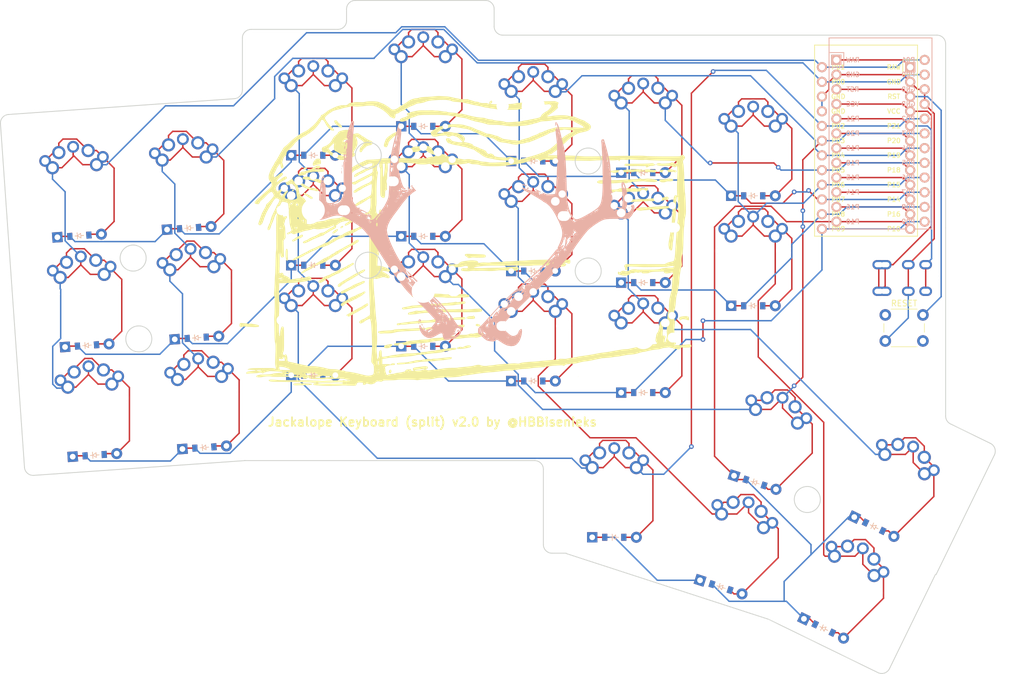
<source format=kicad_pcb>
(kicad_pcb (version 20171130) (host pcbnew 5.1.12-1.fc35)
  (title_block (title jackalope_split) (rev v1.0.0) (company Unknown))
  (layers (0 F.Cu signal) (31 B.Cu signal) (34 B.Paste user) (35 F.Paste user) (36 B.SilkS user) (37 F.SilkS user) (38 B.Mask user) (39 F.Mask user) (44 Edge.Cuts user))
  (net 0 "")
  (net 1 outer_bottom)
  (net 2 P1)
  (net 3 P9)
  (net 4 outer_home)
  (net 5 P8)
  (net 6 outer_top)
  (net 7 P7)
  (net 8 pinky_bottom)
  (net 9 P0)
  (net 10 pinky_home)
  (net 11 pinky_top)
  (net 12 ring_bottom)
  (net 13 P2)
  (net 14 ring_home)
  (net 15 ring_top)
  (net 16 middle_bottom)
  (net 17 P3)
  (net 18 middle_home)
  (net 19 middle_top)
  (net 20 index_bottom)
  (net 21 P4)
  (net 22 index_home)
  (net 23 index_top)
  (net 24 inner_bottom)
  (net 25 P5)
  (net 26 inner_home)
  (net 27 inner_top)
  (net 28 macro_home)
  (net 29 P6)
  (net 30 macro_top)
  (net 31 inner_upper)
  (net 32 P10)
  (net 33 home_upper)
  (net 34 outer_upper)
  (net 35 home_lower)
  (net 36 outer_lower)
  (net 37 RAW)
  (net 38 RST)
  (net 39 VCC)
  (net 40 P21)
  (net 41 P20)
  (net 42 P19)
  (net 43 P18)
  (net 44 P15)
  (net 45 P14)
  (net 46 P16)
  (net 47 Reset_GND)
  (module jackalope:antlersFP (layer F.Cu) (at 66.25 -28.5)
    (fp_text reference G*** hide)
    (fp_text value LOGO hide)
  )
  (module jackalope:rabbitFP (layer F.Cu) (at 64.75 -27.5)
    (fp_text reference G*** hide)
    (fp_text value LOGO hide)
  )
  (module Button_Switch_THT:SW_PUSH_6mm_H4.3mm (layer F.Cu) (at 137.25 -14.75)
    (fp_text reference RESET (at 3.25 -2) (layer F.SilkS))
    (fp_text value SW_PUSH_6mm_H4.3mm)
    (pad 1 thru_hole circle (at 6.5 0 90) (size 2 2) (drill 1.1) (layers *.Cu *.Mask) (net 38 RST))
    (pad 2 thru_hole circle (at 6.5 4.5 90) (size 2 2) (drill 1.1) (layers *.Cu *.Mask))
    (pad 1 thru_hole circle (at 0 0 90) (size 2 2) (drill 1.1) (layers *.Cu *.Mask))
    (pad 2 thru_hole circle (at 0 4.5 90) (size 2 2) (drill 1.1) (layers *.Cu *.Mask) (net 47 Reset_GND))
  )
  (module MX (layer F.Cu) (at 0 0 4)
    (fp_text reference S1 hide)
    (fp_text value "" hide)
    (pad "" np_thru_hole circle (at 0 0) (size 3.9878 3.9878) (drill 3.9878) (layers *.Cu *.Mask))
    (pad "" np_thru_hole circle (at 5.08 0) (size 1.7018 1.7018) (drill 1.7018) (layers *.Cu *.Mask))
    (pad "" np_thru_hole circle (at -5.08 0) (size 1.7018 1.7018) (drill 1.7018) (layers *.Cu *.Mask))
    (pad 1 thru_hole circle (at 2.54 -5.08) (size 2.286 2.286) (drill 1.4986) (layers *.Cu *.Mask) (net 1 outer_bottom))
    (pad 2 thru_hole circle (at -3.81 -2.54) (size 2.286 2.286) (drill 1.4986) (layers *.Cu *.Mask) (net 2 P1))
    (pad 1 thru_hole circle (at -2.54 -5.08) (size 2.286 2.286) (drill 1.4986) (layers *.Cu *.Mask) (net 1 outer_bottom))
    (pad 2 thru_hole circle (at 3.81 -2.54) (size 2.286 2.286) (drill 1.4986) (layers *.Cu *.Mask) (net 2 P1))
  )
  (module PG1350 (layer F.Cu) (at 0 0 4)
    (fp_text reference S2 hide)
    (fp_text value "" hide)
    (pad "" np_thru_hole circle (at 0 0) (size 3.429 3.429) (drill 3.429) (layers *.Cu *.Mask))
    (pad "" np_thru_hole circle (at 5.5 0) (size 1.7018 1.7018) (drill 1.7018) (layers *.Cu *.Mask))
    (pad "" np_thru_hole circle (at -5.5 0) (size 1.7018 1.7018) (drill 1.7018) (layers *.Cu *.Mask))
    (pad 1 thru_hole circle (at 5 -3.8) (size 2.032 2.032) (drill 1.27) (layers *.Cu *.Mask) (net 1 outer_bottom))
    (pad 2 thru_hole circle (at 0 -5.9) (size 2.032 2.032) (drill 1.27) (layers *.Cu *.Mask) (net 2 P1))
    (pad 1 thru_hole circle (at -5 -3.8) (size 2.032 2.032) (drill 1.27) (layers *.Cu *.Mask) (net 1 outer_bottom))
    (pad 2 thru_hole circle (at 0 -5.9) (size 2.032 2.032) (drill 1.27) (layers *.Cu *.Mask) (net 2 P1))
  )
  (module ComboDiode (layer F.Cu) (at 0.662687 9.476859 4)
    (fp_text reference D1 hide)
    (fp_text value "" hide)
    (pad 1 smd rect (at -1.65 0 4) (size 0.9 1.2) (layers F.Cu F.Paste F.Mask) (net 3 P9))
    (pad 2 smd rect (at 1.65 0 4) (size 0.9 1.2) (layers B.Cu B.Paste B.Mask) (net 1 outer_bottom))
    (pad 1 smd rect (at -1.65 0 4) (size 0.9 1.2) (layers B.Cu B.Paste B.Mask) (net 3 P9))
    (pad 2 smd rect (at 1.65 0 4) (size 0.9 1.2) (layers F.Cu F.Paste F.Mask) (net 1 outer_bottom))
    (pad 1 thru_hole circle (at 3.81 0 4) (size 1.905 1.905) (drill 0.9906) (layers *.Cu *.Mask) (net 1 outer_bottom))
    (pad 2 thru_hole rect (at -3.81 0 4) (size 1.778 1.778) (drill 0.9906) (layers *.Cu *.Mask) (net 3 P9))
  )
  (module MX (layer F.Cu) (at -1.325373 -18.953717 4)
    (fp_text reference S3 hide)
    (fp_text value "" hide)
    (pad "" np_thru_hole circle (at 0 0) (size 3.9878 3.9878) (drill 3.9878) (layers *.Cu *.Mask))
    (pad "" np_thru_hole circle (at 5.08 0) (size 1.7018 1.7018) (drill 1.7018) (layers *.Cu *.Mask))
    (pad "" np_thru_hole circle (at -5.08 0) (size 1.7018 1.7018) (drill 1.7018) (layers *.Cu *.Mask))
    (pad 1 thru_hole circle (at 2.54 -5.08) (size 2.286 2.286) (drill 1.4986) (layers *.Cu *.Mask) (net 4 outer_home))
    (pad 2 thru_hole circle (at -3.81 -2.54) (size 2.286 2.286) (drill 1.4986) (layers *.Cu *.Mask) (net 2 P1))
    (pad 1 thru_hole circle (at -2.54 -5.08) (size 2.286 2.286) (drill 1.4986) (layers *.Cu *.Mask) (net 4 outer_home))
    (pad 2 thru_hole circle (at 3.81 -2.54) (size 2.286 2.286) (drill 1.4986) (layers *.Cu *.Mask) (net 2 P1))
  )
  (module PG1350 (layer F.Cu) (at -1.325373 -18.953717 4)
    (fp_text reference S4 hide)
    (fp_text value "" hide)
    (pad "" np_thru_hole circle (at 0 0) (size 3.429 3.429) (drill 3.429) (layers *.Cu *.Mask))
    (pad "" np_thru_hole circle (at 5.5 0) (size 1.7018 1.7018) (drill 1.7018) (layers *.Cu *.Mask))
    (pad "" np_thru_hole circle (at -5.5 0) (size 1.7018 1.7018) (drill 1.7018) (layers *.Cu *.Mask))
    (pad 1 thru_hole circle (at 5 -3.8) (size 2.032 2.032) (drill 1.27) (layers *.Cu *.Mask) (net 4 outer_home))
    (pad 2 thru_hole circle (at 0 -5.9) (size 2.032 2.032) (drill 1.27) (layers *.Cu *.Mask) (net 2 P1))
    (pad 1 thru_hole circle (at -5 -3.8) (size 2.032 2.032) (drill 1.27) (layers *.Cu *.Mask) (net 4 outer_home))
    (pad 2 thru_hole circle (at 0 -5.9) (size 2.032 2.032) (drill 1.27) (layers *.Cu *.Mask) (net 2 P1))
  )
  (module ComboDiode (layer F.Cu) (at -0.662687 -9.476859 4)
    (fp_text reference D2 hide)
    (fp_text value "" hide)
    (pad 1 smd rect (at -1.65 0 4) (size 0.9 1.2) (layers F.Cu F.Paste F.Mask) (net 5 P8))
    (pad 2 smd rect (at 1.65 0 4) (size 0.9 1.2) (layers B.Cu B.Paste B.Mask) (net 4 outer_home))
    (pad 1 smd rect (at -1.65 0 4) (size 0.9 1.2) (layers B.Cu B.Paste B.Mask) (net 5 P8))
    (pad 2 smd rect (at 1.65 0 4) (size 0.9 1.2) (layers F.Cu F.Paste F.Mask) (net 4 outer_home))
    (pad 1 thru_hole circle (at 3.81 0 4) (size 1.905 1.905) (drill 0.9906) (layers *.Cu *.Mask) (net 4 outer_home))
    (pad 2 thru_hole rect (at -3.81 0 4) (size 1.778 1.778) (drill 0.9906) (layers *.Cu *.Mask) (net 5 P8))
  )
  (module MX (layer F.Cu) (at -2.650746 -37.907434 4)
    (fp_text reference S5 hide)
    (fp_text value "" hide)
    (pad "" np_thru_hole circle (at 0 0) (size 3.9878 3.9878) (drill 3.9878) (layers *.Cu *.Mask))
    (pad "" np_thru_hole circle (at 5.08 0) (size 1.7018 1.7018) (drill 1.7018) (layers *.Cu *.Mask))
    (pad "" np_thru_hole circle (at -5.08 0) (size 1.7018 1.7018) (drill 1.7018) (layers *.Cu *.Mask))
    (pad 1 thru_hole circle (at 2.54 -5.08) (size 2.286 2.286) (drill 1.4986) (layers *.Cu *.Mask) (net 6 outer_top))
    (pad 2 thru_hole circle (at -3.81 -2.54) (size 2.286 2.286) (drill 1.4986) (layers *.Cu *.Mask) (net 2 P1))
    (pad 1 thru_hole circle (at -2.54 -5.08) (size 2.286 2.286) (drill 1.4986) (layers *.Cu *.Mask) (net 6 outer_top))
    (pad 2 thru_hole circle (at 3.81 -2.54) (size 2.286 2.286) (drill 1.4986) (layers *.Cu *.Mask) (net 2 P1))
  )
  (module PG1350 (layer F.Cu) (at -2.650746 -37.907434 4)
    (fp_text reference S6 hide)
    (fp_text value "" hide)
    (pad "" np_thru_hole circle (at 0 0) (size 3.429 3.429) (drill 3.429) (layers *.Cu *.Mask))
    (pad "" np_thru_hole circle (at 5.5 0) (size 1.7018 1.7018) (drill 1.7018) (layers *.Cu *.Mask))
    (pad "" np_thru_hole circle (at -5.5 0) (size 1.7018 1.7018) (drill 1.7018) (layers *.Cu *.Mask))
    (pad 1 thru_hole circle (at 5 -3.8) (size 2.032 2.032) (drill 1.27) (layers *.Cu *.Mask) (net 6 outer_top))
    (pad 2 thru_hole circle (at 0 -5.9) (size 2.032 2.032) (drill 1.27) (layers *.Cu *.Mask) (net 2 P1))
    (pad 1 thru_hole circle (at -5 -3.8) (size 2.032 2.032) (drill 1.27) (layers *.Cu *.Mask) (net 6 outer_top))
    (pad 2 thru_hole circle (at 0 -5.9) (size 2.032 2.032) (drill 1.27) (layers *.Cu *.Mask) (net 2 P1))
  )
  (module ComboDiode (layer F.Cu) (at -1.988059 -28.430575 4)
    (fp_text reference D3 hide)
    (fp_text value "" hide)
    (pad 1 smd rect (at -1.65 0 4) (size 0.9 1.2) (layers F.Cu F.Paste F.Mask) (net 7 P7))
    (pad 2 smd rect (at 1.65 0 4) (size 0.9 1.2) (layers B.Cu B.Paste B.Mask) (net 6 outer_top))
    (pad 1 smd rect (at -1.65 0 4) (size 0.9 1.2) (layers B.Cu B.Paste B.Mask) (net 7 P7))
    (pad 2 smd rect (at 1.65 0 4) (size 0.9 1.2) (layers F.Cu F.Paste F.Mask) (net 6 outer_top))
    (pad 1 thru_hole circle (at 3.81 0 4) (size 1.905 1.905) (drill 0.9906) (layers *.Cu *.Mask) (net 6 outer_top))
    (pad 2 thru_hole rect (at -3.81 0 4) (size 1.778 1.778) (drill 0.9906) (layers *.Cu *.Mask) (net 7 P7))
  )
  (module MX (layer F.Cu) (at 18.953717 -1.325373 4)
    (fp_text reference S7 hide)
    (fp_text value "" hide)
    (pad "" np_thru_hole circle (at 0 0) (size 3.9878 3.9878) (drill 3.9878) (layers *.Cu *.Mask))
    (pad "" np_thru_hole circle (at 5.08 0) (size 1.7018 1.7018) (drill 1.7018) (layers *.Cu *.Mask))
    (pad "" np_thru_hole circle (at -5.08 0) (size 1.7018 1.7018) (drill 1.7018) (layers *.Cu *.Mask))
    (pad 1 thru_hole circle (at 2.54 -5.08) (size 2.286 2.286) (drill 1.4986) (layers *.Cu *.Mask) (net 8 pinky_bottom))
    (pad 2 thru_hole circle (at -3.81 -2.54) (size 2.286 2.286) (drill 1.4986) (layers *.Cu *.Mask) (net 9 P0))
    (pad 1 thru_hole circle (at -2.54 -5.08) (size 2.286 2.286) (drill 1.4986) (layers *.Cu *.Mask) (net 8 pinky_bottom))
    (pad 2 thru_hole circle (at 3.81 -2.54) (size 2.286 2.286) (drill 1.4986) (layers *.Cu *.Mask) (net 9 P0))
  )
  (module PG1350 (layer F.Cu) (at 18.953717 -1.325373 4)
    (fp_text reference S8 hide)
    (fp_text value "" hide)
    (pad "" np_thru_hole circle (at 0 0) (size 3.429 3.429) (drill 3.429) (layers *.Cu *.Mask))
    (pad "" np_thru_hole circle (at 5.5 0) (size 1.7018 1.7018) (drill 1.7018) (layers *.Cu *.Mask))
    (pad "" np_thru_hole circle (at -5.5 0) (size 1.7018 1.7018) (drill 1.7018) (layers *.Cu *.Mask))
    (pad 1 thru_hole circle (at 5 -3.8) (size 2.032 2.032) (drill 1.27) (layers *.Cu *.Mask) (net 8 pinky_bottom))
    (pad 2 thru_hole circle (at 0 -5.9) (size 2.032 2.032) (drill 1.27) (layers *.Cu *.Mask) (net 9 P0))
    (pad 1 thru_hole circle (at -5 -3.8) (size 2.032 2.032) (drill 1.27) (layers *.Cu *.Mask) (net 8 pinky_bottom))
    (pad 2 thru_hole circle (at 0 -5.9) (size 2.032 2.032) (drill 1.27) (layers *.Cu *.Mask) (net 9 P0))
  )
  (module ComboDiode (layer F.Cu) (at 19.616404 8.151486 4)
    (fp_text reference D4 hide)
    (fp_text value "" hide)
    (pad 1 smd rect (at -1.65 0 4) (size 0.9 1.2) (layers F.Cu F.Paste F.Mask) (net 3 P9))
    (pad 2 smd rect (at 1.65 0 4) (size 0.9 1.2) (layers B.Cu B.Paste B.Mask) (net 8 pinky_bottom))
    (pad 1 smd rect (at -1.65 0 4) (size 0.9 1.2) (layers B.Cu B.Paste B.Mask) (net 3 P9))
    (pad 2 smd rect (at 1.65 0 4) (size 0.9 1.2) (layers F.Cu F.Paste F.Mask) (net 8 pinky_bottom))
    (pad 1 thru_hole circle (at 3.81 0 4) (size 1.905 1.905) (drill 0.9906) (layers *.Cu *.Mask) (net 8 pinky_bottom))
    (pad 2 thru_hole rect (at -3.81 0 4) (size 1.778 1.778) (drill 0.9906) (layers *.Cu *.Mask) (net 3 P9))
  )
  (module MX (layer F.Cu) (at 17.628344 -20.27909 4)
    (fp_text reference S9 hide)
    (fp_text value "" hide)
    (pad "" np_thru_hole circle (at 0 0) (size 3.9878 3.9878) (drill 3.9878) (layers *.Cu *.Mask))
    (pad "" np_thru_hole circle (at 5.08 0) (size 1.7018 1.7018) (drill 1.7018) (layers *.Cu *.Mask))
    (pad "" np_thru_hole circle (at -5.08 0) (size 1.7018 1.7018) (drill 1.7018) (layers *.Cu *.Mask))
    (pad 1 thru_hole circle (at 2.54 -5.08) (size 2.286 2.286) (drill 1.4986) (layers *.Cu *.Mask) (net 10 pinky_home))
    (pad 2 thru_hole circle (at -3.81 -2.54) (size 2.286 2.286) (drill 1.4986) (layers *.Cu *.Mask) (net 9 P0))
    (pad 1 thru_hole circle (at -2.54 -5.08) (size 2.286 2.286) (drill 1.4986) (layers *.Cu *.Mask) (net 10 pinky_home))
    (pad 2 thru_hole circle (at 3.81 -2.54) (size 2.286 2.286) (drill 1.4986) (layers *.Cu *.Mask) (net 9 P0))
  )
  (module PG1350 (layer F.Cu) (at 17.628344 -20.27909 4)
    (fp_text reference S10 hide)
    (fp_text value "" hide)
    (pad "" np_thru_hole circle (at 0 0) (size 3.429 3.429) (drill 3.429) (layers *.Cu *.Mask))
    (pad "" np_thru_hole circle (at 5.5 0) (size 1.7018 1.7018) (drill 1.7018) (layers *.Cu *.Mask))
    (pad "" np_thru_hole circle (at -5.5 0) (size 1.7018 1.7018) (drill 1.7018) (layers *.Cu *.Mask))
    (pad 1 thru_hole circle (at 5 -3.8) (size 2.032 2.032) (drill 1.27) (layers *.Cu *.Mask) (net 10 pinky_home))
    (pad 2 thru_hole circle (at 0 -5.9) (size 2.032 2.032) (drill 1.27) (layers *.Cu *.Mask) (net 9 P0))
    (pad 1 thru_hole circle (at -5 -3.8) (size 2.032 2.032) (drill 1.27) (layers *.Cu *.Mask) (net 10 pinky_home))
    (pad 2 thru_hole circle (at 0 -5.9) (size 2.032 2.032) (drill 1.27) (layers *.Cu *.Mask) (net 9 P0))
  )
  (module ComboDiode (layer F.Cu) (at 18.29103 -10.802232 4)
    (fp_text reference D5 hide)
    (fp_text value "" hide)
    (pad 1 smd rect (at -1.65 0 4) (size 0.9 1.2) (layers F.Cu F.Paste F.Mask) (net 5 P8))
    (pad 2 smd rect (at 1.65 0 4) (size 0.9 1.2) (layers B.Cu B.Paste B.Mask) (net 10 pinky_home))
    (pad 1 smd rect (at -1.65 0 4) (size 0.9 1.2) (layers B.Cu B.Paste B.Mask) (net 5 P8))
    (pad 2 smd rect (at 1.65 0 4) (size 0.9 1.2) (layers F.Cu F.Paste F.Mask) (net 10 pinky_home))
    (pad 1 thru_hole circle (at 3.81 0 4) (size 1.905 1.905) (drill 0.9906) (layers *.Cu *.Mask) (net 10 pinky_home))
    (pad 2 thru_hole rect (at -3.81 0 4) (size 1.778 1.778) (drill 0.9906) (layers *.Cu *.Mask) (net 5 P8))
  )
  (module MX (layer F.Cu) (at 16.302971 -39.232807 4)
    (fp_text reference S11 hide)
    (fp_text value "" hide)
    (pad "" np_thru_hole circle (at 0 0) (size 3.9878 3.9878) (drill 3.9878) (layers *.Cu *.Mask))
    (pad "" np_thru_hole circle (at 5.08 0) (size 1.7018 1.7018) (drill 1.7018) (layers *.Cu *.Mask))
    (pad "" np_thru_hole circle (at -5.08 0) (size 1.7018 1.7018) (drill 1.7018) (layers *.Cu *.Mask))
    (pad 1 thru_hole circle (at 2.54 -5.08) (size 2.286 2.286) (drill 1.4986) (layers *.Cu *.Mask) (net 11 pinky_top))
    (pad 2 thru_hole circle (at -3.81 -2.54) (size 2.286 2.286) (drill 1.4986) (layers *.Cu *.Mask) (net 9 P0))
    (pad 1 thru_hole circle (at -2.54 -5.08) (size 2.286 2.286) (drill 1.4986) (layers *.Cu *.Mask) (net 11 pinky_top))
    (pad 2 thru_hole circle (at 3.81 -2.54) (size 2.286 2.286) (drill 1.4986) (layers *.Cu *.Mask) (net 9 P0))
  )
  (module PG1350 (layer F.Cu) (at 16.302971 -39.232807 4)
    (fp_text reference S12 hide)
    (fp_text value "" hide)
    (pad "" np_thru_hole circle (at 0 0) (size 3.429 3.429) (drill 3.429) (layers *.Cu *.Mask))
    (pad "" np_thru_hole circle (at 5.5 0) (size 1.7018 1.7018) (drill 1.7018) (layers *.Cu *.Mask))
    (pad "" np_thru_hole circle (at -5.5 0) (size 1.7018 1.7018) (drill 1.7018) (layers *.Cu *.Mask))
    (pad 1 thru_hole circle (at 5 -3.8) (size 2.032 2.032) (drill 1.27) (layers *.Cu *.Mask) (net 11 pinky_top))
    (pad 2 thru_hole circle (at 0 -5.9) (size 2.032 2.032) (drill 1.27) (layers *.Cu *.Mask) (net 9 P0))
    (pad 1 thru_hole circle (at -5 -3.8) (size 2.032 2.032) (drill 1.27) (layers *.Cu *.Mask) (net 11 pinky_top))
    (pad 2 thru_hole circle (at 0 -5.9) (size 2.032 2.032) (drill 1.27) (layers *.Cu *.Mask) (net 9 P0))
  )
  (module ComboDiode (layer F.Cu) (at 16.965657 -29.755948 4)
    (fp_text reference D6 hide)
    (fp_text value "" hide)
    (pad 1 smd rect (at -1.65 0 4) (size 0.9 1.2) (layers F.Cu F.Paste F.Mask) (net 7 P7))
    (pad 2 smd rect (at 1.65 0 4) (size 0.9 1.2) (layers B.Cu B.Paste B.Mask) (net 11 pinky_top))
    (pad 1 smd rect (at -1.65 0 4) (size 0.9 1.2) (layers B.Cu B.Paste B.Mask) (net 7 P7))
    (pad 2 smd rect (at 1.65 0 4) (size 0.9 1.2) (layers F.Cu F.Paste F.Mask) (net 11 pinky_top))
    (pad 1 thru_hole circle (at 3.81 0 4) (size 1.905 1.905) (drill 0.9906) (layers *.Cu *.Mask) (net 11 pinky_top))
    (pad 2 thru_hole rect (at -3.81 0 4) (size 1.778 1.778) (drill 0.9906) (layers *.Cu *.Mask) (net 7 P7))
  )
  (module MX (layer F.Cu) (at 38.424961 -13.83072)
    (fp_text reference S13 hide)
    (fp_text value "" hide)
    (pad "" np_thru_hole circle (at 0 0) (size 3.9878 3.9878) (drill 3.9878) (layers *.Cu *.Mask))
    (pad "" np_thru_hole circle (at 5.08 0) (size 1.7018 1.7018) (drill 1.7018) (layers *.Cu *.Mask))
    (pad "" np_thru_hole circle (at -5.08 0) (size 1.7018 1.7018) (drill 1.7018) (layers *.Cu *.Mask))
    (pad 1 thru_hole circle (at 2.54 -5.08) (size 2.286 2.286) (drill 1.4986) (layers *.Cu *.Mask) (net 12 ring_bottom))
    (pad 2 thru_hole circle (at -3.81 -2.54) (size 2.286 2.286) (drill 1.4986) (layers *.Cu *.Mask) (net 13 P2))
    (pad 1 thru_hole circle (at -2.54 -5.08) (size 2.286 2.286) (drill 1.4986) (layers *.Cu *.Mask) (net 12 ring_bottom))
    (pad 2 thru_hole circle (at 3.81 -2.54) (size 2.286 2.286) (drill 1.4986) (layers *.Cu *.Mask) (net 13 P2))
  )
  (module PG1350 (layer F.Cu) (at 38.424961 -13.83072)
    (fp_text reference S14 hide)
    (fp_text value "" hide)
    (pad "" np_thru_hole circle (at 0 0) (size 3.429 3.429) (drill 3.429) (layers *.Cu *.Mask))
    (pad "" np_thru_hole circle (at 5.5 0) (size 1.7018 1.7018) (drill 1.7018) (layers *.Cu *.Mask))
    (pad "" np_thru_hole circle (at -5.5 0) (size 1.7018 1.7018) (drill 1.7018) (layers *.Cu *.Mask))
    (pad 1 thru_hole circle (at 5 -3.8) (size 2.032 2.032) (drill 1.27) (layers *.Cu *.Mask) (net 12 ring_bottom))
    (pad 2 thru_hole circle (at 0 -5.9) (size 2.032 2.032) (drill 1.27) (layers *.Cu *.Mask) (net 13 P2))
    (pad 1 thru_hole circle (at -5 -3.8) (size 2.032 2.032) (drill 1.27) (layers *.Cu *.Mask) (net 12 ring_bottom))
    (pad 2 thru_hole circle (at 0 -5.9) (size 2.032 2.032) (drill 1.27) (layers *.Cu *.Mask) (net 13 P2))
  )
  (module ComboDiode (layer F.Cu) (at 38.424961 -4.33072)
    (fp_text reference D7 hide)
    (fp_text value "" hide)
    (pad 1 smd rect (at -1.65 0) (size 0.9 1.2) (layers F.Cu F.Paste F.Mask) (net 3 P9))
    (pad 2 smd rect (at 1.65 0) (size 0.9 1.2) (layers B.Cu B.Paste B.Mask) (net 12 ring_bottom))
    (pad 1 smd rect (at -1.65 0) (size 0.9 1.2) (layers B.Cu B.Paste B.Mask) (net 3 P9))
    (pad 2 smd rect (at 1.65 0) (size 0.9 1.2) (layers F.Cu F.Paste F.Mask) (net 12 ring_bottom))
    (pad 1 thru_hole circle (at 3.81 0) (size 1.905 1.905) (drill 0.9906) (layers *.Cu *.Mask) (net 12 ring_bottom))
    (pad 2 thru_hole rect (at -3.81 0) (size 1.778 1.778) (drill 0.9906) (layers *.Cu *.Mask) (net 3 P9))
  )
  (module MX (layer F.Cu) (at 38.424961 -32.83072)
    (fp_text reference S15 hide)
    (fp_text value "" hide)
    (pad "" np_thru_hole circle (at 0 0) (size 3.9878 3.9878) (drill 3.9878) (layers *.Cu *.Mask))
    (pad "" np_thru_hole circle (at 5.08 0) (size 1.7018 1.7018) (drill 1.7018) (layers *.Cu *.Mask))
    (pad "" np_thru_hole circle (at -5.08 0) (size 1.7018 1.7018) (drill 1.7018) (layers *.Cu *.Mask))
    (pad 1 thru_hole circle (at 2.54 -5.08) (size 2.286 2.286) (drill 1.4986) (layers *.Cu *.Mask) (net 14 ring_home))
    (pad 2 thru_hole circle (at -3.81 -2.54) (size 2.286 2.286) (drill 1.4986) (layers *.Cu *.Mask) (net 13 P2))
    (pad 1 thru_hole circle (at -2.54 -5.08) (size 2.286 2.286) (drill 1.4986) (layers *.Cu *.Mask) (net 14 ring_home))
    (pad 2 thru_hole circle (at 3.81 -2.54) (size 2.286 2.286) (drill 1.4986) (layers *.Cu *.Mask) (net 13 P2))
  )
  (module PG1350 (layer F.Cu) (at 38.424961 -32.83072)
    (fp_text reference S16 hide)
    (fp_text value "" hide)
    (pad "" np_thru_hole circle (at 0 0) (size 3.429 3.429) (drill 3.429) (layers *.Cu *.Mask))
    (pad "" np_thru_hole circle (at 5.5 0) (size 1.7018 1.7018) (drill 1.7018) (layers *.Cu *.Mask))
    (pad "" np_thru_hole circle (at -5.5 0) (size 1.7018 1.7018) (drill 1.7018) (layers *.Cu *.Mask))
    (pad 1 thru_hole circle (at 5 -3.8) (size 2.032 2.032) (drill 1.27) (layers *.Cu *.Mask) (net 14 ring_home))
    (pad 2 thru_hole circle (at 0 -5.9) (size 2.032 2.032) (drill 1.27) (layers *.Cu *.Mask) (net 13 P2))
    (pad 1 thru_hole circle (at -5 -3.8) (size 2.032 2.032) (drill 1.27) (layers *.Cu *.Mask) (net 14 ring_home))
    (pad 2 thru_hole circle (at 0 -5.9) (size 2.032 2.032) (drill 1.27) (layers *.Cu *.Mask) (net 13 P2))
  )
  (module ComboDiode (layer F.Cu) (at 38.424961 -23.33072)
    (fp_text reference D8 hide)
    (fp_text value "" hide)
    (pad 1 smd rect (at -1.65 0) (size 0.9 1.2) (layers F.Cu F.Paste F.Mask) (net 5 P8))
    (pad 2 smd rect (at 1.65 0) (size 0.9 1.2) (layers B.Cu B.Paste B.Mask) (net 14 ring_home))
    (pad 1 smd rect (at -1.65 0) (size 0.9 1.2) (layers B.Cu B.Paste B.Mask) (net 5 P8))
    (pad 2 smd rect (at 1.65 0) (size 0.9 1.2) (layers F.Cu F.Paste F.Mask) (net 14 ring_home))
    (pad 1 thru_hole circle (at 3.81 0) (size 1.905 1.905) (drill 0.9906) (layers *.Cu *.Mask) (net 14 ring_home))
    (pad 2 thru_hole rect (at -3.81 0) (size 1.778 1.778) (drill 0.9906) (layers *.Cu *.Mask) (net 5 P8))
  )
  (module MX (layer F.Cu) (at 38.424961 -51.83072)
    (fp_text reference S17 hide)
    (fp_text value "" hide)
    (pad "" np_thru_hole circle (at 0 0) (size 3.9878 3.9878) (drill 3.9878) (layers *.Cu *.Mask))
    (pad "" np_thru_hole circle (at 5.08 0) (size 1.7018 1.7018) (drill 1.7018) (layers *.Cu *.Mask))
    (pad "" np_thru_hole circle (at -5.08 0) (size 1.7018 1.7018) (drill 1.7018) (layers *.Cu *.Mask))
    (pad 1 thru_hole circle (at 2.54 -5.08) (size 2.286 2.286) (drill 1.4986) (layers *.Cu *.Mask) (net 15 ring_top))
    (pad 2 thru_hole circle (at -3.81 -2.54) (size 2.286 2.286) (drill 1.4986) (layers *.Cu *.Mask) (net 13 P2))
    (pad 1 thru_hole circle (at -2.54 -5.08) (size 2.286 2.286) (drill 1.4986) (layers *.Cu *.Mask) (net 15 ring_top))
    (pad 2 thru_hole circle (at 3.81 -2.54) (size 2.286 2.286) (drill 1.4986) (layers *.Cu *.Mask) (net 13 P2))
  )
  (module PG1350 (layer F.Cu) (at 38.424961 -51.83072)
    (fp_text reference S18 hide)
    (fp_text value "" hide)
    (pad "" np_thru_hole circle (at 0 0) (size 3.429 3.429) (drill 3.429) (layers *.Cu *.Mask))
    (pad "" np_thru_hole circle (at 5.5 0) (size 1.7018 1.7018) (drill 1.7018) (layers *.Cu *.Mask))
    (pad "" np_thru_hole circle (at -5.5 0) (size 1.7018 1.7018) (drill 1.7018) (layers *.Cu *.Mask))
    (pad 1 thru_hole circle (at 5 -3.8) (size 2.032 2.032) (drill 1.27) (layers *.Cu *.Mask) (net 15 ring_top))
    (pad 2 thru_hole circle (at 0 -5.9) (size 2.032 2.032) (drill 1.27) (layers *.Cu *.Mask) (net 13 P2))
    (pad 1 thru_hole circle (at -5 -3.8) (size 2.032 2.032) (drill 1.27) (layers *.Cu *.Mask) (net 15 ring_top))
    (pad 2 thru_hole circle (at 0 -5.9) (size 2.032 2.032) (drill 1.27) (layers *.Cu *.Mask) (net 13 P2))
  )
  (module ComboDiode (layer F.Cu) (at 38.424961 -42.33072)
    (fp_text reference D9 hide)
    (fp_text value "" hide)
    (pad 1 smd rect (at -1.65 0) (size 0.9 1.2) (layers F.Cu F.Paste F.Mask) (net 7 P7))
    (pad 2 smd rect (at 1.65 0) (size 0.9 1.2) (layers B.Cu B.Paste B.Mask) (net 15 ring_top))
    (pad 1 smd rect (at -1.65 0) (size 0.9 1.2) (layers B.Cu B.Paste B.Mask) (net 7 P7))
    (pad 2 smd rect (at 1.65 0) (size 0.9 1.2) (layers F.Cu F.Paste F.Mask) (net 15 ring_top))
    (pad 1 thru_hole circle (at 3.81 0) (size 1.905 1.905) (drill 0.9906) (layers *.Cu *.Mask) (net 15 ring_top))
    (pad 2 thru_hole rect (at -3.81 0) (size 1.778 1.778) (drill 0.9906) (layers *.Cu *.Mask) (net 7 P7))
  )
  (module MX (layer F.Cu) (at 57.424961 -18.83072)
    (fp_text reference S19 hide)
    (fp_text value "" hide)
    (pad "" np_thru_hole circle (at 0 0) (size 3.9878 3.9878) (drill 3.9878) (layers *.Cu *.Mask))
    (pad "" np_thru_hole circle (at 5.08 0) (size 1.7018 1.7018) (drill 1.7018) (layers *.Cu *.Mask))
    (pad "" np_thru_hole circle (at -5.08 0) (size 1.7018 1.7018) (drill 1.7018) (layers *.Cu *.Mask))
    (pad 1 thru_hole circle (at 2.54 -5.08) (size 2.286 2.286) (drill 1.4986) (layers *.Cu *.Mask) (net 16 middle_bottom))
    (pad 2 thru_hole circle (at -3.81 -2.54) (size 2.286 2.286) (drill 1.4986) (layers *.Cu *.Mask) (net 17 P3))
    (pad 1 thru_hole circle (at -2.54 -5.08) (size 2.286 2.286) (drill 1.4986) (layers *.Cu *.Mask) (net 16 middle_bottom))
    (pad 2 thru_hole circle (at 3.81 -2.54) (size 2.286 2.286) (drill 1.4986) (layers *.Cu *.Mask) (net 17 P3))
  )
  (module PG1350 (layer F.Cu) (at 57.424961 -18.83072)
    (fp_text reference S20 hide)
    (fp_text value "" hide)
    (pad "" np_thru_hole circle (at 0 0) (size 3.429 3.429) (drill 3.429) (layers *.Cu *.Mask))
    (pad "" np_thru_hole circle (at 5.5 0) (size 1.7018 1.7018) (drill 1.7018) (layers *.Cu *.Mask))
    (pad "" np_thru_hole circle (at -5.5 0) (size 1.7018 1.7018) (drill 1.7018) (layers *.Cu *.Mask))
    (pad 1 thru_hole circle (at 5 -3.8) (size 2.032 2.032) (drill 1.27) (layers *.Cu *.Mask) (net 16 middle_bottom))
    (pad 2 thru_hole circle (at 0 -5.9) (size 2.032 2.032) (drill 1.27) (layers *.Cu *.Mask) (net 17 P3))
    (pad 1 thru_hole circle (at -5 -3.8) (size 2.032 2.032) (drill 1.27) (layers *.Cu *.Mask) (net 16 middle_bottom))
    (pad 2 thru_hole circle (at 0 -5.9) (size 2.032 2.032) (drill 1.27) (layers *.Cu *.Mask) (net 17 P3))
  )
  (module ComboDiode (layer F.Cu) (at 57.424961 -9.33072)
    (fp_text reference D10 hide)
    (fp_text value "" hide)
    (pad 1 smd rect (at -1.65 0) (size 0.9 1.2) (layers F.Cu F.Paste F.Mask) (net 3 P9))
    (pad 2 smd rect (at 1.65 0) (size 0.9 1.2) (layers B.Cu B.Paste B.Mask) (net 16 middle_bottom))
    (pad 1 smd rect (at -1.65 0) (size 0.9 1.2) (layers B.Cu B.Paste B.Mask) (net 3 P9))
    (pad 2 smd rect (at 1.65 0) (size 0.9 1.2) (layers F.Cu F.Paste F.Mask) (net 16 middle_bottom))
    (pad 1 thru_hole circle (at 3.81 0) (size 1.905 1.905) (drill 0.9906) (layers *.Cu *.Mask) (net 16 middle_bottom))
    (pad 2 thru_hole rect (at -3.81 0) (size 1.778 1.778) (drill 0.9906) (layers *.Cu *.Mask) (net 3 P9))
  )
  (module MX (layer F.Cu) (at 57.424961 -37.83072)
    (fp_text reference S21 hide)
    (fp_text value "" hide)
    (pad "" np_thru_hole circle (at 0 0) (size 3.9878 3.9878) (drill 3.9878) (layers *.Cu *.Mask))
    (pad "" np_thru_hole circle (at 5.08 0) (size 1.7018 1.7018) (drill 1.7018) (layers *.Cu *.Mask))
    (pad "" np_thru_hole circle (at -5.08 0) (size 1.7018 1.7018) (drill 1.7018) (layers *.Cu *.Mask))
    (pad 1 thru_hole circle (at 2.54 -5.08) (size 2.286 2.286) (drill 1.4986) (layers *.Cu *.Mask) (net 18 middle_home))
    (pad 2 thru_hole circle (at -3.81 -2.54) (size 2.286 2.286) (drill 1.4986) (layers *.Cu *.Mask) (net 17 P3))
    (pad 1 thru_hole circle (at -2.54 -5.08) (size 2.286 2.286) (drill 1.4986) (layers *.Cu *.Mask) (net 18 middle_home))
    (pad 2 thru_hole circle (at 3.81 -2.54) (size 2.286 2.286) (drill 1.4986) (layers *.Cu *.Mask) (net 17 P3))
  )
  (module PG1350 (layer F.Cu) (at 57.424961 -37.83072)
    (fp_text reference S22 hide)
    (fp_text value "" hide)
    (pad "" np_thru_hole circle (at 0 0) (size 3.429 3.429) (drill 3.429) (layers *.Cu *.Mask))
    (pad "" np_thru_hole circle (at 5.5 0) (size 1.7018 1.7018) (drill 1.7018) (layers *.Cu *.Mask))
    (pad "" np_thru_hole circle (at -5.5 0) (size 1.7018 1.7018) (drill 1.7018) (layers *.Cu *.Mask))
    (pad 1 thru_hole circle (at 5 -3.8) (size 2.032 2.032) (drill 1.27) (layers *.Cu *.Mask) (net 18 middle_home))
    (pad 2 thru_hole circle (at 0 -5.9) (size 2.032 2.032) (drill 1.27) (layers *.Cu *.Mask) (net 17 P3))
    (pad 1 thru_hole circle (at -5 -3.8) (size 2.032 2.032) (drill 1.27) (layers *.Cu *.Mask) (net 18 middle_home))
    (pad 2 thru_hole circle (at 0 -5.9) (size 2.032 2.032) (drill 1.27) (layers *.Cu *.Mask) (net 17 P3))
  )
  (module ComboDiode (layer F.Cu) (at 57.424961 -28.33072)
    (fp_text reference D11 hide)
    (fp_text value "" hide)
    (pad 1 smd rect (at -1.65 0) (size 0.9 1.2) (layers F.Cu F.Paste F.Mask) (net 5 P8))
    (pad 2 smd rect (at 1.65 0) (size 0.9 1.2) (layers B.Cu B.Paste B.Mask) (net 18 middle_home))
    (pad 1 smd rect (at -1.65 0) (size 0.9 1.2) (layers B.Cu B.Paste B.Mask) (net 5 P8))
    (pad 2 smd rect (at 1.65 0) (size 0.9 1.2) (layers F.Cu F.Paste F.Mask) (net 18 middle_home))
    (pad 1 thru_hole circle (at 3.81 0) (size 1.905 1.905) (drill 0.9906) (layers *.Cu *.Mask) (net 18 middle_home))
    (pad 2 thru_hole rect (at -3.81 0) (size 1.778 1.778) (drill 0.9906) (layers *.Cu *.Mask) (net 5 P8))
  )
  (module MX (layer F.Cu) (at 57.424961 -56.83072)
    (fp_text reference S23 hide)
    (fp_text value "" hide)
    (pad "" np_thru_hole circle (at 0 0) (size 3.9878 3.9878) (drill 3.9878) (layers *.Cu *.Mask))
    (pad "" np_thru_hole circle (at 5.08 0) (size 1.7018 1.7018) (drill 1.7018) (layers *.Cu *.Mask))
    (pad "" np_thru_hole circle (at -5.08 0) (size 1.7018 1.7018) (drill 1.7018) (layers *.Cu *.Mask))
    (pad 1 thru_hole circle (at 2.54 -5.08) (size 2.286 2.286) (drill 1.4986) (layers *.Cu *.Mask) (net 19 middle_top))
    (pad 2 thru_hole circle (at -3.81 -2.54) (size 2.286 2.286) (drill 1.4986) (layers *.Cu *.Mask) (net 17 P3))
    (pad 1 thru_hole circle (at -2.54 -5.08) (size 2.286 2.286) (drill 1.4986) (layers *.Cu *.Mask) (net 19 middle_top))
    (pad 2 thru_hole circle (at 3.81 -2.54) (size 2.286 2.286) (drill 1.4986) (layers *.Cu *.Mask) (net 17 P3))
  )
  (module PG1350 (layer F.Cu) (at 57.424961 -56.83072)
    (fp_text reference S24 hide)
    (fp_text value "" hide)
    (pad "" np_thru_hole circle (at 0 0) (size 3.429 3.429) (drill 3.429) (layers *.Cu *.Mask))
    (pad "" np_thru_hole circle (at 5.5 0) (size 1.7018 1.7018) (drill 1.7018) (layers *.Cu *.Mask))
    (pad "" np_thru_hole circle (at -5.5 0) (size 1.7018 1.7018) (drill 1.7018) (layers *.Cu *.Mask))
    (pad 1 thru_hole circle (at 5 -3.8) (size 2.032 2.032) (drill 1.27) (layers *.Cu *.Mask) (net 19 middle_top))
    (pad 2 thru_hole circle (at 0 -5.9) (size 2.032 2.032) (drill 1.27) (layers *.Cu *.Mask) (net 17 P3))
    (pad 1 thru_hole circle (at -5 -3.8) (size 2.032 2.032) (drill 1.27) (layers *.Cu *.Mask) (net 19 middle_top))
    (pad 2 thru_hole circle (at 0 -5.9) (size 2.032 2.032) (drill 1.27) (layers *.Cu *.Mask) (net 17 P3))
  )
  (module ComboDiode (layer F.Cu) (at 57.424961 -47.33072)
    (fp_text reference D12 hide)
    (fp_text value "" hide)
    (pad 1 smd rect (at -1.65 0) (size 0.9 1.2) (layers F.Cu F.Paste F.Mask) (net 7 P7))
    (pad 2 smd rect (at 1.65 0) (size 0.9 1.2) (layers B.Cu B.Paste B.Mask) (net 19 middle_top))
    (pad 1 smd rect (at -1.65 0) (size 0.9 1.2) (layers B.Cu B.Paste B.Mask) (net 7 P7))
    (pad 2 smd rect (at 1.65 0) (size 0.9 1.2) (layers F.Cu F.Paste F.Mask) (net 19 middle_top))
    (pad 1 thru_hole circle (at 3.81 0) (size 1.905 1.905) (drill 0.9906) (layers *.Cu *.Mask) (net 19 middle_top))
    (pad 2 thru_hole rect (at -3.81 0) (size 1.778 1.778) (drill 0.9906) (layers *.Cu *.Mask) (net 7 P7))
  )
  (module MX (layer F.Cu) (at 76.424961 -12.83072)
    (fp_text reference S25 hide)
    (fp_text value "" hide)
    (pad "" np_thru_hole circle (at 0 0) (size 3.9878 3.9878) (drill 3.9878) (layers *.Cu *.Mask))
    (pad "" np_thru_hole circle (at 5.08 0) (size 1.7018 1.7018) (drill 1.7018) (layers *.Cu *.Mask))
    (pad "" np_thru_hole circle (at -5.08 0) (size 1.7018 1.7018) (drill 1.7018) (layers *.Cu *.Mask))
    (pad 1 thru_hole circle (at 2.54 -5.08) (size 2.286 2.286) (drill 1.4986) (layers *.Cu *.Mask) (net 20 index_bottom))
    (pad 2 thru_hole circle (at -3.81 -2.54) (size 2.286 2.286) (drill 1.4986) (layers *.Cu *.Mask) (net 21 P4))
    (pad 1 thru_hole circle (at -2.54 -5.08) (size 2.286 2.286) (drill 1.4986) (layers *.Cu *.Mask) (net 20 index_bottom))
    (pad 2 thru_hole circle (at 3.81 -2.54) (size 2.286 2.286) (drill 1.4986) (layers *.Cu *.Mask) (net 21 P4))
  )
  (module PG1350 (layer F.Cu) (at 76.424961 -12.83072)
    (fp_text reference S26 hide)
    (fp_text value "" hide)
    (pad "" np_thru_hole circle (at 0 0) (size 3.429 3.429) (drill 3.429) (layers *.Cu *.Mask))
    (pad "" np_thru_hole circle (at 5.5 0) (size 1.7018 1.7018) (drill 1.7018) (layers *.Cu *.Mask))
    (pad "" np_thru_hole circle (at -5.5 0) (size 1.7018 1.7018) (drill 1.7018) (layers *.Cu *.Mask))
    (pad 1 thru_hole circle (at 5 -3.8) (size 2.032 2.032) (drill 1.27) (layers *.Cu *.Mask) (net 20 index_bottom))
    (pad 2 thru_hole circle (at 0 -5.9) (size 2.032 2.032) (drill 1.27) (layers *.Cu *.Mask) (net 21 P4))
    (pad 1 thru_hole circle (at -5 -3.8) (size 2.032 2.032) (drill 1.27) (layers *.Cu *.Mask) (net 20 index_bottom))
    (pad 2 thru_hole circle (at 0 -5.9) (size 2.032 2.032) (drill 1.27) (layers *.Cu *.Mask) (net 21 P4))
  )
  (module ComboDiode (layer F.Cu) (at 76.424961 -3.33072)
    (fp_text reference D13 hide)
    (fp_text value "" hide)
    (pad 1 smd rect (at -1.65 0) (size 0.9 1.2) (layers F.Cu F.Paste F.Mask) (net 3 P9))
    (pad 2 smd rect (at 1.65 0) (size 0.9 1.2) (layers B.Cu B.Paste B.Mask) (net 20 index_bottom))
    (pad 1 smd rect (at -1.65 0) (size 0.9 1.2) (layers B.Cu B.Paste B.Mask) (net 3 P9))
    (pad 2 smd rect (at 1.65 0) (size 0.9 1.2) (layers F.Cu F.Paste F.Mask) (net 20 index_bottom))
    (pad 1 thru_hole circle (at 3.81 0) (size 1.905 1.905) (drill 0.9906) (layers *.Cu *.Mask) (net 20 index_bottom))
    (pad 2 thru_hole rect (at -3.81 0) (size 1.778 1.778) (drill 0.9906) (layers *.Cu *.Mask) (net 3 P9))
  )
  (module MX (layer F.Cu) (at 76.424961 -31.83072)
    (fp_text reference S27 hide)
    (fp_text value "" hide)
    (pad "" np_thru_hole circle (at 0 0) (size 3.9878 3.9878) (drill 3.9878) (layers *.Cu *.Mask))
    (pad "" np_thru_hole circle (at 5.08 0) (size 1.7018 1.7018) (drill 1.7018) (layers *.Cu *.Mask))
    (pad "" np_thru_hole circle (at -5.08 0) (size 1.7018 1.7018) (drill 1.7018) (layers *.Cu *.Mask))
    (pad 1 thru_hole circle (at 2.54 -5.08) (size 2.286 2.286) (drill 1.4986) (layers *.Cu *.Mask) (net 22 index_home))
    (pad 2 thru_hole circle (at -3.81 -2.54) (size 2.286 2.286) (drill 1.4986) (layers *.Cu *.Mask) (net 21 P4))
    (pad 1 thru_hole circle (at -2.54 -5.08) (size 2.286 2.286) (drill 1.4986) (layers *.Cu *.Mask) (net 22 index_home))
    (pad 2 thru_hole circle (at 3.81 -2.54) (size 2.286 2.286) (drill 1.4986) (layers *.Cu *.Mask) (net 21 P4))
  )
  (module PG1350 (layer F.Cu) (at 76.424961 -31.83072)
    (fp_text reference S28 hide)
    (fp_text value "" hide)
    (pad "" np_thru_hole circle (at 0 0) (size 3.429 3.429) (drill 3.429) (layers *.Cu *.Mask))
    (pad "" np_thru_hole circle (at 5.5 0) (size 1.7018 1.7018) (drill 1.7018) (layers *.Cu *.Mask))
    (pad "" np_thru_hole circle (at -5.5 0) (size 1.7018 1.7018) (drill 1.7018) (layers *.Cu *.Mask))
    (pad 1 thru_hole circle (at 5 -3.8) (size 2.032 2.032) (drill 1.27) (layers *.Cu *.Mask) (net 22 index_home))
    (pad 2 thru_hole circle (at 0 -5.9) (size 2.032 2.032) (drill 1.27) (layers *.Cu *.Mask) (net 21 P4))
    (pad 1 thru_hole circle (at -5 -3.8) (size 2.032 2.032) (drill 1.27) (layers *.Cu *.Mask) (net 22 index_home))
    (pad 2 thru_hole circle (at 0 -5.9) (size 2.032 2.032) (drill 1.27) (layers *.Cu *.Mask) (net 21 P4))
  )
  (module ComboDiode (layer F.Cu) (at 76.424961 -22.33072)
    (fp_text reference D14 hide)
    (fp_text value "" hide)
    (pad 1 smd rect (at -1.65 0) (size 0.9 1.2) (layers F.Cu F.Paste F.Mask) (net 5 P8))
    (pad 2 smd rect (at 1.65 0) (size 0.9 1.2) (layers B.Cu B.Paste B.Mask) (net 22 index_home))
    (pad 1 smd rect (at -1.65 0) (size 0.9 1.2) (layers B.Cu B.Paste B.Mask) (net 5 P8))
    (pad 2 smd rect (at 1.65 0) (size 0.9 1.2) (layers F.Cu F.Paste F.Mask) (net 22 index_home))
    (pad 1 thru_hole circle (at 3.81 0) (size 1.905 1.905) (drill 0.9906) (layers *.Cu *.Mask) (net 22 index_home))
    (pad 2 thru_hole rect (at -3.81 0) (size 1.778 1.778) (drill 0.9906) (layers *.Cu *.Mask) (net 5 P8))
  )
  (module MX (layer F.Cu) (at 76.424961 -50.83072)
    (fp_text reference S29 hide)
    (fp_text value "" hide)
    (pad "" np_thru_hole circle (at 0 0) (size 3.9878 3.9878) (drill 3.9878) (layers *.Cu *.Mask))
    (pad "" np_thru_hole circle (at 5.08 0) (size 1.7018 1.7018) (drill 1.7018) (layers *.Cu *.Mask))
    (pad "" np_thru_hole circle (at -5.08 0) (size 1.7018 1.7018) (drill 1.7018) (layers *.Cu *.Mask))
    (pad 1 thru_hole circle (at 2.54 -5.08) (size 2.286 2.286) (drill 1.4986) (layers *.Cu *.Mask) (net 23 index_top))
    (pad 2 thru_hole circle (at -3.81 -2.54) (size 2.286 2.286) (drill 1.4986) (layers *.Cu *.Mask) (net 21 P4))
    (pad 1 thru_hole circle (at -2.54 -5.08) (size 2.286 2.286) (drill 1.4986) (layers *.Cu *.Mask) (net 23 index_top))
    (pad 2 thru_hole circle (at 3.81 -2.54) (size 2.286 2.286) (drill 1.4986) (layers *.Cu *.Mask) (net 21 P4))
  )
  (module PG1350 (layer F.Cu) (at 76.424961 -50.83072)
    (fp_text reference S30 hide)
    (fp_text value "" hide)
    (pad "" np_thru_hole circle (at 0 0) (size 3.429 3.429) (drill 3.429) (layers *.Cu *.Mask))
    (pad "" np_thru_hole circle (at 5.5 0) (size 1.7018 1.7018) (drill 1.7018) (layers *.Cu *.Mask))
    (pad "" np_thru_hole circle (at -5.5 0) (size 1.7018 1.7018) (drill 1.7018) (layers *.Cu *.Mask))
    (pad 1 thru_hole circle (at 5 -3.8) (size 2.032 2.032) (drill 1.27) (layers *.Cu *.Mask) (net 23 index_top))
    (pad 2 thru_hole circle (at 0 -5.9) (size 2.032 2.032) (drill 1.27) (layers *.Cu *.Mask) (net 21 P4))
    (pad 1 thru_hole circle (at -5 -3.8) (size 2.032 2.032) (drill 1.27) (layers *.Cu *.Mask) (net 23 index_top))
    (pad 2 thru_hole circle (at 0 -5.9) (size 2.032 2.032) (drill 1.27) (layers *.Cu *.Mask) (net 21 P4))
  )
  (module ComboDiode (layer F.Cu) (at 76.424961 -41.33072)
    (fp_text reference D15 hide)
    (fp_text value "" hide)
    (pad 1 smd rect (at -1.65 0) (size 0.9 1.2) (layers F.Cu F.Paste F.Mask) (net 7 P7))
    (pad 2 smd rect (at 1.65 0) (size 0.9 1.2) (layers B.Cu B.Paste B.Mask) (net 23 index_top))
    (pad 1 smd rect (at -1.65 0) (size 0.9 1.2) (layers B.Cu B.Paste B.Mask) (net 7 P7))
    (pad 2 smd rect (at 1.65 0) (size 0.9 1.2) (layers F.Cu F.Paste F.Mask) (net 23 index_top))
    (pad 1 thru_hole circle (at 3.81 0) (size 1.905 1.905) (drill 0.9906) (layers *.Cu *.Mask) (net 23 index_top))
    (pad 2 thru_hole rect (at -3.81 0) (size 1.778 1.778) (drill 0.9906) (layers *.Cu *.Mask) (net 7 P7))
  )
  (module MX (layer F.Cu) (at 95.424961 -10.83072)
    (fp_text reference S31 hide)
    (fp_text value "" hide)
    (pad "" np_thru_hole circle (at 0 0) (size 3.9878 3.9878) (drill 3.9878) (layers *.Cu *.Mask))
    (pad "" np_thru_hole circle (at 5.08 0) (size 1.7018 1.7018) (drill 1.7018) (layers *.Cu *.Mask))
    (pad "" np_thru_hole circle (at -5.08 0) (size 1.7018 1.7018) (drill 1.7018) (layers *.Cu *.Mask))
    (pad 1 thru_hole circle (at 2.54 -5.08) (size 2.286 2.286) (drill 1.4986) (layers *.Cu *.Mask) (net 24 inner_bottom))
    (pad 2 thru_hole circle (at -3.81 -2.54) (size 2.286 2.286) (drill 1.4986) (layers *.Cu *.Mask) (net 25 P5))
    (pad 1 thru_hole circle (at -2.54 -5.08) (size 2.286 2.286) (drill 1.4986) (layers *.Cu *.Mask) (net 24 inner_bottom))
    (pad 2 thru_hole circle (at 3.81 -2.54) (size 2.286 2.286) (drill 1.4986) (layers *.Cu *.Mask) (net 25 P5))
  )
  (module PG1350 (layer F.Cu) (at 95.424961 -10.83072)
    (fp_text reference S32 hide)
    (fp_text value "" hide)
    (pad "" np_thru_hole circle (at 0 0) (size 3.429 3.429) (drill 3.429) (layers *.Cu *.Mask))
    (pad "" np_thru_hole circle (at 5.5 0) (size 1.7018 1.7018) (drill 1.7018) (layers *.Cu *.Mask))
    (pad "" np_thru_hole circle (at -5.5 0) (size 1.7018 1.7018) (drill 1.7018) (layers *.Cu *.Mask))
    (pad 1 thru_hole circle (at 5 -3.8) (size 2.032 2.032) (drill 1.27) (layers *.Cu *.Mask) (net 24 inner_bottom))
    (pad 2 thru_hole circle (at 0 -5.9) (size 2.032 2.032) (drill 1.27) (layers *.Cu *.Mask) (net 25 P5))
    (pad 1 thru_hole circle (at -5 -3.8) (size 2.032 2.032) (drill 1.27) (layers *.Cu *.Mask) (net 24 inner_bottom))
    (pad 2 thru_hole circle (at 0 -5.9) (size 2.032 2.032) (drill 1.27) (layers *.Cu *.Mask) (net 25 P5))
  )
  (module ComboDiode (layer F.Cu) (at 95.424961 -1.33072)
    (fp_text reference D16 hide)
    (fp_text value "" hide)
    (pad 1 smd rect (at -1.65 0) (size 0.9 1.2) (layers F.Cu F.Paste F.Mask) (net 3 P9))
    (pad 2 smd rect (at 1.65 0) (size 0.9 1.2) (layers B.Cu B.Paste B.Mask) (net 24 inner_bottom))
    (pad 1 smd rect (at -1.65 0) (size 0.9 1.2) (layers B.Cu B.Paste B.Mask) (net 3 P9))
    (pad 2 smd rect (at 1.65 0) (size 0.9 1.2) (layers F.Cu F.Paste F.Mask) (net 24 inner_bottom))
    (pad 1 thru_hole circle (at 3.81 0) (size 1.905 1.905) (drill 0.9906) (layers *.Cu *.Mask) (net 24 inner_bottom))
    (pad 2 thru_hole rect (at -3.81 0) (size 1.778 1.778) (drill 0.9906) (layers *.Cu *.Mask) (net 3 P9))
  )
  (module MX (layer F.Cu) (at 95.424961 -29.83072)
    (fp_text reference S33 hide)
    (fp_text value "" hide)
    (pad "" np_thru_hole circle (at 0 0) (size 3.9878 3.9878) (drill 3.9878) (layers *.Cu *.Mask))
    (pad "" np_thru_hole circle (at 5.08 0) (size 1.7018 1.7018) (drill 1.7018) (layers *.Cu *.Mask))
    (pad "" np_thru_hole circle (at -5.08 0) (size 1.7018 1.7018) (drill 1.7018) (layers *.Cu *.Mask))
    (pad 1 thru_hole circle (at 2.54 -5.08) (size 2.286 2.286) (drill 1.4986) (layers *.Cu *.Mask) (net 26 inner_home))
    (pad 2 thru_hole circle (at -3.81 -2.54) (size 2.286 2.286) (drill 1.4986) (layers *.Cu *.Mask) (net 25 P5))
    (pad 1 thru_hole circle (at -2.54 -5.08) (size 2.286 2.286) (drill 1.4986) (layers *.Cu *.Mask) (net 26 inner_home))
    (pad 2 thru_hole circle (at 3.81 -2.54) (size 2.286 2.286) (drill 1.4986) (layers *.Cu *.Mask) (net 25 P5))
  )
  (module PG1350 (layer F.Cu) (at 95.424961 -29.83072)
    (fp_text reference S34 hide)
    (fp_text value "" hide)
    (pad "" np_thru_hole circle (at 0 0) (size 3.429 3.429) (drill 3.429) (layers *.Cu *.Mask))
    (pad "" np_thru_hole circle (at 5.5 0) (size 1.7018 1.7018) (drill 1.7018) (layers *.Cu *.Mask))
    (pad "" np_thru_hole circle (at -5.5 0) (size 1.7018 1.7018) (drill 1.7018) (layers *.Cu *.Mask))
    (pad 1 thru_hole circle (at 5 -3.8) (size 2.032 2.032) (drill 1.27) (layers *.Cu *.Mask) (net 26 inner_home))
    (pad 2 thru_hole circle (at 0 -5.9) (size 2.032 2.032) (drill 1.27) (layers *.Cu *.Mask) (net 25 P5))
    (pad 1 thru_hole circle (at -5 -3.8) (size 2.032 2.032) (drill 1.27) (layers *.Cu *.Mask) (net 26 inner_home))
    (pad 2 thru_hole circle (at 0 -5.9) (size 2.032 2.032) (drill 1.27) (layers *.Cu *.Mask) (net 25 P5))
  )
  (module ComboDiode (layer F.Cu) (at 95.424961 -20.33072)
    (fp_text reference D17 hide)
    (fp_text value "" hide)
    (pad 1 smd rect (at -1.65 0) (size 0.9 1.2) (layers F.Cu F.Paste F.Mask) (net 5 P8))
    (pad 2 smd rect (at 1.65 0) (size 0.9 1.2) (layers B.Cu B.Paste B.Mask) (net 26 inner_home))
    (pad 1 smd rect (at -1.65 0) (size 0.9 1.2) (layers B.Cu B.Paste B.Mask) (net 5 P8))
    (pad 2 smd rect (at 1.65 0) (size 0.9 1.2) (layers F.Cu F.Paste F.Mask) (net 26 inner_home))
    (pad 1 thru_hole circle (at 3.81 0) (size 1.905 1.905) (drill 0.9906) (layers *.Cu *.Mask) (net 26 inner_home))
    (pad 2 thru_hole rect (at -3.81 0) (size 1.778 1.778) (drill 0.9906) (layers *.Cu *.Mask) (net 5 P8))
  )
  (module MX (layer F.Cu) (at 95.424961 -48.83072)
    (fp_text reference S35 hide)
    (fp_text value "" hide)
    (pad "" np_thru_hole circle (at 0 0) (size 3.9878 3.9878) (drill 3.9878) (layers *.Cu *.Mask))
    (pad "" np_thru_hole circle (at 5.08 0) (size 1.7018 1.7018) (drill 1.7018) (layers *.Cu *.Mask))
    (pad "" np_thru_hole circle (at -5.08 0) (size 1.7018 1.7018) (drill 1.7018) (layers *.Cu *.Mask))
    (pad 1 thru_hole circle (at 2.54 -5.08) (size 2.286 2.286) (drill 1.4986) (layers *.Cu *.Mask) (net 27 inner_top))
    (pad 2 thru_hole circle (at -3.81 -2.54) (size 2.286 2.286) (drill 1.4986) (layers *.Cu *.Mask) (net 25 P5))
    (pad 1 thru_hole circle (at -2.54 -5.08) (size 2.286 2.286) (drill 1.4986) (layers *.Cu *.Mask) (net 27 inner_top))
    (pad 2 thru_hole circle (at 3.81 -2.54) (size 2.286 2.286) (drill 1.4986) (layers *.Cu *.Mask) (net 25 P5))
  )
  (module PG1350 (layer F.Cu) (at 95.424961 -48.83072)
    (fp_text reference S36 hide)
    (fp_text value "" hide)
    (pad "" np_thru_hole circle (at 0 0) (size 3.429 3.429) (drill 3.429) (layers *.Cu *.Mask))
    (pad "" np_thru_hole circle (at 5.5 0) (size 1.7018 1.7018) (drill 1.7018) (layers *.Cu *.Mask))
    (pad "" np_thru_hole circle (at -5.5 0) (size 1.7018 1.7018) (drill 1.7018) (layers *.Cu *.Mask))
    (pad 1 thru_hole circle (at 5 -3.8) (size 2.032 2.032) (drill 1.27) (layers *.Cu *.Mask) (net 27 inner_top))
    (pad 2 thru_hole circle (at 0 -5.9) (size 2.032 2.032) (drill 1.27) (layers *.Cu *.Mask) (net 25 P5))
    (pad 1 thru_hole circle (at -5 -3.8) (size 2.032 2.032) (drill 1.27) (layers *.Cu *.Mask) (net 27 inner_top))
    (pad 2 thru_hole circle (at 0 -5.9) (size 2.032 2.032) (drill 1.27) (layers *.Cu *.Mask) (net 25 P5))
  )
  (module ComboDiode (layer F.Cu) (at 95.424961 -39.33072)
    (fp_text reference D18 hide)
    (fp_text value "" hide)
    (pad 1 smd rect (at -1.65 0) (size 0.9 1.2) (layers F.Cu F.Paste F.Mask) (net 7 P7))
    (pad 2 smd rect (at 1.65 0) (size 0.9 1.2) (layers B.Cu B.Paste B.Mask) (net 27 inner_top))
    (pad 1 smd rect (at -1.65 0) (size 0.9 1.2) (layers B.Cu B.Paste B.Mask) (net 7 P7))
    (pad 2 smd rect (at 1.65 0) (size 0.9 1.2) (layers F.Cu F.Paste F.Mask) (net 27 inner_top))
    (pad 1 thru_hole circle (at 3.81 0) (size 1.905 1.905) (drill 0.9906) (layers *.Cu *.Mask) (net 27 inner_top))
    (pad 2 thru_hole rect (at -3.81 0) (size 1.778 1.778) (drill 0.9906) (layers *.Cu *.Mask) (net 7 P7))
  )
  (module MX (layer F.Cu) (at 114.424961 -25.83072)
    (fp_text reference S37 hide)
    (fp_text value "" hide)
    (pad "" np_thru_hole circle (at 0 0) (size 3.9878 3.9878) (drill 3.9878) (layers *.Cu *.Mask))
    (pad "" np_thru_hole circle (at 5.08 0) (size 1.7018 1.7018) (drill 1.7018) (layers *.Cu *.Mask))
    (pad "" np_thru_hole circle (at -5.08 0) (size 1.7018 1.7018) (drill 1.7018) (layers *.Cu *.Mask))
    (pad 1 thru_hole circle (at 2.54 -5.08) (size 2.286 2.286) (drill 1.4986) (layers *.Cu *.Mask) (net 28 macro_home))
    (pad 2 thru_hole circle (at -3.81 -2.54) (size 2.286 2.286) (drill 1.4986) (layers *.Cu *.Mask) (net 29 P6))
    (pad 1 thru_hole circle (at -2.54 -5.08) (size 2.286 2.286) (drill 1.4986) (layers *.Cu *.Mask) (net 28 macro_home))
    (pad 2 thru_hole circle (at 3.81 -2.54) (size 2.286 2.286) (drill 1.4986) (layers *.Cu *.Mask) (net 29 P6))
  )
  (module PG1350 (layer F.Cu) (at 114.424961 -25.83072)
    (fp_text reference S38 hide)
    (fp_text value "" hide)
    (pad "" np_thru_hole circle (at 0 0) (size 3.429 3.429) (drill 3.429) (layers *.Cu *.Mask))
    (pad "" np_thru_hole circle (at 5.5 0) (size 1.7018 1.7018) (drill 1.7018) (layers *.Cu *.Mask))
    (pad "" np_thru_hole circle (at -5.5 0) (size 1.7018 1.7018) (drill 1.7018) (layers *.Cu *.Mask))
    (pad 1 thru_hole circle (at 5 -3.8) (size 2.032 2.032) (drill 1.27) (layers *.Cu *.Mask) (net 28 macro_home))
    (pad 2 thru_hole circle (at 0 -5.9) (size 2.032 2.032) (drill 1.27) (layers *.Cu *.Mask) (net 29 P6))
    (pad 1 thru_hole circle (at -5 -3.8) (size 2.032 2.032) (drill 1.27) (layers *.Cu *.Mask) (net 28 macro_home))
    (pad 2 thru_hole circle (at 0 -5.9) (size 2.032 2.032) (drill 1.27) (layers *.Cu *.Mask) (net 29 P6))
  )
  (module ComboDiode (layer F.Cu) (at 114.424961 -16.33072)
    (fp_text reference D19 hide)
    (fp_text value "" hide)
    (pad 1 smd rect (at -1.65 0) (size 0.9 1.2) (layers F.Cu F.Paste F.Mask) (net 5 P8))
    (pad 2 smd rect (at 1.65 0) (size 0.9 1.2) (layers B.Cu B.Paste B.Mask) (net 28 macro_home))
    (pad 1 smd rect (at -1.65 0) (size 0.9 1.2) (layers B.Cu B.Paste B.Mask) (net 5 P8))
    (pad 2 smd rect (at 1.65 0) (size 0.9 1.2) (layers F.Cu F.Paste F.Mask) (net 28 macro_home))
    (pad 1 thru_hole circle (at 3.81 0) (size 1.905 1.905) (drill 0.9906) (layers *.Cu *.Mask) (net 28 macro_home))
    (pad 2 thru_hole rect (at -3.81 0) (size 1.778 1.778) (drill 0.9906) (layers *.Cu *.Mask) (net 5 P8))
  )
  (module MX (layer F.Cu) (at 114.424961 -44.83072)
    (fp_text reference S39 hide)
    (fp_text value "" hide)
    (pad "" np_thru_hole circle (at 0 0) (size 3.9878 3.9878) (drill 3.9878) (layers *.Cu *.Mask))
    (pad "" np_thru_hole circle (at 5.08 0) (size 1.7018 1.7018) (drill 1.7018) (layers *.Cu *.Mask))
    (pad "" np_thru_hole circle (at -5.08 0) (size 1.7018 1.7018) (drill 1.7018) (layers *.Cu *.Mask))
    (pad 1 thru_hole circle (at 2.54 -5.08) (size 2.286 2.286) (drill 1.4986) (layers *.Cu *.Mask) (net 30 macro_top))
    (pad 2 thru_hole circle (at -3.81 -2.54) (size 2.286 2.286) (drill 1.4986) (layers *.Cu *.Mask) (net 29 P6))
    (pad 1 thru_hole circle (at -2.54 -5.08) (size 2.286 2.286) (drill 1.4986) (layers *.Cu *.Mask) (net 30 macro_top))
    (pad 2 thru_hole circle (at 3.81 -2.54) (size 2.286 2.286) (drill 1.4986) (layers *.Cu *.Mask) (net 29 P6))
  )
  (module PG1350 (layer F.Cu) (at 114.424961 -44.83072)
    (fp_text reference S40 hide)
    (fp_text value "" hide)
    (pad "" np_thru_hole circle (at 0 0) (size 3.429 3.429) (drill 3.429) (layers *.Cu *.Mask))
    (pad "" np_thru_hole circle (at 5.5 0) (size 1.7018 1.7018) (drill 1.7018) (layers *.Cu *.Mask))
    (pad "" np_thru_hole circle (at -5.5 0) (size 1.7018 1.7018) (drill 1.7018) (layers *.Cu *.Mask))
    (pad 1 thru_hole circle (at 5 -3.8) (size 2.032 2.032) (drill 1.27) (layers *.Cu *.Mask) (net 30 macro_top))
    (pad 2 thru_hole circle (at 0 -5.9) (size 2.032 2.032) (drill 1.27) (layers *.Cu *.Mask) (net 29 P6))
    (pad 1 thru_hole circle (at -5 -3.8) (size 2.032 2.032) (drill 1.27) (layers *.Cu *.Mask) (net 30 macro_top))
    (pad 2 thru_hole circle (at 0 -5.9) (size 2.032 2.032) (drill 1.27) (layers *.Cu *.Mask) (net 29 P6))
  )
  (module ComboDiode (layer F.Cu) (at 114.424961 -35.33072)
    (fp_text reference D20 hide)
    (fp_text value "" hide)
    (pad 1 smd rect (at -1.65 0) (size 0.9 1.2) (layers F.Cu F.Paste F.Mask) (net 7 P7))
    (pad 2 smd rect (at 1.65 0) (size 0.9 1.2) (layers B.Cu B.Paste B.Mask) (net 30 macro_top))
    (pad 1 smd rect (at -1.65 0) (size 0.9 1.2) (layers B.Cu B.Paste B.Mask) (net 7 P7))
    (pad 2 smd rect (at 1.65 0) (size 0.9 1.2) (layers F.Cu F.Paste F.Mask) (net 30 macro_top))
    (pad 1 thru_hole circle (at 3.81 0) (size 1.905 1.905) (drill 0.9906) (layers *.Cu *.Mask) (net 30 macro_top))
    (pad 2 thru_hole rect (at -3.81 0) (size 1.778 1.778) (drill 0.9906) (layers *.Cu *.Mask) (net 7 P7))
  )
  (module MX (layer F.Cu) (at 90.424961 14.16928)
    (fp_text reference S41 hide)
    (fp_text value "" hide)
    (pad "" np_thru_hole circle (at 0 0) (size 3.9878 3.9878) (drill 3.9878) (layers *.Cu *.Mask))
    (pad "" np_thru_hole circle (at 5.08 0) (size 1.7018 1.7018) (drill 1.7018) (layers *.Cu *.Mask))
    (pad "" np_thru_hole circle (at -5.08 0) (size 1.7018 1.7018) (drill 1.7018) (layers *.Cu *.Mask))
    (pad 1 thru_hole circle (at 2.54 -5.08) (size 2.286 2.286) (drill 1.4986) (layers *.Cu *.Mask) (net 31 inner_upper))
    (pad 2 thru_hole circle (at -3.81 -2.54) (size 2.286 2.286) (drill 1.4986) (layers *.Cu *.Mask) (net 13 P2))
    (pad 1 thru_hole circle (at -2.54 -5.08) (size 2.286 2.286) (drill 1.4986) (layers *.Cu *.Mask) (net 31 inner_upper))
    (pad 2 thru_hole circle (at 3.81 -2.54) (size 2.286 2.286) (drill 1.4986) (layers *.Cu *.Mask) (net 13 P2))
  )
  (module PG1350 (layer F.Cu) (at 90.424961 14.16928)
    (fp_text reference S42 hide)
    (fp_text value "" hide)
    (pad "" np_thru_hole circle (at 0 0) (size 3.429 3.429) (drill 3.429) (layers *.Cu *.Mask))
    (pad "" np_thru_hole circle (at 5.5 0) (size 1.7018 1.7018) (drill 1.7018) (layers *.Cu *.Mask))
    (pad "" np_thru_hole circle (at -5.5 0) (size 1.7018 1.7018) (drill 1.7018) (layers *.Cu *.Mask))
    (pad 1 thru_hole circle (at 5 -3.8) (size 2.032 2.032) (drill 1.27) (layers *.Cu *.Mask) (net 31 inner_upper))
    (pad 2 thru_hole circle (at 0 -5.9) (size 2.032 2.032) (drill 1.27) (layers *.Cu *.Mask) (net 13 P2))
    (pad 1 thru_hole circle (at -5 -3.8) (size 2.032 2.032) (drill 1.27) (layers *.Cu *.Mask) (net 31 inner_upper))
    (pad 2 thru_hole circle (at 0 -5.9) (size 2.032 2.032) (drill 1.27) (layers *.Cu *.Mask) (net 13 P2))
  )
  (module ComboDiode (layer F.Cu) (at 90.424961 23.66928)
    (fp_text reference D21 hide)
    (fp_text value "" hide)
    (pad 1 smd rect (at -1.65 0) (size 0.9 1.2) (layers F.Cu F.Paste F.Mask) (net 32 P10))
    (pad 2 smd rect (at 1.65 0) (size 0.9 1.2) (layers B.Cu B.Paste B.Mask) (net 31 inner_upper))
    (pad 1 smd rect (at -1.65 0) (size 0.9 1.2) (layers B.Cu B.Paste B.Mask) (net 32 P10))
    (pad 2 smd rect (at 1.65 0) (size 0.9 1.2) (layers F.Cu F.Paste F.Mask) (net 31 inner_upper))
    (pad 1 thru_hole circle (at 3.81 0) (size 1.905 1.905) (drill 0.9906) (layers *.Cu *.Mask) (net 31 inner_upper))
    (pad 2 thru_hole rect (at -3.81 0) (size 1.778 1.778) (drill 0.9906) (layers *.Cu *.Mask) (net 32 P10))
  )
  (module MX (layer F.Cu) (at 117.674961 5.16928 342)
    (fp_text reference S43 hide)
    (fp_text value "" hide)
    (pad "" np_thru_hole circle (at 0 0) (size 3.9878 3.9878) (drill 3.9878) (layers *.Cu *.Mask))
    (pad "" np_thru_hole circle (at 5.08 0) (size 1.7018 1.7018) (drill 1.7018) (layers *.Cu *.Mask))
    (pad "" np_thru_hole circle (at -5.08 0) (size 1.7018 1.7018) (drill 1.7018) (layers *.Cu *.Mask))
    (pad 1 thru_hole circle (at 2.54 -5.08) (size 2.286 2.286) (drill 1.4986) (layers *.Cu *.Mask) (net 33 home_upper))
    (pad 2 thru_hole circle (at -3.81 -2.54) (size 2.286 2.286) (drill 1.4986) (layers *.Cu *.Mask) (net 17 P3))
    (pad 1 thru_hole circle (at -2.54 -5.08) (size 2.286 2.286) (drill 1.4986) (layers *.Cu *.Mask) (net 33 home_upper))
    (pad 2 thru_hole circle (at 3.81 -2.54) (size 2.286 2.286) (drill 1.4986) (layers *.Cu *.Mask) (net 17 P3))
  )
  (module PG1350 (layer F.Cu) (at 117.674961 5.16928 342)
    (fp_text reference S44 hide)
    (fp_text value "" hide)
    (pad "" np_thru_hole circle (at 0 0) (size 3.429 3.429) (drill 3.429) (layers *.Cu *.Mask))
    (pad "" np_thru_hole circle (at 5.5 0) (size 1.7018 1.7018) (drill 1.7018) (layers *.Cu *.Mask))
    (pad "" np_thru_hole circle (at -5.5 0) (size 1.7018 1.7018) (drill 1.7018) (layers *.Cu *.Mask))
    (pad 1 thru_hole circle (at 5 -3.8) (size 2.032 2.032) (drill 1.27) (layers *.Cu *.Mask) (net 33 home_upper))
    (pad 2 thru_hole circle (at 0 -5.9) (size 2.032 2.032) (drill 1.27) (layers *.Cu *.Mask) (net 17 P3))
    (pad 1 thru_hole circle (at -5 -3.8) (size 2.032 2.032) (drill 1.27) (layers *.Cu *.Mask) (net 33 home_upper))
    (pad 2 thru_hole circle (at 0 -5.9) (size 2.032 2.032) (drill 1.27) (layers *.Cu *.Mask) (net 17 P3))
  )
  (module ComboDiode (layer F.Cu) (at 114.739299 14.204317 342)
    (fp_text reference D22 hide)
    (fp_text value "" hide)
    (pad 1 smd rect (at -1.65 0 342) (size 0.9 1.2) (layers F.Cu F.Paste F.Mask) (net 32 P10))
    (pad 2 smd rect (at 1.65 0 342) (size 0.9 1.2) (layers B.Cu B.Paste B.Mask) (net 33 home_upper))
    (pad 1 smd rect (at -1.65 0 342) (size 0.9 1.2) (layers B.Cu B.Paste B.Mask) (net 32 P10))
    (pad 2 smd rect (at 1.65 0 342) (size 0.9 1.2) (layers F.Cu F.Paste F.Mask) (net 33 home_upper))
    (pad 1 thru_hole circle (at 3.81 0 342) (size 1.905 1.905) (drill 0.9906) (layers *.Cu *.Mask) (net 33 home_upper))
    (pad 2 thru_hole rect (at -3.81 0 342) (size 1.778 1.778) (drill 0.9906) (layers *.Cu *.Mask) (net 32 P10))
  )
  (module MX (layer F.Cu) (at 139.478008 13.304982 334)
    (fp_text reference S45 hide)
    (fp_text value "" hide)
    (pad "" np_thru_hole circle (at 0 0) (size 3.9878 3.9878) (drill 3.9878) (layers *.Cu *.Mask))
    (pad "" np_thru_hole circle (at 5.08 0) (size 1.7018 1.7018) (drill 1.7018) (layers *.Cu *.Mask))
    (pad "" np_thru_hole circle (at -5.08 0) (size 1.7018 1.7018) (drill 1.7018) (layers *.Cu *.Mask))
    (pad 1 thru_hole circle (at 2.54 -5.08) (size 2.286 2.286) (drill 1.4986) (layers *.Cu *.Mask) (net 34 outer_upper))
    (pad 2 thru_hole circle (at -3.81 -2.54) (size 2.286 2.286) (drill 1.4986) (layers *.Cu *.Mask) (net 25 P5))
    (pad 1 thru_hole circle (at -2.54 -5.08) (size 2.286 2.286) (drill 1.4986) (layers *.Cu *.Mask) (net 34 outer_upper))
    (pad 2 thru_hole circle (at 3.81 -2.54) (size 2.286 2.286) (drill 1.4986) (layers *.Cu *.Mask) (net 25 P5))
  )
  (module PG1350 (layer F.Cu) (at 139.478008 13.304982 334)
    (fp_text reference S46 hide)
    (fp_text value "" hide)
    (pad "" np_thru_hole circle (at 0 0) (size 3.429 3.429) (drill 3.429) (layers *.Cu *.Mask))
    (pad "" np_thru_hole circle (at 5.5 0) (size 1.7018 1.7018) (drill 1.7018) (layers *.Cu *.Mask))
    (pad "" np_thru_hole circle (at -5.5 0) (size 1.7018 1.7018) (drill 1.7018) (layers *.Cu *.Mask))
    (pad 1 thru_hole circle (at 5 -3.8) (size 2.032 2.032) (drill 1.27) (layers *.Cu *.Mask) (net 34 outer_upper))
    (pad 2 thru_hole circle (at 0 -5.9) (size 2.032 2.032) (drill 1.27) (layers *.Cu *.Mask) (net 25 P5))
    (pad 1 thru_hole circle (at -5 -3.8) (size 2.032 2.032) (drill 1.27) (layers *.Cu *.Mask) (net 34 outer_upper))
    (pad 2 thru_hole circle (at 0 -5.9) (size 2.032 2.032) (drill 1.27) (layers *.Cu *.Mask) (net 25 P5))
  )
  (module ComboDiode (layer F.Cu) (at 135.313482 21.843525 334)
    (fp_text reference D23 hide)
    (fp_text value "" hide)
    (pad 1 smd rect (at -1.65 0 334) (size 0.9 1.2) (layers F.Cu F.Paste F.Mask) (net 32 P10))
    (pad 2 smd rect (at 1.65 0 334) (size 0.9 1.2) (layers B.Cu B.Paste B.Mask) (net 34 outer_upper))
    (pad 1 smd rect (at -1.65 0 334) (size 0.9 1.2) (layers B.Cu B.Paste B.Mask) (net 32 P10))
    (pad 2 smd rect (at 1.65 0 334) (size 0.9 1.2) (layers F.Cu F.Paste F.Mask) (net 34 outer_upper))
    (pad 1 thru_hole circle (at 3.81 0 334) (size 1.905 1.905) (drill 0.9906) (layers *.Cu *.Mask) (net 34 outer_upper))
    (pad 2 thru_hole rect (at -3.81 0 334) (size 1.778 1.778) (drill 0.9906) (layers *.Cu *.Mask) (net 32 P10))
  )
  (module MX (layer F.Cu) (at 111.803638 23.239354 342)
    (fp_text reference S47 hide)
    (fp_text value "" hide)
    (pad "" np_thru_hole circle (at 0 0) (size 3.9878 3.9878) (drill 3.9878) (layers *.Cu *.Mask))
    (pad "" np_thru_hole circle (at 5.08 0) (size 1.7018 1.7018) (drill 1.7018) (layers *.Cu *.Mask))
    (pad "" np_thru_hole circle (at -5.08 0) (size 1.7018 1.7018) (drill 1.7018) (layers *.Cu *.Mask))
    (pad 1 thru_hole circle (at 2.54 -5.08) (size 2.286 2.286) (drill 1.4986) (layers *.Cu *.Mask) (net 35 home_lower))
    (pad 2 thru_hole circle (at -3.81 -2.54) (size 2.286 2.286) (drill 1.4986) (layers *.Cu *.Mask) (net 21 P4))
    (pad 1 thru_hole circle (at -2.54 -5.08) (size 2.286 2.286) (drill 1.4986) (layers *.Cu *.Mask) (net 35 home_lower))
    (pad 2 thru_hole circle (at 3.81 -2.54) (size 2.286 2.286) (drill 1.4986) (layers *.Cu *.Mask) (net 21 P4))
  )
  (module PG1350 (layer F.Cu) (at 111.803638 23.239354 342)
    (fp_text reference S48 hide)
    (fp_text value "" hide)
    (pad "" np_thru_hole circle (at 0 0) (size 3.429 3.429) (drill 3.429) (layers *.Cu *.Mask))
    (pad "" np_thru_hole circle (at 5.5 0) (size 1.7018 1.7018) (drill 1.7018) (layers *.Cu *.Mask))
    (pad "" np_thru_hole circle (at -5.5 0) (size 1.7018 1.7018) (drill 1.7018) (layers *.Cu *.Mask))
    (pad 1 thru_hole circle (at 5 -3.8) (size 2.032 2.032) (drill 1.27) (layers *.Cu *.Mask) (net 35 home_lower))
    (pad 2 thru_hole circle (at 0 -5.9) (size 2.032 2.032) (drill 1.27) (layers *.Cu *.Mask) (net 21 P4))
    (pad 1 thru_hole circle (at -5 -3.8) (size 2.032 2.032) (drill 1.27) (layers *.Cu *.Mask) (net 35 home_lower))
    (pad 2 thru_hole circle (at 0 -5.9) (size 2.032 2.032) (drill 1.27) (layers *.Cu *.Mask) (net 21 P4))
  )
  (module ComboDiode (layer F.Cu) (at 108.867976 32.274391 342)
    (fp_text reference D24 hide)
    (fp_text value "" hide)
    (pad 1 smd rect (at -1.65 0 342) (size 0.9 1.2) (layers F.Cu F.Paste F.Mask) (net 32 P10))
    (pad 2 smd rect (at 1.65 0 342) (size 0.9 1.2) (layers B.Cu B.Paste B.Mask) (net 35 home_lower))
    (pad 1 smd rect (at -1.65 0 342) (size 0.9 1.2) (layers B.Cu B.Paste B.Mask) (net 32 P10))
    (pad 2 smd rect (at 1.65 0 342) (size 0.9 1.2) (layers F.Cu F.Paste F.Mask) (net 35 home_lower))
    (pad 1 thru_hole circle (at 3.81 0 342) (size 1.905 1.905) (drill 0.9906) (layers *.Cu *.Mask) (net 35 home_lower))
    (pad 2 thru_hole rect (at -3.81 0 342) (size 1.778 1.778) (drill 0.9906) (layers *.Cu *.Mask) (net 32 P10))
  )
  (module MX (layer F.Cu) (at 130.77917 30.887158 334)
    (fp_text reference S49 hide)
    (fp_text value "" hide)
    (pad "" np_thru_hole circle (at 0 0) (size 3.9878 3.9878) (drill 3.9878) (layers *.Cu *.Mask))
    (pad "" np_thru_hole circle (at 5.08 0) (size 1.7018 1.7018) (drill 1.7018) (layers *.Cu *.Mask))
    (pad "" np_thru_hole circle (at -5.08 0) (size 1.7018 1.7018) (drill 1.7018) (layers *.Cu *.Mask))
    (pad 1 thru_hole circle (at 2.54 -5.08) (size 2.286 2.286) (drill 1.4986) (layers *.Cu *.Mask) (net 36 outer_lower))
    (pad 2 thru_hole circle (at -3.81 -2.54) (size 2.286 2.286) (drill 1.4986) (layers *.Cu *.Mask) (net 29 P6))
    (pad 1 thru_hole circle (at -2.54 -5.08) (size 2.286 2.286) (drill 1.4986) (layers *.Cu *.Mask) (net 36 outer_lower))
    (pad 2 thru_hole circle (at 3.81 -2.54) (size 2.286 2.286) (drill 1.4986) (layers *.Cu *.Mask) (net 29 P6))
  )
  (module PG1350 (layer F.Cu) (at 130.77917 30.887158 334)
    (fp_text reference S50 hide)
    (fp_text value "" hide)
    (pad "" np_thru_hole circle (at 0 0) (size 3.429 3.429) (drill 3.429) (layers *.Cu *.Mask))
    (pad "" np_thru_hole circle (at 5.5 0) (size 1.7018 1.7018) (drill 1.7018) (layers *.Cu *.Mask))
    (pad "" np_thru_hole circle (at -5.5 0) (size 1.7018 1.7018) (drill 1.7018) (layers *.Cu *.Mask))
    (pad 1 thru_hole circle (at 5 -3.8) (size 2.032 2.032) (drill 1.27) (layers *.Cu *.Mask) (net 36 outer_lower))
    (pad 2 thru_hole circle (at 0 -5.9) (size 2.032 2.032) (drill 1.27) (layers *.Cu *.Mask) (net 29 P6))
    (pad 1 thru_hole circle (at -5 -3.8) (size 2.032 2.032) (drill 1.27) (layers *.Cu *.Mask) (net 36 outer_lower))
    (pad 2 thru_hole circle (at 0 -5.9) (size 2.032 2.032) (drill 1.27) (layers *.Cu *.Mask) (net 29 P6))
  )
  (module ComboDiode (layer F.Cu) (at 126.614644 39.425701 334)
    (fp_text reference D25 hide)
    (fp_text value "" hide)
    (pad 1 smd rect (at -1.65 0 334) (size 0.9 1.2) (layers F.Cu F.Paste F.Mask) (net 32 P10))
    (pad 2 smd rect (at 1.65 0 334) (size 0.9 1.2) (layers B.Cu B.Paste B.Mask) (net 36 outer_lower))
    (pad 1 smd rect (at -1.65 0 334) (size 0.9 1.2) (layers B.Cu B.Paste B.Mask) (net 32 P10))
    (pad 2 smd rect (at 1.65 0 334) (size 0.9 1.2) (layers F.Cu F.Paste F.Mask) (net 36 outer_lower))
    (pad 1 thru_hole circle (at 3.81 0 334) (size 1.905 1.905) (drill 0.9906) (layers *.Cu *.Mask) (net 36 outer_lower))
    (pad 2 thru_hole rect (at -3.81 0 334) (size 1.778 1.778) (drill 0.9906) (layers *.Cu *.Mask) (net 32 P10))
  )
  (module ProMicro (layer F.Cu) (at 133.924961 -43.58072 270)
    (fp_text reference MCU1 hide)
    (fp_text value "" hide)
    (fp_text user RAW (at -13.97 -4.8) (layer F.SilkS) (effects (font (size 0.8 0.8))))
    (fp_text user GND (at -11.43 -4.8) (layer F.SilkS) (effects (font (size 0.8 0.8))))
    (fp_text user RST (at -8.89 -4.8) (layer F.SilkS) (effects (font (size 0.8 0.8))))
    (fp_text user VCC (at -6.35 -4.8) (layer F.SilkS) (effects (font (size 0.8 0.8))))
    (fp_text user P21 (at -3.81 -4.8) (layer F.SilkS) (effects (font (size 0.8 0.8))))
    (fp_text user P20 (at -1.27 -4.8) (layer F.SilkS) (effects (font (size 0.8 0.8))))
    (fp_text user P19 (at 1.27 -4.8) (layer F.SilkS) (effects (font (size 0.8 0.8))))
    (fp_text user P18 (at 3.81 -4.8) (layer F.SilkS) (effects (font (size 0.8 0.8))))
    (fp_text user P15 (at 6.35 -4.8) (layer F.SilkS) (effects (font (size 0.8 0.8))))
    (fp_text user P14 (at 8.89 -4.8) (layer F.SilkS) (effects (font (size 0.8 0.8))))
    (fp_text user P16 (at 11.43 -4.8) (layer F.SilkS) (effects (font (size 0.8 0.8))))
    (fp_text user P10 (at 13.97 -4.8) (layer F.SilkS) (effects (font (size 0.8 0.8))))
    (fp_text user P01 (at -13.97 4.8) (layer F.SilkS) (effects (font (size 0.8 0.8))))
    (fp_text user P00 (at -11.43 4.8) (layer F.SilkS) (effects (font (size 0.8 0.8))))
    (fp_text user GND (at -8.89 4.8) (layer F.SilkS) (effects (font (size 0.8 0.8))))
    (fp_text user GND (at -6.35 4.8) (layer F.SilkS) (effects (font (size 0.8 0.8))))
    (fp_text user P02 (at -3.81 4.8) (layer F.SilkS) (effects (font (size 0.8 0.8))))
    (fp_text user P03 (at -1.27 4.8) (layer F.SilkS) (effects (font (size 0.8 0.8))))
    (fp_text user P04 (at 1.27 4.8) (layer F.SilkS) (effects (font (size 0.8 0.8))))
    (fp_text user P05 (at 3.81 4.8) (layer F.SilkS) (effects (font (size 0.8 0.8))))
    (fp_text user P06 (at 6.35 4.8) (layer F.SilkS) (effects (font (size 0.8 0.8))))
    (fp_text user P07 (at 8.89 4.8) (layer F.SilkS) (effects (font (size 0.8 0.8))))
    (fp_text user P08 (at 11.43 4.8) (layer F.SilkS) (effects (font (size 0.8 0.8))))
    (fp_text user P09 (at 13.97 4.8) (layer F.SilkS) (effects (font (size 0.8 0.8))))
    (pad 1 thru_hole rect (at -13.97 -7.62 270) (size 1.7526 1.7526) (drill 1.0922) (layers *.Cu *.SilkS *.Mask) (net 37 RAW))
    (pad 2 thru_hole circle (at -11.43 -7.62) (size 1.7526 1.7526) (drill 1.0922) (layers *.Cu *.SilkS *.Mask) (net 47 Reset_GND))
    (pad 3 thru_hole circle (at -8.89 -7.62) (size 1.7526 1.7526) (drill 1.0922) (layers *.Cu *.SilkS *.Mask) (net 38 RST))
    (pad 4 thru_hole circle (at -6.35 -7.62) (size 1.7526 1.7526) (drill 1.0922) (layers *.Cu *.SilkS *.Mask) (net 39 VCC))
    (pad 5 thru_hole circle (at -3.81 -7.62) (size 1.7526 1.7526) (drill 1.0922) (layers *.Cu *.SilkS *.Mask) (net 40 P21))
    (pad 6 thru_hole circle (at -1.27 -7.62) (size 1.7526 1.7526) (drill 1.0922) (layers *.Cu *.SilkS *.Mask) (net 41 P20))
    (pad 7 thru_hole circle (at 1.27 -7.62) (size 1.7526 1.7526) (drill 1.0922) (layers *.Cu *.SilkS *.Mask) (net 42 P19))
    (pad 8 thru_hole circle (at 3.81 -7.62) (size 1.7526 1.7526) (drill 1.0922) (layers *.Cu *.SilkS *.Mask) (net 43 P18))
    (pad 9 thru_hole circle (at 6.35 -7.62) (size 1.7526 1.7526) (drill 1.0922) (layers *.Cu *.SilkS *.Mask) (net 44 P15))
    (pad 10 thru_hole circle (at 8.89 -7.62) (size 1.7526 1.7526) (drill 1.0922) (layers *.Cu *.SilkS *.Mask) (net 45 P14))
    (pad 11 thru_hole circle (at 11.43 -7.62) (size 1.7526 1.7526) (drill 1.0922) (layers *.Cu *.SilkS *.Mask) (net 46 P16))
    (pad 12 thru_hole circle (at 13.97 -7.62) (size 1.7526 1.7526) (drill 1.0922) (layers *.Cu *.SilkS *.Mask) (net 32 P10))
    (pad 13 thru_hole circle (at -13.97 7.62) (size 1.7526 1.7526) (drill 1.0922) (layers *.Cu *.SilkS *.Mask) (net 2 P1))
    (pad 14 thru_hole circle (at -11.43 7.62) (size 1.7526 1.7526) (drill 1.0922) (layers *.Cu *.SilkS *.Mask) (net 9 P0))
    (pad 15 thru_hole circle (at -8.89 7.62) (size 1.7526 1.7526) (drill 1.0922) (layers *.Cu *.SilkS *.Mask) (net 47 Reset_GND))
    (pad 16 thru_hole circle (at -6.35 7.62) (size 1.7526 1.7526) (drill 1.0922) (layers *.Cu *.SilkS *.Mask) (net 47 Reset_GND))
    (pad 17 thru_hole circle (at -3.81 7.62) (size 1.7526 1.7526) (drill 1.0922) (layers *.Cu *.SilkS *.Mask) (net 13 P2))
    (pad 18 thru_hole circle (at -1.27 7.62) (size 1.7526 1.7526) (drill 1.0922) (layers *.Cu *.SilkS *.Mask) (net 17 P3))
    (pad 19 thru_hole circle (at 1.27 7.62) (size 1.7526 1.7526) (drill 1.0922) (layers *.Cu *.SilkS *.Mask) (net 21 P4))
    (pad 20 thru_hole circle (at 3.81 7.62) (size 1.7526 1.7526) (drill 1.0922) (layers *.Cu *.SilkS *.Mask) (net 25 P5))
    (pad 21 thru_hole circle (at 6.35 7.62) (size 1.7526 1.7526) (drill 1.0922) (layers *.Cu *.SilkS *.Mask) (net 29 P6))
    (pad 22 thru_hole circle (at 8.89 7.62) (size 1.7526 1.7526) (drill 1.0922) (layers *.Cu *.SilkS *.Mask) (net 7 P7))
    (pad 23 thru_hole circle (at 11.43 7.62) (size 1.7526 1.7526) (drill 1.0922) (layers *.Cu *.SilkS *.Mask) (net 5 P8))
    (pad 24 thru_hole circle (at 13.97 7.62) (size 1.7526 1.7526) (drill 1.0922) (layers *.Cu *.SilkS *.Mask) (net 3 P9))
  )
  (module ProMicro (layer B.Cu) (at 136.424961 -44.83072 270)
    (fp_text reference MCU2 hide)
    (fp_text value "" hide)
    (fp_text user RAW (at -13.97 4.8) (layer B.SilkS) (effects (font (size 0.8 0.8)) (justify mirror)))
    (fp_text user GND (at -11.43 4.8) (layer B.SilkS) (effects (font (size 0.8 0.8)) (justify mirror)))
    (fp_text user RST (at -8.89 4.8) (layer B.SilkS) (effects (font (size 0.8 0.8)) (justify mirror)))
    (fp_text user VCC (at -6.35 4.8) (layer B.SilkS) (effects (font (size 0.8 0.8)) (justify mirror)))
    (fp_text user P21 (at -3.81 4.8) (layer B.SilkS) (effects (font (size 0.8 0.8)) (justify mirror)))
    (fp_text user P20 (at -1.27 4.8) (layer B.SilkS) (effects (font (size 0.8 0.8)) (justify mirror)))
    (fp_text user P19 (at 1.27 4.8) (layer B.SilkS) (effects (font (size 0.8 0.8)) (justify mirror)))
    (fp_text user P18 (at 3.81 4.8) (layer B.SilkS) (effects (font (size 0.8 0.8)) (justify mirror)))
    (fp_text user P15 (at 6.35 4.8) (layer B.SilkS) (effects (font (size 0.8 0.8)) (justify mirror)))
    (fp_text user P14 (at 8.89 4.8) (layer B.SilkS) (effects (font (size 0.8 0.8)) (justify mirror)))
    (fp_text user P16 (at 11.43 4.8) (layer B.SilkS) (effects (font (size 0.8 0.8)) (justify mirror)))
    (fp_text user P10 (at 13.97 4.8) (layer B.SilkS) (effects (font (size 0.8 0.8)) (justify mirror)))
    (fp_text user P01 (at -13.97 -4.8) (layer B.SilkS) (effects (font (size 0.8 0.8)) (justify mirror)))
    (fp_text user P00 (at -11.43 -4.8) (layer B.SilkS) (effects (font (size 0.8 0.8)) (justify mirror)))
    (fp_text user GND (at -8.89 -4.8) (layer B.SilkS) (effects (font (size 0.8 0.8)) (justify mirror)))
    (fp_text user GND (at -6.35 -4.8) (layer B.SilkS) (effects (font (size 0.8 0.8)) (justify mirror)))
    (fp_text user P02 (at -3.81 -4.8) (layer B.SilkS) (effects (font (size 0.8 0.8)) (justify mirror)))
    (fp_text user P03 (at -1.27 -4.8) (layer B.SilkS) (effects (font (size 0.8 0.8)) (justify mirror)))
    (fp_text user P04 (at 1.27 -4.8) (layer B.SilkS) (effects (font (size 0.8 0.8)) (justify mirror)))
    (fp_text user P05 (at 3.81 -4.8) (layer B.SilkS) (effects (font (size 0.8 0.8)) (justify mirror)))
    (fp_text user P06 (at 6.35 -4.8) (layer B.SilkS) (effects (font (size 0.8 0.8)) (justify mirror)))
    (fp_text user P07 (at 8.89 -4.8) (layer B.SilkS) (effects (font (size 0.8 0.8)) (justify mirror)))
    (fp_text user P08 (at 11.43 -4.8) (layer B.SilkS) (effects (font (size 0.8 0.8)) (justify mirror)))
    (fp_text user P09 (at 13.97 -4.8) (layer B.SilkS) (effects (font (size 0.8 0.8)) (justify mirror)))
    (pad 1 thru_hole rect (at -13.97 7.62 270) (size 1.7526 1.7526) (drill 1.0922) (layers *.Cu *.SilkS *.Mask) (net 37 RAW))
    (pad 2 thru_hole circle (at -11.43 7.62 180) (size 1.7526 1.7526) (drill 1.0922) (layers *.Cu *.SilkS *.Mask) (net 47 Reset_GND))
    (pad 3 thru_hole circle (at -8.89 7.62 180) (size 1.7526 1.7526) (drill 1.0922) (layers *.Cu *.SilkS *.Mask) (net 38 RST))
    (pad 4 thru_hole circle (at -6.35 7.62 180) (size 1.7526 1.7526) (drill 1.0922) (layers *.Cu *.SilkS *.Mask) (net 39 VCC))
    (pad 5 thru_hole circle (at -3.81 7.62 180) (size 1.7526 1.7526) (drill 1.0922) (layers *.Cu *.SilkS *.Mask) (net 40 P21))
    (pad 6 thru_hole circle (at -1.27 7.62 180) (size 1.7526 1.7526) (drill 1.0922) (layers *.Cu *.SilkS *.Mask) (net 41 P20))
    (pad 7 thru_hole circle (at 1.27 7.62 180) (size 1.7526 1.7526) (drill 1.0922) (layers *.Cu *.SilkS *.Mask) (net 42 P19))
    (pad 8 thru_hole circle (at 3.81 7.62 180) (size 1.7526 1.7526) (drill 1.0922) (layers *.Cu *.SilkS *.Mask) (net 43 P18))
    (pad 9 thru_hole circle (at 6.35 7.62 180) (size 1.7526 1.7526) (drill 1.0922) (layers *.Cu *.SilkS *.Mask) (net 44 P15))
    (pad 10 thru_hole circle (at 8.89 7.62 180) (size 1.7526 1.7526) (drill 1.0922) (layers *.Cu *.SilkS *.Mask) (net 45 P14))
    (pad 11 thru_hole circle (at 11.43 7.62 180) (size 1.7526 1.7526) (drill 1.0922) (layers *.Cu *.SilkS *.Mask) (net 46 P16))
    (pad 12 thru_hole circle (at 13.97 7.62 180) (size 1.7526 1.7526) (drill 1.0922) (layers *.Cu *.SilkS *.Mask) (net 32 P10))
    (pad 13 thru_hole circle (at -13.97 -7.62 180) (size 1.7526 1.7526) (drill 1.0922) (layers *.Cu *.SilkS *.Mask) (net 2 P1))
    (pad 14 thru_hole circle (at -11.43 -7.62 180) (size 1.7526 1.7526) (drill 1.0922) (layers *.Cu *.SilkS *.Mask) (net 9 P0))
    (pad 15 thru_hole circle (at -8.89 -7.62 180) (size 1.7526 1.7526) (drill 1.0922) (layers *.Cu *.SilkS *.Mask) (net 47 Reset_GND))
    (pad 16 thru_hole circle (at -6.35 -7.62 180) (size 1.7526 1.7526) (drill 1.0922) (layers *.Cu *.SilkS *.Mask) (net 47 Reset_GND))
    (pad 17 thru_hole circle (at -3.81 -7.62 180) (size 1.7526 1.7526) (drill 1.0922) (layers *.Cu *.SilkS *.Mask) (net 13 P2))
    (pad 18 thru_hole circle (at -1.27 -7.62 180) (size 1.7526 1.7526) (drill 1.0922) (layers *.Cu *.SilkS *.Mask) (net 17 P3))
    (pad 19 thru_hole circle (at 1.27 -7.62 180) (size 1.7526 1.7526) (drill 1.0922) (layers *.Cu *.SilkS *.Mask) (net 21 P4))
    (pad 20 thru_hole circle (at 3.81 -7.62 180) (size 1.7526 1.7526) (drill 1.0922) (layers *.Cu *.SilkS *.Mask) (net 25 P5))
    (pad 21 thru_hole circle (at 6.35 -7.62 180) (size 1.7526 1.7526) (drill 1.0922) (layers *.Cu *.SilkS *.Mask) (net 29 P6))
    (pad 22 thru_hole circle (at 8.89 -7.62 180) (size 1.7526 1.7526) (drill 1.0922) (layers *.Cu *.SilkS *.Mask) (net 7 P7))
    (pad 23 thru_hole circle (at 11.43 -7.62 180) (size 1.7526 1.7526) (drill 1.0922) (layers *.Cu *.SilkS *.Mask) (net 5 P8))
    (pad 24 thru_hole circle (at 13.97 -7.62 180) (size 1.7526 1.7526) (drill 1.0922) (layers *.Cu *.SilkS *.Mask) (net 3 P9))
  )
  (module TRRS-PJ-320A-dual (layer F.Cu) (at 147.424961 -18.83072 270)
    (fp_text reference REF**)
    (fp_text value TRRS-PJ-320A-dual)
    (pad "" np_thru_hole circle (at -2.3 8.6) (size 1.5 1.5) (drill 1.5) (layers *.Cu *.Mask))
    (pad "" np_thru_hole circle (at -2.3 1.6) (size 1.5 1.5) (drill 1.5) (layers *.Cu *.Mask))
    (pad 1 thru_hole oval (at 0 11.3 270) (size 1.6 2.2) (drill oval 0.9 1.5) (layers *.Cu *.Mask) (net 39 VCC))
    (pad 2 thru_hole oval (at -4.6 10.2 270) (size 1.6 2.2) (drill oval 0.9 1.5) (layers *.Cu *.Mask) (net 39 VCC))
    (pad 3 thru_hole oval (at -4.6 6.2 270) (size 1.6 2.2) (drill oval 0.9 1.5) (layers *.Cu *.Mask) (net 47 Reset_GND))
    (pad 4 thru_hole oval (at -4.6 3.2 270) (size 1.6 2.2) (drill oval 0.9 1.5) (layers *.Cu *.Mask) (net 40 P21))
    (pad 1 thru_hole oval (at -4.6 11.3 270) (size 1.6 2.2) (drill oval 0.9 1.5) (layers *.Cu *.Mask) (net 39 VCC))
    (pad 2 thru_hole oval (at 0 10.2 270) (size 1.6 2.2) (drill oval 0.9 1.5) (layers *.Cu *.Mask) (net 39 VCC))
    (pad 3 thru_hole oval (at 0 6.2 270) (size 1.6 2.2) (drill oval 0.9 1.5) (layers *.Cu *.Mask) (net 47 Reset_GND))
    (pad 4 thru_hole oval (at 0 3.2 270) (size 1.6 2.2) (drill oval 0.9 1.5) (layers *.Cu *.Mask) (net 40 P21))
  )
  (gr_text "Jackalope Keyboard (split) v2.0 by @HBBisenieks" (at 59 3.75) (layer F.SilkS) (effects (font (size 1.5 1.5) (thickness 0.3))))
  (gr_line (start -9.869297 12.970042) (end 26.556042 10.422934) (angle 90) (layer Edge.Cuts) (width 0.15))
  (gr_line (start -15.620788 -47.776731) (end -11.470278 11.57833) (angle 90) (layer Edge.Cuts) (width 0.15))
  (gr_arc (start -9.973931 11.473696) (end -11.470278 11.57833) (angle -90) (layer Edge.Cuts) (width 0.15))
  (gr_line (start -14.229076 -49.377711) (end 24.779595 -52.105463) (angle 90) (layer Edge.Cuts) (width 0.15))
  (gr_arc (start -14.124442 -47.881365) (end -14.229076 -49.377711) (angle -90) (layer Edge.Cuts) (width 0.15))
  (gr_line (start 26.660676 10.41928) (end 76.674961 10.41928) (angle 90) (layer Edge.Cuts) (width 0.15))
  (gr_line (start 27.674961 -64.08072) (end 42.674961 -64.08072) (angle 90) (layer Edge.Cuts) (width 0.15))
  (gr_arc (start 27.674961 -62.58072) (end 27.674961 -64.08072) (angle -90) (layer Edge.Cuts) (width 0.15))
  (gr_line (start 26.174961 -62.58072) (end 26.174961 -53.60181) (angle 90) (layer Edge.Cuts) (width 0.15))
  (gr_line (start 69.674961 -64.58072) (end 69.674961 -67.58072) (angle 90) (layer Edge.Cuts) (width 0.15))
  (gr_arc (start 68.174961 -67.58072) (end 69.674961 -67.58072) (angle -90) (layer Edge.Cuts) (width 0.15))
  (gr_line (start 45.674961 -69.08072) (end 68.174961 -69.08072) (angle 90) (layer Edge.Cuts) (width 0.15))
  (gr_line (start 44.174961 -65.58072) (end 44.174961 -67.58072) (angle 90) (layer Edge.Cuts) (width 0.15))
  (gr_line (start 71.174961 -63.08072) (end 146.174961 -63.08072) (angle 90) (layer Edge.Cuts) (width 0.15))
  (gr_line (start 147.674961 -29.83072) (end 147.674961 -61.58072) (angle 90) (layer Edge.Cuts) (width 0.15))
  (gr_line (start 147.674961 2.736225) (end 147.674961 -29.83072) (angle 90) (layer Edge.Cuts) (width 0.15))
  (gr_line (start 78.174961 24.91928) (end 78.174961 11.91928) (angle 90) (layer Edge.Cuts) (width 0.15))
  (gr_line (start 79.674961 26.41928) (end 82.118071 26.41928) (angle 90) (layer Edge.Cuts) (width 0.15))
  (gr_arc (start 79.674961 24.91928) (end 78.174961 24.91928) (angle -90) (layer Edge.Cuts) (width 0.15))
  (gr_line (start 148.517404 4.084416) (end 155.408884 7.445616) (angle 90) (layer Edge.Cuts) (width 0.15))
  (gr_line (start 146.016982 30.123627) (end 156.099519 9.451363) (angle 90) (layer Edge.Cuts) (width 0.15))
  (gr_line (start 146.016982 30.123627) (end 145.917265 30.074991) (angle 90) (layer Edge.Cuts) (width 0.15))
  (gr_line (start 82.101889 26.469083) (end 116.975085 37.800071) (angle 90) (layer Edge.Cuts) (width 0.15))
  (gr_line (start 82.101889 26.469083) (end 82.118071 26.41928) (angle 90) (layer Edge.Cuts) (width 0.15))
  (gr_line (start 117.169117 37.878465) (end 135.969953 47.048246) (angle 90) (layer Edge.Cuts) (width 0.15))
  (gr_line (start 137.975701 46.357611) (end 145.917265 30.074991) (angle 90) (layer Edge.Cuts) (width 0.15))
  (gr_arc (start 26.660676 11.91928) (end 26.660676 10.41928) (angle -4.000001302) (layer Edge.Cuts) (width 0.15))
  (gr_arc (start 76.674961 11.91928) (end 78.174961 11.91928) (angle -90) (layer Edge.Cuts) (width 0.15))
  (gr_arc (start 116.51156 39.226656) (end 117.169117 37.878465) (angle -7.999998158) (layer Edge.Cuts) (width 0.15))
  (gr_arc (start 136.62751 45.700055) (end 135.969953 47.048246) (angle -90) (layer Edge.Cuts) (width 0.15))
  (gr_arc (start 154.751328 8.793807) (end 156.099519 9.451363) (angle -90) (layer Edge.Cuts) (width 0.15))
  (gr_arc (start 149.174961 2.736225) (end 147.674961 2.736225) (angle -64.00000125) (layer Edge.Cuts) (width 0.15))
  (gr_arc (start 146.174961 -61.58072) (end 147.674961 -61.58072) (angle -90) (layer Edge.Cuts) (width 0.15))
  (gr_arc (start 71.174961 -64.58072) (end 69.674961 -64.58072) (angle -90) (layer Edge.Cuts) (width 0.15))
  (gr_arc (start 45.674961 -67.58072) (end 45.674961 -69.08072) (angle -90) (layer Edge.Cuts) (width 0.15))
  (gr_arc (start 42.674961 -65.58072) (end 42.674961 -64.08072) (angle -90) (layer Edge.Cuts) (width 0.15))
  (gr_arc (start 24.674961 -53.60181) (end 24.779595 -52.105463) (angle -85.9999987) (layer Edge.Cuts) (width 0.15))
  (gr_circle (center 7.303921 -24.569346) (end 9.553921 -24.569346) (layer Edge.Cuts) (width 0.15))
  (gr_circle (center 8.280512 -10.603449) (end 10.530512 -10.603449) (layer Edge.Cuts) (width 0.15))
  (gr_circle (center 47.924961 -42.33072) (end 50.174961 -42.33072) (layer Edge.Cuts) (width 0.15))
  (gr_circle (center 47.924961 -23.33072) (end 50.174961 -23.33072) (layer Edge.Cuts) (width 0.15))
  (gr_circle (center 85.924961 -41.33072) (end 88.174961 -41.33072) (layer Edge.Cuts) (width 0.15))
  (gr_circle (center 85.924961 -22.33072) (end 88.174961 -22.33072) (layer Edge.Cuts) (width 0.15))
  (gr_circle (center 123.774336 17.139978) (end 126.024336 17.139978) (layer Edge.Cuts) (width 0.15))
  (segment (start 3.617465 -5.244807) (end 2.17945 -5.244807) (width 0.25) (layer F.Cu) (net 1))
  (segment (start 4.722746 -4.139526) (end 3.617465 -5.244807) (width 0.25) (layer F.Cu) (net 1))
  (segment (start -2.888176 -5.393697) (end -2.888176 -4.890444) (width 0.25) (layer F.Cu) (net 1))
  (segment (start -1.055244 -7.226629) (end -2.888176 -5.393697) (width 0.25) (layer F.Cu) (net 1))
  (segment (start 0.197628 -7.226629) (end -1.055244 -7.226629) (width 0.25) (layer F.Cu) (net 1))
  (segment (start 2.17945 -5.244807) (end 0.197628 -7.226629) (width 0.25) (layer F.Cu) (net 1))
  (segment (start -3.804412 -4.890444) (end -5.252895 -3.441961) (width 0.25) (layer F.Cu) (net 1))
  (segment (start -2.888176 -4.890444) (end -3.804412 -4.890444) (width 0.25) (layer F.Cu) (net 1))
  (segment (start 2.459342 9.211087) (end 2.308668 9.361761) (width 0.25) (layer F.Cu) (net 1))
  (segment (start 4.463406 9.211087) (end 2.459342 9.211087) (width 0.25) (layer F.Cu) (net 1))
  (segment (start 6.662503 7.01199) (end 4.463406 9.211087) (width 0.25) (layer F.Cu) (net 1))
  (segment (start 6.662503 -2.199769) (end 6.662503 7.01199) (width 0.25) (layer F.Cu) (net 1))
  (segment (start 4.722746 -4.139526) (end 6.662503 -2.199769) (width 0.25) (layer F.Cu) (net 1))
  (segment (start -3.062309 -42.125366) (end -3.062309 -43.793062) (width 0.25) (layer F.Cu) (net 2))
  (segment (start -5.0122 -40.175475) (end -3.062309 -42.125366) (width 0.25) (layer F.Cu) (net 2))
  (segment (start -6.628646 -40.175475) (end -5.0122 -40.175475) (width 0.25) (layer F.Cu) (net 2))
  (segment (start -1.413106 -40.707019) (end 0.972792 -40.707019) (width 0.25) (layer F.Cu) (net 2))
  (segment (start -3.062309 -42.356222) (end -1.413106 -40.707019) (width 0.25) (layer F.Cu) (net 2))
  (segment (start -3.062309 -43.793062) (end -3.062309 -42.356222) (width 0.25) (layer F.Cu) (net 2))
  (segment (start -0.087733 -21.753302) (end 2.298165 -21.753302) (width 0.25) (layer F.Cu) (net 2))
  (segment (start -1.736936 -23.402505) (end -0.087733 -21.753302) (width 0.25) (layer F.Cu) (net 2))
  (segment (start -3.917683 -21.221758) (end -5.303273 -21.221758) (width 0.25) (layer F.Cu) (net 2))
  (segment (start -1.736936 -23.402505) (end -3.917683 -21.221758) (width 0.25) (layer F.Cu) (net 2))
  (segment (start -1.736936 -24.839345) (end -1.736936 -23.402505) (width 0.25) (layer F.Cu) (net 2))
  (segment (start -2.59231 -2.268041) (end -3.9779 -2.268041) (width 0.25) (layer F.Cu) (net 2))
  (segment (start -0.411563 -4.448788) (end -2.59231 -2.268041) (width 0.25) (layer F.Cu) (net 2))
  (segment (start 1.23764 -2.799585) (end 3.623538 -2.799585) (width 0.25) (layer F.Cu) (net 2))
  (segment (start -0.411563 -4.448788) (end 1.23764 -2.799585) (width 0.25) (layer F.Cu) (net 2))
  (segment (start -0.411563 -5.885628) (end -0.411563 -4.448788) (width 0.25) (layer F.Cu) (net 2))
  (segment (start -4.449808 -27.552217) (end -1.736936 -24.839345) (width 0.25) (layer B.Cu) (net 2))
  (segment (start -4.449808 -36.024842) (end -4.449808 -27.552217) (width 0.25) (layer B.Cu) (net 2))
  (segment (start -6.628646 -38.20368) (end -4.449808 -36.024842) (width 0.25) (layer B.Cu) (net 2))
  (segment (start -6.628646 -40.175475) (end -6.628646 -38.20368) (width 0.25) (layer B.Cu) (net 2))
  (segment (start -5.896576 -2.10096) (end -4.144981 -2.10096) (width 0.25) (layer B.Cu) (net 2))
  (segment (start -6.593896 -2.79828) (end -5.896576 -2.10096) (width 0.25) (layer B.Cu) (net 2))
  (segment (start -5.217097 -10.6907) (end -6.593896 -9.313901) (width 0.25) (layer B.Cu) (net 2))
  (segment (start -5.217097 -19.163787) (end -5.217097 -10.6907) (width 0.25) (layer B.Cu) (net 2))
  (segment (start -4.144981 -2.10096) (end -3.9779 -2.268041) (width 0.25) (layer B.Cu) (net 2))
  (segment (start -6.593896 -9.313901) (end -6.593896 -2.79828) (width 0.25) (layer B.Cu) (net 2))
  (segment (start -5.303273 -19.249963) (end -5.217097 -19.163787) (width 0.25) (layer B.Cu) (net 2))
  (segment (start -5.303273 -21.221758) (end -5.303273 -19.249963) (width 0.25) (layer B.Cu) (net 2))
  (segment (start 125.115308 -58.740373) (end 126.304961 -57.55072) (width 0.25) (layer B.Cu) (net 2))
  (segment (start 66.9364 -58.740373) (end 125.115308 -58.740373) (width 0.25) (layer B.Cu) (net 2))
  (segment (start 61.155043 -64.52173) (end 66.9364 -58.740373) (width 0.25) (layer B.Cu) (net 2))
  (segment (start 53.69488 -64.521731) (end 61.155043 -64.52173) (width 0.25) (layer B.Cu) (net 2))
  (segment (start 52.673149 -63.5) (end 53.69488 -64.521731) (width 0.25) (layer B.Cu) (net 2))
  (segment (start 37.267918 -63.5) (end 52.673149 -63.5) (width 0.25) (layer B.Cu) (net 2))
  (segment (start 24.640452 -50.872534) (end 37.267918 -63.5) (width 0.25) (layer B.Cu) (net 2))
  (segment (start 12.882256 -50.872534) (end 24.640452 -50.872534) (width 0.25) (layer B.Cu) (net 2))
  (segment (start 2.715681 -40.705959) (end 12.882256 -50.872534) (width 0.25) (layer B.Cu) (net 2))
  (segment (start 0.973852 -40.705959) (end 2.715681 -40.705959) (width 0.25) (layer B.Cu) (net 2))
  (segment (start 0.972792 -40.707019) (end 0.973852 -40.705959) (width 0.25) (layer B.Cu) (net 2))
  (segment (start 140.457359 -58.80072) (end 144.044961 -58.80072) (width 0.25) (layer B.Cu) (net 2))
  (segment (start 139.207359 -57.55072) (end 140.457359 -58.80072) (width 0.25) (layer B.Cu) (net 2))
  (segment (start 126.304961 -57.55072) (end 139.207359 -57.55072) (width 0.25) (layer B.Cu) (net 2))
  (segment (start -2.987358 9.591957) (end -3.138032 9.742631) (width 0.25) (layer F.Cu) (net 3))
  (segment (start -0.983294 9.591957) (end -2.987358 9.591957) (width 0.25) (layer F.Cu) (net 3))
  (segment (start 15.966359 8.266584) (end 15.815685 8.417258) (width 0.25) (layer F.Cu) (net 3))
  (segment (start 17.970423 8.266584) (end 15.966359 8.266584) (width 0.25) (layer F.Cu) (net 3))
  (segment (start -0.086663 10.488588) (end 13.744355 10.488588) (width 0.25) (layer B.Cu) (net 3))
  (segment (start 13.744355 10.488588) (end 15.815685 8.417258) (width 0.25) (layer B.Cu) (net 3))
  (segment (start -0.983294 9.591957) (end -0.086663 10.488588) (width 0.25) (layer B.Cu) (net 3))
  (segment (start 24.030324 9.163215) (end 34.614961 -1.421422) (width 0.25) (layer B.Cu) (net 3))
  (segment (start 34.614961 -1.421422) (end 34.614961 -4.33072) (width 0.25) (layer B.Cu) (net 3))
  (segment (start 18.867054 9.163215) (end 24.030324 9.163215) (width 0.25) (layer B.Cu) (net 3))
  (segment (start 17.970423 8.266584) (end 18.867054 9.163215) (width 0.25) (layer B.Cu) (net 3))
  (segment (start 36.774961 -4.33072) (end 34.614961 -4.33072) (width 0.25) (layer F.Cu) (net 3))
  (segment (start 55.774961 -9.33072) (end 53.614961 -9.33072) (width 0.25) (layer F.Cu) (net 3))
  (segment (start 40.924961 -9.33072) (end 53.614961 -9.33072) (width 0.25) (layer B.Cu) (net 3))
  (segment (start 36.774961 -5.18072) (end 40.924961 -9.33072) (width 0.25) (layer B.Cu) (net 3))
  (segment (start 36.774961 -4.33072) (end 36.774961 -5.18072) (width 0.25) (layer B.Cu) (net 3))
  (segment (start 74.774961 -3.33072) (end 72.614961 -3.33072) (width 0.25) (layer F.Cu) (net 3))
  (segment (start 61.774961 -3.33072) (end 72.614961 -3.33072) (width 0.25) (layer B.Cu) (net 3))
  (segment (start 55.774961 -9.33072) (end 61.774961 -3.33072) (width 0.25) (layer B.Cu) (net 3))
  (segment (start 93.774961 -1.33072) (end 91.614961 -1.33072) (width 0.25) (layer F.Cu) (net 3))
  (segment (start 76.774961 -1.33072) (end 91.614961 -1.33072) (width 0.25) (layer B.Cu) (net 3))
  (segment (start 74.774961 -3.33072) (end 76.774961 -1.33072) (width 0.25) (layer B.Cu) (net 3))
  (via (at 105.75 -10.5) (size 0.8) (drill 0.4) (layers F.Cu B.Cu) (net 3))
  (segment (start 102.794241 -10.5) (end 105.75 -10.5) (width 0.25) (layer B.Cu) (net 3))
  (segment (start 93.774961 -1.48072) (end 102.794241 -10.5) (width 0.25) (layer B.Cu) (net 3))
  (segment (start 93.774961 -1.33072) (end 93.774961 -1.48072) (width 0.25) (layer B.Cu) (net 3))
  (via (at 105.75 -13.75) (size 0.8) (drill 0.4) (layers F.Cu B.Cu) (net 3))
  (segment (start 105.75 -10.5) (end 105.75 -13.75) (width 0.25) (layer F.Cu) (net 3))
  (segment (start 126.304961 -22.510018) (end 126.304961 -29.61072) (width 0.25) (layer B.Cu) (net 3))
  (segment (start 117.544943 -13.75) (end 126.304961 -22.510018) (width 0.25) (layer B.Cu) (net 3))
  (segment (start 105.75 -13.75) (end 117.544943 -13.75) (width 0.25) (layer B.Cu) (net 3))
  (segment (start 139.767035 -29.61072) (end 141.017035 -30.86072) (width 0.25) (layer B.Cu) (net 3))
  (segment (start 141.017035 -30.86072) (end 144.044961 -30.86072) (width 0.25) (layer B.Cu) (net 3))
  (segment (start 126.304961 -29.61072) (end 139.767035 -29.61072) (width 0.25) (layer B.Cu) (net 3))
  (segment (start -1.127745 -26.180346) (end 0.854077 -24.198524) (width 0.25) (layer F.Cu) (net 4))
  (segment (start -4.213549 -25.460607) (end -3.49381 -26.180346) (width 0.25) (layer F.Cu) (net 4))
  (segment (start -3.49381 -26.180346) (end -1.127745 -26.180346) (width 0.25) (layer F.Cu) (net 4))
  (segment (start -4.213549 -23.844161) (end -4.213549 -25.460607) (width 0.25) (layer F.Cu) (net 4))
  (segment (start 2.292092 -24.198524) (end 3.397373 -23.093243) (width 0.25) (layer F.Cu) (net 4))
  (segment (start 0.854077 -24.198524) (end 2.292092 -24.198524) (width 0.25) (layer F.Cu) (net 4))
  (segment (start -5.129785 -23.844161) (end -6.578268 -22.395678) (width 0.25) (layer F.Cu) (net 4))
  (segment (start -4.213549 -23.844161) (end -5.129785 -23.844161) (width 0.25) (layer F.Cu) (net 4))
  (segment (start 5.33713 -11.941729) (end 3.138032 -9.742631) (width 0.25) (layer F.Cu) (net 4))
  (segment (start 5.33713 -20.886979) (end 5.33713 -11.941729) (width 0.25) (layer F.Cu) (net 4))
  (segment (start 3.397373 -22.826736) (end 5.33713 -20.886979) (width 0.25) (layer F.Cu) (net 4))
  (segment (start 3.397373 -23.093243) (end 3.397373 -22.826736) (width 0.25) (layer F.Cu) (net 4))
  (segment (start 1.133968 -9.742631) (end 0.983294 -9.591957) (width 0.25) (layer F.Cu) (net 4))
  (segment (start 3.138032 -9.742631) (end 1.133968 -9.742631) (width 0.25) (layer F.Cu) (net 4))
  (segment (start -4.312732 -9.361761) (end -4.463406 -9.211087) (width 0.25) (layer F.Cu) (net 5))
  (segment (start -2.308668 -9.361761) (end -4.312732 -9.361761) (width 0.25) (layer F.Cu) (net 5))
  (segment (start 14.640985 -10.687134) (end 14.490311 -10.53646) (width 0.25) (layer F.Cu) (net 5))
  (segment (start 16.645049 -10.687134) (end 14.640985 -10.687134) (width 0.25) (layer F.Cu) (net 5))
  (segment (start 36.774961 -23.33072) (end 34.614961 -23.33072) (width 0.25) (layer F.Cu) (net 5))
  (segment (start 11.907287 -7.953436) (end 14.490311 -10.53646) (width 0.25) (layer B.Cu) (net 5))
  (segment (start -0.900343 -7.953436) (end 11.907287 -7.953436) (width 0.25) (layer B.Cu) (net 5))
  (segment (start -2.308668 -9.361761) (end -0.900343 -7.953436) (width 0.25) (layer B.Cu) (net 5))
  (segment (start 34.614961 -20.805402) (end 34.614961 -23.33072) (width 0.25) (layer B.Cu) (net 5))
  (segment (start 23.600062 -9.790503) (end 34.614961 -20.805402) (width 0.25) (layer B.Cu) (net 5))
  (segment (start 17.54168 -9.790503) (end 23.600062 -9.790503) (width 0.25) (layer B.Cu) (net 5))
  (segment (start 16.645049 -10.687134) (end 17.54168 -9.790503) (width 0.25) (layer B.Cu) (net 5))
  (segment (start 55.774961 -28.33072) (end 53.614961 -28.33072) (width 0.25) (layer F.Cu) (net 5))
  (segment (start 41.774961 -28.33072) (end 53.614961 -28.33072) (width 0.25) (layer B.Cu) (net 5))
  (segment (start 36.774961 -23.33072) (end 41.774961 -28.33072) (width 0.25) (layer B.Cu) (net 5))
  (segment (start 74.774961 -22.33072) (end 72.614961 -22.33072) (width 0.25) (layer F.Cu) (net 5))
  (segment (start 67.892462 -27.053219) (end 72.614961 -22.33072) (width 0.25) (layer B.Cu) (net 5))
  (segment (start 57.052462 -27.053219) (end 67.892462 -27.053219) (width 0.25) (layer B.Cu) (net 5))
  (segment (start 55.774961 -28.33072) (end 57.052462 -27.053219) (width 0.25) (layer B.Cu) (net 5))
  (segment (start 93.774961 -20.33072) (end 91.614961 -20.33072) (width 0.25) (layer F.Cu) (net 5))
  (segment (start 112.774961 -16.33072) (end 110.614961 -16.33072) (width 0.25) (layer F.Cu) (net 5))
  (segment (start 90.964948 -19.680707) (end 91.614961 -20.33072) (width 0.25) (layer B.Cu) (net 5))
  (segment (start 77.424974 -19.680707) (end 90.964948 -19.680707) (width 0.25) (layer B.Cu) (net 5))
  (segment (start 74.774961 -22.33072) (end 77.424974 -19.680707) (width 0.25) (layer B.Cu) (net 5))
  (segment (start 107.892462 -19.053219) (end 110.614961 -16.33072) (width 0.25) (layer B.Cu) (net 5))
  (segment (start 95.052462 -19.053219) (end 107.892462 -19.053219) (width 0.25) (layer B.Cu) (net 5))
  (segment (start 93.774961 -20.33072) (end 95.052462 -19.053219) (width 0.25) (layer B.Cu) (net 5))
  (segment (start 121.100862 -26.946621) (end 126.304961 -32.15072) (width 0.25) (layer B.Cu) (net 5))
  (segment (start 121.100862 -24.656621) (end 121.100862 -26.946621) (width 0.25) (layer B.Cu) (net 5))
  (segment (start 112.774961 -16.33072) (end 121.100862 -24.656621) (width 0.25) (layer B.Cu) (net 5))
  (segment (start 129.332887 -32.15072) (end 126.304961 -32.15072) (width 0.25) (layer B.Cu) (net 5))
  (segment (start 130.582887 -33.40072) (end 129.332887 -32.15072) (width 0.25) (layer B.Cu) (net 5))
  (segment (start 144.044961 -33.40072) (end 130.582887 -33.40072) (width 0.25) (layer B.Cu) (net 5))
  (segment (start -0.191404 -28.696347) (end -0.342078 -28.545673) (width 0.25) (layer F.Cu) (net 6))
  (segment (start 1.81266 -28.696347) (end -0.191404 -28.696347) (width 0.25) (layer F.Cu) (net 6))
  (segment (start 0.966719 -43.152241) (end 2.072 -42.04696) (width 0.25) (layer F.Cu) (net 6))
  (segment (start -0.471296 -43.152241) (end 0.966719 -43.152241) (width 0.25) (layer F.Cu) (net 6))
  (segment (start -6.455158 -42.797878) (end -7.903641 -41.349395) (width 0.25) (layer F.Cu) (net 6))
  (segment (start -5.538922 -42.797878) (end -6.455158 -42.797878) (width 0.25) (layer F.Cu) (net 6))
  (segment (start 1.240978 -29.268029) (end 1.81266 -28.696347) (width 0.25) (layer F.Cu) (net 6))
  (segment (start -2.453118 -45.134063) (end -0.471296 -43.152241) (width 0.25) (layer F.Cu) (net 6))
  (segment (start -4.819183 -45.134063) (end -2.453118 -45.134063) (width 0.25) (layer F.Cu) (net 6))
  (segment (start -5.538922 -44.414324) (end -4.819183 -45.134063) (width 0.25) (layer F.Cu) (net 6))
  (segment (start -5.538922 -42.797878) (end -5.538922 -44.414324) (width 0.25) (layer F.Cu) (net 6))
  (segment (start 4.011757 -40.107203) (end 4.011757 -30.895444) (width 0.25) (layer F.Cu) (net 6))
  (segment (start 4.011757 -30.895444) (end 1.81266 -28.696347) (width 0.25) (layer F.Cu) (net 6))
  (segment (start 2.072 -42.04696) (end 4.011757 -40.107203) (width 0.25) (layer F.Cu) (net 6))
  (segment (start -5.638104 -28.315477) (end -5.788778 -28.164803) (width 0.25) (layer F.Cu) (net 7))
  (segment (start -3.63404 -28.315477) (end -5.638104 -28.315477) (width 0.25) (layer F.Cu) (net 7))
  (segment (start 13.315612 -29.64085) (end 13.164938 -29.490176) (width 0.25) (layer F.Cu) (net 7))
  (segment (start 15.319676 -29.64085) (end 13.315612 -29.64085) (width 0.25) (layer F.Cu) (net 7))
  (segment (start 36.774961 -42.33072) (end 34.614961 -42.33072) (width 0.25) (layer F.Cu) (net 7))
  (segment (start 11.093608 -27.418846) (end 13.164938 -29.490176) (width 0.25) (layer B.Cu) (net 7))
  (segment (start -2.737409 -27.418846) (end 11.093608 -27.418846) (width 0.25) (layer B.Cu) (net 7))
  (segment (start -3.63404 -28.315477) (end -2.737409 -27.418846) (width 0.25) (layer B.Cu) (net 7))
  (segment (start 22.16746 -28.744219) (end 34.614961 -41.19172) (width 0.25) (layer B.Cu) (net 7))
  (segment (start 16.216307 -28.744219) (end 22.16746 -28.744219) (width 0.25) (layer B.Cu) (net 7))
  (segment (start 34.614961 -41.19172) (end 34.614961 -42.33072) (width 0.25) (layer B.Cu) (net 7))
  (segment (start 15.319676 -29.64085) (end 16.216307 -28.744219) (width 0.25) (layer B.Cu) (net 7))
  (segment (start 55.774961 -47.33072) (end 53.614961 -47.33072) (width 0.25) (layer F.Cu) (net 7))
  (segment (start 41.774961 -47.33072) (end 53.614961 -47.33072) (width 0.25) (layer B.Cu) (net 7))
  (segment (start 36.774961 -42.33072) (end 41.774961 -47.33072) (width 0.25) (layer B.Cu) (net 7))
  (segment (start 74.774961 -41.33072) (end 72.614961 -41.33072) (width 0.25) (layer F.Cu) (net 7))
  (segment (start 57.052462 -46.053219) (end 67.892462 -46.053219) (width 0.25) (layer B.Cu) (net 7))
  (segment (start 67.892462 -46.053219) (end 72.614961 -41.33072) (width 0.25) (layer B.Cu) (net 7))
  (segment (start 55.774961 -47.33072) (end 57.052462 -46.053219) (width 0.25) (layer B.Cu) (net 7))
  (segment (start 93.774961 -39.33072) (end 91.614961 -39.33072) (width 0.25) (layer F.Cu) (net 7))
  (segment (start 112.774961 -35.33072) (end 110.614961 -35.33072) (width 0.25) (layer F.Cu) (net 7))
  (segment (start 90.964948 -38.680707) (end 91.614961 -39.33072) (width 0.25) (layer B.Cu) (net 7))
  (segment (start 77.424974 -38.680707) (end 90.964948 -38.680707) (width 0.25) (layer B.Cu) (net 7))
  (segment (start 74.774961 -41.33072) (end 77.424974 -38.680707) (width 0.25) (layer B.Cu) (net 7))
  (segment (start 107.892462 -38.053219) (end 110.614961 -35.33072) (width 0.25) (layer B.Cu) (net 7))
  (segment (start 95.052462 -38.053219) (end 107.892462 -38.053219) (width 0.25) (layer B.Cu) (net 7))
  (segment (start 93.774961 -39.33072) (end 95.052462 -38.053219) (width 0.25) (layer B.Cu) (net 7))
  (via (at 121.5 -36) (size 0.8) (drill 0.4) (layers F.Cu B.Cu) (net 7))
  (segment (start 119.553219 -34.053219) (end 121.5 -36) (width 0.25) (layer F.Cu) (net 7))
  (segment (start 114.052462 -34.053219) (end 119.553219 -34.053219) (width 0.25) (layer F.Cu) (net 7))
  (segment (start 112.774961 -35.33072) (end 114.052462 -34.053219) (width 0.25) (layer F.Cu) (net 7))
  (via (at 124 -36.25) (size 0.8) (drill 0.4) (layers F.Cu B.Cu) (net 7))
  (segment (start 123.75 -36) (end 124 -36.25) (width 0.25) (layer B.Cu) (net 7))
  (segment (start 121.5 -36) (end 123.75 -36) (width 0.25) (layer B.Cu) (net 7))
  (segment (start 125.55928 -34.69072) (end 126.304961 -34.69072) (width 0.25) (layer F.Cu) (net 7))
  (segment (start 124 -36.25) (end 125.55928 -34.69072) (width 0.25) (layer F.Cu) (net 7))
  (segment (start 140.94072 -35.94072) (end 144.044961 -35.94072) (width 0.25) (layer B.Cu) (net 7))
  (segment (start 139.69072 -34.69072) (end 140.94072 -35.94072) (width 0.25) (layer B.Cu) (net 7))
  (segment (start 126.304961 -34.69072) (end 139.69072 -34.69072) (width 0.25) (layer B.Cu) (net 7))
  (segment (start 15.149305 -6.215817) (end 13.700822 -4.767334) (width 0.25) (layer F.Cu) (net 8))
  (segment (start 16.065541 -6.215817) (end 15.149305 -6.215817) (width 0.25) (layer F.Cu) (net 8))
  (segment (start 19.151345 -8.552002) (end 21.133167 -6.57018) (width 0.25) (layer F.Cu) (net 8))
  (segment (start 16.78528 -8.552002) (end 19.151345 -8.552002) (width 0.25) (layer F.Cu) (net 8))
  (segment (start 16.065541 -7.832263) (end 16.78528 -8.552002) (width 0.25) (layer F.Cu) (net 8))
  (segment (start 16.065541 -6.215817) (end 16.065541 -7.832263) (width 0.25) (layer F.Cu) (net 8))
  (segment (start 22.571182 -6.57018) (end 23.676463 -5.464899) (width 0.25) (layer F.Cu) (net 8))
  (segment (start 21.133167 -6.57018) (end 22.571182 -6.57018) (width 0.25) (layer F.Cu) (net 8))
  (segment (start 25.61622 5.686617) (end 23.417123 7.885714) (width 0.25) (layer F.Cu) (net 8))
  (segment (start 25.61622 -3.525142) (end 25.61622 5.686617) (width 0.25) (layer F.Cu) (net 8))
  (segment (start 23.676463 -5.464899) (end 25.61622 -3.525142) (width 0.25) (layer F.Cu) (net 8))
  (segment (start 21.413059 7.885714) (end 21.262385 8.036388) (width 0.25) (layer F.Cu) (net 8))
  (segment (start 23.417123 7.885714) (end 21.413059 7.885714) (width 0.25) (layer F.Cu) (net 8))
  (segment (start 17.540611 -42.032392) (end 19.926509 -42.032392) (width 0.25) (layer F.Cu) (net 9))
  (segment (start 15.891408 -43.681595) (end 17.540611 -42.032392) (width 0.25) (layer F.Cu) (net 9))
  (segment (start 13.710661 -41.500848) (end 12.325071 -41.500848) (width 0.25) (layer F.Cu) (net 9))
  (segment (start 15.891408 -43.681595) (end 13.710661 -41.500848) (width 0.25) (layer F.Cu) (net 9))
  (segment (start 15.891408 -45.118435) (end 15.891408 -43.681595) (width 0.25) (layer F.Cu) (net 9))
  (segment (start 15.036034 -22.547131) (end 13.650444 -22.547131) (width 0.25) (layer F.Cu) (net 9))
  (segment (start 17.216781 -24.727878) (end 15.036034 -22.547131) (width 0.25) (layer F.Cu) (net 9))
  (segment (start 18.865984 -23.078675) (end 21.251882 -23.078675) (width 0.25) (layer F.Cu) (net 9))
  (segment (start 17.216781 -24.727878) (end 18.865984 -23.078675) (width 0.25) (layer F.Cu) (net 9))
  (segment (start 17.216781 -26.164718) (end 17.216781 -24.727878) (width 0.25) (layer F.Cu) (net 9))
  (segment (start 20.191357 -4.124958) (end 22.577255 -4.124958) (width 0.25) (layer F.Cu) (net 9))
  (segment (start 18.542154 -5.774161) (end 20.191357 -4.124958) (width 0.25) (layer F.Cu) (net 9))
  (segment (start 16.361407 -3.593414) (end 14.975817 -3.593414) (width 0.25) (layer F.Cu) (net 9))
  (segment (start 18.542154 -5.774161) (end 16.361407 -3.593414) (width 0.25) (layer F.Cu) (net 9))
  (segment (start 18.542154 -7.211001) (end 18.542154 -5.774161) (width 0.25) (layer F.Cu) (net 9))
  (segment (start 14.503908 -28.877591) (end 17.216781 -26.164718) (width 0.25) (layer B.Cu) (net 9))
  (segment (start 14.503908 -37.350216) (end 14.503908 -28.877591) (width 0.25) (layer B.Cu) (net 9))
  (segment (start 12.325071 -39.529053) (end 14.503908 -37.350216) (width 0.25) (layer B.Cu) (net 9))
  (segment (start 12.325071 -41.500848) (end 12.325071 -39.529053) (width 0.25) (layer B.Cu) (net 9))
  (segment (start 15.829281 -9.923874) (end 18.542154 -7.211001) (width 0.25) (layer B.Cu) (net 9))
  (segment (start 15.829281 -18.396499) (end 15.829281 -9.923874) (width 0.25) (layer B.Cu) (net 9))
  (segment (start 13.650444 -20.575336) (end 15.829281 -18.396499) (width 0.25) (layer B.Cu) (net 9))
  (segment (start 13.650444 -22.547131) (end 13.650444 -20.575336) (width 0.25) (layer B.Cu) (net 9))
  (segment (start 34.88128 -59.071721) (end 48.928279 -59.071721) (width 0.25) (layer B.Cu) (net 9))
  (segment (start 31.74906 -55.939501) (end 34.88128 -59.071721) (width 0.25) (layer B.Cu) (net 9))
  (segment (start 31.74906 -52.110994) (end 31.74906 -55.939501) (width 0.25) (layer B.Cu) (net 9))
  (segment (start 21.669398 -42.031332) (end 31.74906 -52.110994) (width 0.25) (layer B.Cu) (net 9))
  (segment (start 19.927569 -42.031332) (end 21.669398 -42.031332) (width 0.25) (layer B.Cu) (net 9))
  (segment (start 19.926509 -42.032392) (end 19.927569 -42.031332) (width 0.25) (layer B.Cu) (net 9))
  (segment (start 53.88128 -64.071721) (end 60.968642 -64.071721) (width 0.25) (layer B.Cu) (net 9))
  (segment (start 48.928279 -59.11872) (end 53.88128 -64.071721) (width 0.25) (layer B.Cu) (net 9))
  (segment (start 60.968642 -64.071721) (end 66.75 -58.290363) (width 0.25) (layer B.Cu) (net 9))
  (segment (start 48.928279 -59.071721) (end 48.928279 -59.11872) (width 0.25) (layer B.Cu) (net 9))
  (segment (start 123.025318 -58.290363) (end 126.304961 -55.01072) (width 0.25) (layer B.Cu) (net 9))
  (segment (start 66.75 -58.290363) (end 123.025318 -58.290363) (width 0.25) (layer B.Cu) (net 9))
  (segment (start 141.017035 -56.26072) (end 144.044961 -56.26072) (width 0.25) (layer B.Cu) (net 9))
  (segment (start 139.767035 -55.01072) (end 141.017035 -56.26072) (width 0.25) (layer B.Cu) (net 9))
  (segment (start 126.304961 -55.01072) (end 139.767035 -55.01072) (width 0.25) (layer B.Cu) (net 9))
  (segment (start 21.245809 -25.523897) (end 19.807794 -25.523897) (width 0.25) (layer F.Cu) (net 10))
  (segment (start 22.35109 -24.418616) (end 21.245809 -25.523897) (width 0.25) (layer F.Cu) (net 10))
  (segment (start 16.5731 -27.505719) (end 14.740168 -25.672787) (width 0.25) (layer F.Cu) (net 10))
  (segment (start 14.740168 -25.672787) (end 14.740168 -25.169534) (width 0.25) (layer F.Cu) (net 10))
  (segment (start 17.825972 -27.505719) (end 16.5731 -27.505719) (width 0.25) (layer F.Cu) (net 10))
  (segment (start 19.807794 -25.523897) (end 17.825972 -27.505719) (width 0.25) (layer F.Cu) (net 10))
  (segment (start 13.823932 -25.169534) (end 12.375449 -23.721051) (width 0.25) (layer F.Cu) (net 10))
  (segment (start 14.740168 -25.169534) (end 13.823932 -25.169534) (width 0.25) (layer F.Cu) (net 10))
  (segment (start 24.290847 -13.267102) (end 22.091749 -11.068004) (width 0.25) (layer F.Cu) (net 10))
  (segment (start 24.290847 -22.478859) (end 24.290847 -13.267102) (width 0.25) (layer F.Cu) (net 10))
  (segment (start 22.35109 -24.418616) (end 24.290847 -22.478859) (width 0.25) (layer F.Cu) (net 10))
  (segment (start 20.087685 -11.068004) (end 19.937011 -10.91733) (width 0.25) (layer F.Cu) (net 10))
  (segment (start 22.091749 -11.068004) (end 20.087685 -11.068004) (width 0.25) (layer F.Cu) (net 10))
  (segment (start 16.500599 -46.459436) (end 18.482421 -44.477614) (width 0.25) (layer F.Cu) (net 11))
  (segment (start 14.134534 -46.459436) (end 16.500599 -46.459436) (width 0.25) (layer F.Cu) (net 11))
  (segment (start 13.414795 -45.739697) (end 14.134534 -46.459436) (width 0.25) (layer F.Cu) (net 11))
  (segment (start 13.414795 -44.123251) (end 13.414795 -45.739697) (width 0.25) (layer F.Cu) (net 11))
  (segment (start 19.920436 -44.477614) (end 21.025717 -43.372333) (width 0.25) (layer F.Cu) (net 11))
  (segment (start 18.482421 -44.477614) (end 19.920436 -44.477614) (width 0.25) (layer F.Cu) (net 11))
  (segment (start 12.498559 -44.123251) (end 11.050076 -42.674768) (width 0.25) (layer F.Cu) (net 11))
  (segment (start 13.414795 -44.123251) (end 12.498559 -44.123251) (width 0.25) (layer F.Cu) (net 11))
  (segment (start 22.965474 -32.220818) (end 20.766376 -30.02172) (width 0.25) (layer F.Cu) (net 11))
  (segment (start 22.965474 -41.432576) (end 22.965474 -32.220818) (width 0.25) (layer F.Cu) (net 11))
  (segment (start 21.025717 -43.372333) (end 22.965474 -41.432576) (width 0.25) (layer F.Cu) (net 11))
  (segment (start 18.762312 -30.02172) (end 18.611638 -29.871046) (width 0.25) (layer F.Cu) (net 11))
  (segment (start 20.766376 -30.02172) (end 18.762312 -30.02172) (width 0.25) (layer F.Cu) (net 11))
  (segment (start 42.144961 -18.91072) (end 43.424961 -17.63072) (width 0.25) (layer F.Cu) (net 12))
  (segment (start 40.964961 -18.91072) (end 42.144961 -18.91072) (width 0.25) (layer F.Cu) (net 12))
  (segment (start 34.704961 -18.91072) (end 33.424961 -17.63072) (width 0.25) (layer F.Cu) (net 12))
  (segment (start 35.884961 -18.91072) (end 34.704961 -18.91072) (width 0.25) (layer F.Cu) (net 12))
  (segment (start 40.964961 -20.527166) (end 40.964961 -18.91072) (width 0.25) (layer F.Cu) (net 12))
  (segment (start 40.420406 -21.071721) (end 40.964961 -20.527166) (width 0.25) (layer F.Cu) (net 12))
  (segment (start 36.429516 -21.071721) (end 40.420406 -21.071721) (width 0.25) (layer F.Cu) (net 12))
  (segment (start 35.884961 -20.527166) (end 36.429516 -21.071721) (width 0.25) (layer F.Cu) (net 12))
  (segment (start 35.884961 -18.91072) (end 35.884961 -20.527166) (width 0.25) (layer F.Cu) (net 12))
  (segment (start 45.100862 -7.196621) (end 42.234961 -4.33072) (width 0.25) (layer F.Cu) (net 12))
  (segment (start 45.100862 -15.954819) (end 45.100862 -7.196621) (width 0.25) (layer F.Cu) (net 12))
  (segment (start 43.424961 -17.63072) (end 45.100862 -15.954819) (width 0.25) (layer F.Cu) (net 12))
  (segment (start 42.234961 -4.33072) (end 40.074961 -4.33072) (width 0.25) (layer F.Cu) (net 12))
  (segment (start 36.501801 -54.37072) (end 34.614961 -54.37072) (width 0.25) (layer F.Cu) (net 13))
  (segment (start 38.424961 -56.29388) (end 36.501801 -54.37072) (width 0.25) (layer F.Cu) (net 13))
  (segment (start 40.348121 -54.37072) (end 42.234961 -54.37072) (width 0.25) (layer F.Cu) (net 13))
  (segment (start 38.424961 -56.29388) (end 40.348121 -54.37072) (width 0.25) (layer F.Cu) (net 13))
  (segment (start 38.424961 -57.73072) (end 38.424961 -56.29388) (width 0.25) (layer F.Cu) (net 13))
  (segment (start 40.348121 -35.37072) (end 42.234961 -35.37072) (width 0.25) (layer F.Cu) (net 13))
  (segment (start 38.424961 -37.29388) (end 40.348121 -35.37072) (width 0.25) (layer F.Cu) (net 13))
  (segment (start 36.501801 -35.37072) (end 34.614961 -35.37072) (width 0.25) (layer F.Cu) (net 13))
  (segment (start 38.424961 -37.29388) (end 36.501801 -35.37072) (width 0.25) (layer F.Cu) (net 13))
  (segment (start 38.424961 -38.73072) (end 38.424961 -37.29388) (width 0.25) (layer F.Cu) (net 13))
  (segment (start 40.348121 -16.37072) (end 42.234961 -16.37072) (width 0.25) (layer F.Cu) (net 13))
  (segment (start 38.424961 -18.29388) (end 40.348121 -16.37072) (width 0.25) (layer F.Cu) (net 13))
  (segment (start 36.501801 -16.37072) (end 34.614961 -16.37072) (width 0.25) (layer F.Cu) (net 13))
  (segment (start 38.424961 -18.29388) (end 36.501801 -16.37072) (width 0.25) (layer F.Cu) (net 13))
  (segment (start 38.424961 -19.73072) (end 38.424961 -18.29388) (width 0.25) (layer F.Cu) (net 13))
  (segment (start 35.99996 -41.155721) (end 38.424961 -38.73072) (width 0.25) (layer B.Cu) (net 13))
  (segment (start 35.99996 -52.985721) (end 35.99996 -41.155721) (width 0.25) (layer B.Cu) (net 13))
  (segment (start 34.614961 -54.37072) (end 35.99996 -52.985721) (width 0.25) (layer B.Cu) (net 13))
  (segment (start 35.828962 -22.326719) (end 38.424961 -19.73072) (width 0.25) (layer B.Cu) (net 13))
  (segment (start 35.828962 -34.156719) (end 35.828962 -22.326719) (width 0.25) (layer B.Cu) (net 13))
  (segment (start 34.614961 -35.37072) (end 35.828962 -34.156719) (width 0.25) (layer B.Cu) (net 13))
  (segment (start 92.348121 11.62928) (end 94.234961 11.62928) (width 0.25) (layer F.Cu) (net 13))
  (segment (start 90.424961 9.70612) (end 92.348121 11.62928) (width 0.25) (layer F.Cu) (net 13))
  (segment (start 88.501801 11.62928) (end 86.614961 11.62928) (width 0.25) (layer F.Cu) (net 13))
  (segment (start 90.424961 9.70612) (end 88.501801 11.62928) (width 0.25) (layer F.Cu) (net 13))
  (segment (start 90.424961 8.26928) (end 90.424961 9.70612) (width 0.25) (layer F.Cu) (net 13))
  (segment (start 86.53396 11.710281) (end 86.614961 11.62928) (width 0.25) (layer B.Cu) (net 13))
  (segment (start 84.78128 11.710281) (end 86.53396 11.710281) (width 0.25) (layer B.Cu) (net 13))
  (segment (start 83.090269 10.01927) (end 84.78128 11.710281) (width 0.25) (layer B.Cu) (net 13))
  (segment (start 49.489949 10.01927) (end 83.090269 10.01927) (width 0.25) (layer B.Cu) (net 13))
  (segment (start 35.828962 -3.641717) (end 49.489949 10.01927) (width 0.25) (layer B.Cu) (net 13))
  (segment (start 35.828962 -15.156719) (end 35.828962 -3.641717) (width 0.25) (layer B.Cu) (net 13))
  (segment (start 34.614961 -16.37072) (end 35.828962 -15.156719) (width 0.25) (layer B.Cu) (net 13))
  (segment (start 126.304961 -47.39072) (end 126.60928 -47.39072) (width 0.25) (layer B.Cu) (net 13))
  (segment (start 126.304961 -47.39072) (end 116.695681 -57) (width 0.25) (layer B.Cu) (net 13))
  (via (at 107.5 -56.796721) (size 0.8) (drill 0.4) (layers F.Cu B.Cu) (net 13))
  (segment (start 107.703279 -57) (end 107.5 -56.796721) (width 0.25) (layer B.Cu) (net 13))
  (segment (start 116.695681 -57) (end 107.703279 -57) (width 0.25) (layer B.Cu) (net 13))
  (via (at 103.75 8) (size 0.8) (drill 0.4) (layers F.Cu B.Cu) (net 13))
  (segment (start 103.75 -53.046721) (end 103.75 8) (width 0.25) (layer F.Cu) (net 13))
  (segment (start 107.5 -56.796721) (end 103.75 -53.046721) (width 0.25) (layer F.Cu) (net 13))
  (segment (start 95.37796 12.772279) (end 94.234961 11.62928) (width 0.25) (layer B.Cu) (net 13))
  (segment (start 98.977721 12.772279) (end 95.37796 12.772279) (width 0.25) (layer B.Cu) (net 13))
  (segment (start 103.75 8) (end 98.977721 12.772279) (width 0.25) (layer B.Cu) (net 13))
  (segment (start 141.017035 -48.64072) (end 144.044961 -48.64072) (width 0.25) (layer B.Cu) (net 13))
  (segment (start 139.767035 -47.39072) (end 141.017035 -48.64072) (width 0.25) (layer B.Cu) (net 13))
  (segment (start 126.304961 -47.39072) (end 139.767035 -47.39072) (width 0.25) (layer B.Cu) (net 13))
  (segment (start 42.234961 -23.33072) (end 40.074961 -23.33072) (width 0.25) (layer F.Cu) (net 14))
  (segment (start 41.867603 -37.91072) (end 40.964961 -37.91072) (width 0.25) (layer F.Cu) (net 14))
  (segment (start 43.147603 -36.63072) (end 41.867603 -37.91072) (width 0.25) (layer F.Cu) (net 14))
  (segment (start 43.424961 -36.63072) (end 43.147603 -36.63072) (width 0.25) (layer F.Cu) (net 14))
  (segment (start 36.429516 -40.071721) (end 35.884961 -39.527166) (width 0.25) (layer F.Cu) (net 14))
  (segment (start 40.420406 -40.071721) (end 36.429516 -40.071721) (width 0.25) (layer F.Cu) (net 14))
  (segment (start 40.964961 -39.527166) (end 40.420406 -40.071721) (width 0.25) (layer F.Cu) (net 14))
  (segment (start 35.884961 -39.527166) (end 35.884961 -37.91072) (width 0.25) (layer F.Cu) (net 14))
  (segment (start 40.964961 -37.91072) (end 40.964961 -39.527166) (width 0.25) (layer F.Cu) (net 14))
  (segment (start 34.704961 -37.91072) (end 33.424961 -36.63072) (width 0.25) (layer F.Cu) (net 14))
  (segment (start 35.884961 -37.91072) (end 34.704961 -37.91072) (width 0.25) (layer F.Cu) (net 14))
  (segment (start 45.100862 -26.196621) (end 42.234961 -23.33072) (width 0.25) (layer F.Cu) (net 14))
  (segment (start 45.100862 -34.954819) (end 45.100862 -26.196621) (width 0.25) (layer F.Cu) (net 14))
  (segment (start 43.424961 -36.63072) (end 45.100862 -34.954819) (width 0.25) (layer F.Cu) (net 14))
  (segment (start 42.234961 -42.33072) (end 40.074961 -42.33072) (width 0.25) (layer F.Cu) (net 15))
  (segment (start 42.144961 -56.91072) (end 43.424961 -55.63072) (width 0.25) (layer F.Cu) (net 15))
  (segment (start 40.964961 -56.91072) (end 42.144961 -56.91072) (width 0.25) (layer F.Cu) (net 15))
  (segment (start 45.100862 -45.196621) (end 42.234961 -42.33072) (width 0.25) (layer F.Cu) (net 15))
  (segment (start 45.100862 -53.954819) (end 45.100862 -45.196621) (width 0.25) (layer F.Cu) (net 15))
  (segment (start 43.424961 -55.63072) (end 45.100862 -53.954819) (width 0.25) (layer F.Cu) (net 15))
  (segment (start 35.884961 -58.527166) (end 35.884961 -56.91072) (width 0.25) (layer F.Cu) (net 15))
  (segment (start 36.429516 -59.071721) (end 35.884961 -58.527166) (width 0.25) (layer F.Cu) (net 15))
  (segment (start 40.420406 -59.071721) (end 36.429516 -59.071721) (width 0.25) (layer F.Cu) (net 15))
  (segment (start 40.964961 -58.527166) (end 40.420406 -59.071721) (width 0.25) (layer F.Cu) (net 15))
  (segment (start 40.964961 -56.91072) (end 40.964961 -58.527166) (width 0.25) (layer F.Cu) (net 15))
  (segment (start 34.704961 -56.91072) (end 33.424961 -55.63072) (width 0.25) (layer F.Cu) (net 15))
  (segment (start 35.884961 -56.91072) (end 34.704961 -56.91072) (width 0.25) (layer F.Cu) (net 15))
  (segment (start 61.234961 -9.33072) (end 59.074961 -9.33072) (width 0.25) (layer F.Cu) (net 16))
  (segment (start 59.420406 -26.071721) (end 59.964961 -25.527166) (width 0.25) (layer F.Cu) (net 16))
  (segment (start 55.429516 -26.071721) (end 59.420406 -26.071721) (width 0.25) (layer F.Cu) (net 16))
  (segment (start 59.964961 -25.527166) (end 59.964961 -23.91072) (width 0.25) (layer F.Cu) (net 16))
  (segment (start 54.884961 -25.527166) (end 55.429516 -26.071721) (width 0.25) (layer F.Cu) (net 16))
  (segment (start 54.884961 -23.91072) (end 54.884961 -25.527166) (width 0.25) (layer F.Cu) (net 16))
  (segment (start 61.144961 -23.91072) (end 62.424961 -22.63072) (width 0.25) (layer F.Cu) (net 16))
  (segment (start 59.964961 -23.91072) (end 61.144961 -23.91072) (width 0.25) (layer F.Cu) (net 16))
  (segment (start 53.704961 -23.91072) (end 52.424961 -22.63072) (width 0.25) (layer F.Cu) (net 16))
  (segment (start 54.884961 -23.91072) (end 53.704961 -23.91072) (width 0.25) (layer F.Cu) (net 16))
  (segment (start 64.100862 -12.196621) (end 61.234961 -9.33072) (width 0.25) (layer F.Cu) (net 16))
  (segment (start 64.100862 -20.954819) (end 64.100862 -12.196621) (width 0.25) (layer F.Cu) (net 16))
  (segment (start 62.424961 -22.63072) (end 64.100862 -20.954819) (width 0.25) (layer F.Cu) (net 16))
  (segment (start 59.348121 -59.37072) (end 61.234961 -59.37072) (width 0.25) (layer F.Cu) (net 17))
  (segment (start 57.424961 -61.29388) (end 59.348121 -59.37072) (width 0.25) (layer F.Cu) (net 17))
  (segment (start 55.501801 -59.37072) (end 53.614961 -59.37072) (width 0.25) (layer F.Cu) (net 17))
  (segment (start 57.424961 -61.29388) (end 55.501801 -59.37072) (width 0.25) (layer F.Cu) (net 17))
  (segment (start 57.424961 -62.73072) (end 57.424961 -61.29388) (width 0.25) (layer F.Cu) (net 17))
  (segment (start 59.348121 -40.37072) (end 61.234961 -40.37072) (width 0.25) (layer F.Cu) (net 17))
  (segment (start 57.424961 -42.29388) (end 59.348121 -40.37072) (width 0.25) (layer F.Cu) (net 17))
  (segment (start 55.501801 -40.37072) (end 53.614961 -40.37072) (width 0.25) (layer F.Cu) (net 17))
  (segment (start 57.424961 -42.29388) (end 55.501801 -40.37072) (width 0.25) (layer F.Cu) (net 17))
  (segment (start 57.424961 -43.73072) (end 57.424961 -42.29388) (width 0.25) (layer F.Cu) (net 17))
  (segment (start 59.348121 -21.37072) (end 61.234961 -21.37072) (width 0.25) (layer F.Cu) (net 17))
  (segment (start 57.424961 -23.29388) (end 59.348121 -21.37072) (width 0.25) (layer F.Cu) (net 17))
  (segment (start 55.501801 -21.37072) (end 53.614961 -21.37072) (width 0.25) (layer F.Cu) (net 17))
  (segment (start 57.424961 -23.29388) (end 55.501801 -21.37072) (width 0.25) (layer F.Cu) (net 17))
  (segment (start 57.424961 -24.73072) (end 57.424961 -23.29388) (width 0.25) (layer F.Cu) (net 17))
  (segment (start 119.498161 1.345723) (end 122.083389 3.930951) (width 0.25) (layer F.Cu) (net 17))
  (segment (start 119.498161 -0.441953) (end 119.498161 1.345723) (width 0.25) (layer F.Cu) (net 17))
  (segment (start 117.479966 1.576242) (end 114.836339 1.576242) (width 0.25) (layer F.Cu) (net 17))
  (segment (start 119.498161 -0.441953) (end 117.479966 1.576242) (width 0.25) (layer F.Cu) (net 17))
  (segment (start 54.99996 -46.155721) (end 57.424961 -43.73072) (width 0.25) (layer B.Cu) (net 17))
  (segment (start 54.99996 -49.740723) (end 54.99996 -46.155721) (width 0.25) (layer B.Cu) (net 17))
  (segment (start 53.614961 -51.125722) (end 54.99996 -49.740723) (width 0.25) (layer B.Cu) (net 17))
  (segment (start 53.614961 -59.37072) (end 53.614961 -51.125722) (width 0.25) (layer B.Cu) (net 17))
  (segment (start 54.99996 -27.155721) (end 57.424961 -24.73072) (width 0.25) (layer B.Cu) (net 17))
  (segment (start 54.99996 -38.985721) (end 54.99996 -27.155721) (width 0.25) (layer B.Cu) (net 17))
  (segment (start 53.614961 -40.37072) (end 54.99996 -38.985721) (width 0.25) (layer B.Cu) (net 17))
  (segment (start 73.828962 -2.641717) (end 78.046921 1.576242) (width 0.25) (layer B.Cu) (net 17))
  (segment (start 73.828962 -4.479721) (end 73.828962 -2.641717) (width 0.25) (layer B.Cu) (net 17))
  (segment (start 69.74906 -8.559623) (end 73.828962 -4.479721) (width 0.25) (layer B.Cu) (net 17))
  (segment (start 69.74906 -13.746955) (end 69.74906 -8.559623) (width 0.25) (layer B.Cu) (net 17))
  (segment (start 63.489394 -20.006621) (end 69.74906 -13.746955) (width 0.25) (layer B.Cu) (net 17))
  (segment (start 78.046921 1.576242) (end 114.836339 1.576242) (width 0.25) (layer B.Cu) (net 17))
  (segment (start 62.59906 -20.006621) (end 63.489394 -20.006621) (width 0.25) (layer B.Cu) (net 17))
  (segment (start 61.234961 -21.37072) (end 62.59906 -20.006621) (width 0.25) (layer B.Cu) (net 17))
  (via (at 121.5 -2.5) (size 0.8) (drill 0.4) (layers F.Cu B.Cu) (net 17))
  (segment (start 121.5 -2.443792) (end 121.5 -2.5) (width 0.25) (layer B.Cu) (net 17))
  (segment (start 119.498161 -0.441953) (end 121.5 -2.443792) (width 0.25) (layer B.Cu) (net 17))
  (via (at 123 -30) (size 0.8) (drill 0.4) (layers F.Cu B.Cu) (net 17))
  (segment (start 123 -4) (end 123 -30) (width 0.25) (layer F.Cu) (net 17))
  (segment (start 121.5 -2.5) (end 123 -4) (width 0.25) (layer F.Cu) (net 17))
  (via (at 123 -32.75) (size 0.8) (drill 0.4) (layers F.Cu B.Cu) (net 17))
  (segment (start 123 -30) (end 123 -32.75) (width 0.25) (layer B.Cu) (net 17))
  (segment (start 123 -41.545759) (end 126.304961 -44.85072) (width 0.25) (layer F.Cu) (net 17))
  (segment (start 123 -32.75) (end 123 -41.545759) (width 0.25) (layer F.Cu) (net 17))
  (segment (start 129.332887 -44.85072) (end 126.304961 -44.85072) (width 0.25) (layer B.Cu) (net 17))
  (segment (start 130.582887 -46.10072) (end 129.332887 -44.85072) (width 0.25) (layer B.Cu) (net 17))
  (segment (start 144.044961 -46.10072) (end 130.582887 -46.10072) (width 0.25) (layer B.Cu) (net 17))
  (segment (start 61.234961 -28.33072) (end 59.074961 -28.33072) (width 0.25) (layer F.Cu) (net 18))
  (segment (start 53.982319 -42.91072) (end 54.884961 -42.91072) (width 0.25) (layer F.Cu) (net 18))
  (segment (start 52.702319 -41.63072) (end 53.982319 -42.91072) (width 0.25) (layer F.Cu) (net 18))
  (segment (start 52.424961 -41.63072) (end 52.702319 -41.63072) (width 0.25) (layer F.Cu) (net 18))
  (segment (start 59.964961 -44.527166) (end 59.964961 -42.91072) (width 0.25) (layer F.Cu) (net 18))
  (segment (start 59.420406 -45.071721) (end 59.964961 -44.527166) (width 0.25) (layer F.Cu) (net 18))
  (segment (start 55.429516 -45.071721) (end 59.420406 -45.071721) (width 0.25) (layer F.Cu) (net 18))
  (segment (start 54.884961 -44.527166) (end 55.429516 -45.071721) (width 0.25) (layer F.Cu) (net 18))
  (segment (start 54.884961 -42.91072) (end 54.884961 -44.527166) (width 0.25) (layer F.Cu) (net 18))
  (segment (start 61.144961 -42.91072) (end 62.424961 -41.63072) (width 0.25) (layer F.Cu) (net 18))
  (segment (start 59.964961 -42.91072) (end 61.144961 -42.91072) (width 0.25) (layer F.Cu) (net 18))
  (segment (start 64.100862 -31.196621) (end 61.234961 -28.33072) (width 0.25) (layer F.Cu) (net 18))
  (segment (start 64.100862 -39.954819) (end 64.100862 -31.196621) (width 0.25) (layer F.Cu) (net 18))
  (segment (start 62.424961 -41.63072) (end 64.100862 -39.954819) (width 0.25) (layer F.Cu) (net 18))
  (segment (start 59.074961 -47.33072) (end 61.234961 -47.33072) (width 0.25) (layer F.Cu) (net 19))
  (segment (start 59.964961 -63.527166) (end 59.964961 -61.91072) (width 0.25) (layer F.Cu) (net 19))
  (segment (start 59.420406 -64.071721) (end 59.964961 -63.527166) (width 0.25) (layer F.Cu) (net 19))
  (segment (start 55.429516 -64.071721) (end 59.420406 -64.071721) (width 0.25) (layer F.Cu) (net 19))
  (segment (start 54.884961 -63.527166) (end 55.429516 -64.071721) (width 0.25) (layer F.Cu) (net 19))
  (segment (start 54.884961 -61.91072) (end 54.884961 -63.527166) (width 0.25) (layer F.Cu) (net 19))
  (segment (start 61.144961 -61.91072) (end 62.424961 -60.63072) (width 0.25) (layer F.Cu) (net 19))
  (segment (start 59.964961 -61.91072) (end 61.144961 -61.91072) (width 0.25) (layer F.Cu) (net 19))
  (segment (start 53.704961 -61.91072) (end 52.424961 -60.63072) (width 0.25) (layer F.Cu) (net 19))
  (segment (start 54.884961 -61.91072) (end 53.704961 -61.91072) (width 0.25) (layer F.Cu) (net 19))
  (segment (start 64.100862 -50.196621) (end 61.234961 -47.33072) (width 0.25) (layer F.Cu) (net 19))
  (segment (start 64.100862 -58.954819) (end 64.100862 -50.196621) (width 0.25) (layer F.Cu) (net 19))
  (segment (start 62.424961 -60.63072) (end 64.100862 -58.954819) (width 0.25) (layer F.Cu) (net 19))
  (segment (start 80.234961 -3.33072) (end 78.074961 -3.33072) (width 0.25) (layer F.Cu) (net 20))
  (segment (start 80.144961 -17.91072) (end 81.424961 -16.63072) (width 0.25) (layer F.Cu) (net 20))
  (segment (start 78.964961 -17.91072) (end 80.144961 -17.91072) (width 0.25) (layer F.Cu) (net 20))
  (segment (start 72.704961 -17.91072) (end 71.424961 -16.63072) (width 0.25) (layer F.Cu) (net 20))
  (segment (start 73.884961 -17.91072) (end 72.704961 -17.91072) (width 0.25) (layer F.Cu) (net 20))
  (segment (start 78.964961 -19.527166) (end 78.964961 -17.91072) (width 0.25) (layer F.Cu) (net 20))
  (segment (start 78.420406 -20.071721) (end 78.964961 -19.527166) (width 0.25) (layer F.Cu) (net 20))
  (segment (start 74.429516 -20.071721) (end 78.420406 -20.071721) (width 0.25) (layer F.Cu) (net 20))
  (segment (start 73.884961 -19.527166) (end 74.429516 -20.071721) (width 0.25) (layer F.Cu) (net 20))
  (segment (start 73.884961 -17.91072) (end 73.884961 -19.527166) (width 0.25) (layer F.Cu) (net 20))
  (segment (start 83.100862 -6.196621) (end 80.234961 -3.33072) (width 0.25) (layer F.Cu) (net 20))
  (segment (start 83.100862 -14.954819) (end 83.100862 -6.196621) (width 0.25) (layer F.Cu) (net 20))
  (segment (start 81.424961 -16.63072) (end 83.100862 -14.954819) (width 0.25) (layer F.Cu) (net 20))
  (segment (start 78.348121 -53.37072) (end 80.234961 -53.37072) (width 0.25) (layer F.Cu) (net 21))
  (segment (start 76.424961 -55.29388) (end 78.348121 -53.37072) (width 0.25) (layer F.Cu) (net 21))
  (segment (start 76.424961 -55.29388) (end 74.501801 -53.37072) (width 0.25) (layer F.Cu) (net 21))
  (segment (start 74.501801 -53.37072) (end 72.614961 -53.37072) (width 0.25) (layer F.Cu) (net 21))
  (segment (start 76.424961 -56.73072) (end 76.424961 -55.29388) (width 0.25) (layer F.Cu) (net 21))
  (segment (start 78.348121 -34.37072) (end 80.234961 -34.37072) (width 0.25) (layer F.Cu) (net 21))
  (segment (start 76.424961 -36.29388) (end 78.348121 -34.37072) (width 0.25) (layer F.Cu) (net 21))
  (segment (start 74.501801 -34.37072) (end 72.614961 -34.37072) (width 0.25) (layer F.Cu) (net 21))
  (segment (start 76.424961 -36.29388) (end 74.501801 -34.37072) (width 0.25) (layer F.Cu) (net 21))
  (segment (start 76.424961 -37.73072) (end 76.424961 -36.29388) (width 0.25) (layer F.Cu) (net 21))
  (segment (start 78.348121 -15.37072) (end 80.234961 -15.37072) (width 0.25) (layer F.Cu) (net 21))
  (segment (start 76.424961 -17.29388) (end 78.348121 -15.37072) (width 0.25) (layer F.Cu) (net 21))
  (segment (start 74.501801 -15.37072) (end 72.614961 -15.37072) (width 0.25) (layer F.Cu) (net 21))
  (segment (start 76.424961 -17.29388) (end 74.501801 -15.37072) (width 0.25) (layer F.Cu) (net 21))
  (segment (start 76.424961 -18.73072) (end 76.424961 -17.29388) (width 0.25) (layer F.Cu) (net 21))
  (segment (start 73.99996 -40.155721) (end 76.424961 -37.73072) (width 0.25) (layer B.Cu) (net 21))
  (segment (start 73.99996 -51.985721) (end 73.99996 -40.155721) (width 0.25) (layer B.Cu) (net 21))
  (segment (start 72.614961 -53.37072) (end 73.99996 -51.985721) (width 0.25) (layer B.Cu) (net 21))
  (segment (start 73.828962 -21.326719) (end 76.424961 -18.73072) (width 0.25) (layer B.Cu) (net 21))
  (segment (start 73.828962 -33.156719) (end 73.828962 -21.326719) (width 0.25) (layer B.Cu) (net 21))
  (segment (start 72.614961 -34.37072) (end 73.828962 -33.156719) (width 0.25) (layer B.Cu) (net 21))
  (segment (start 113.626838 19.415797) (end 116.212066 22.001025) (width 0.25) (layer F.Cu) (net 21))
  (segment (start 113.626838 17.628121) (end 113.626838 19.415797) (width 0.25) (layer F.Cu) (net 21))
  (segment (start 111.608643 19.646316) (end 108.965016 19.646316) (width 0.25) (layer F.Cu) (net 21))
  (segment (start 113.626838 17.628121) (end 111.608643 19.646316) (width 0.25) (layer F.Cu) (net 21))
  (segment (start 80.234961 -15.37072) (end 80.234961 -15.265039) (width 0.25) (layer B.Cu) (net 21))
  (segment (start 86.248949 6.47827) (end 94.180524 6.47827) (width 0.25) (layer F.Cu) (net 21))
  (segment (start 77.29996 -2.470719) (end 86.248949 6.47827) (width 0.25) (layer F.Cu) (net 21))
  (segment (start 77.29996 -4.190721) (end 77.29996 -2.470719) (width 0.25) (layer F.Cu) (net 21))
  (segment (start 94.180524 6.47827) (end 107.34857 19.646316) (width 0.25) (layer F.Cu) (net 21))
  (segment (start 80.234961 -7.125722) (end 77.29996 -4.190721) (width 0.25) (layer F.Cu) (net 21))
  (segment (start 107.34857 19.646316) (end 108.965016 19.646316) (width 0.25) (layer F.Cu) (net 21))
  (segment (start 80.234961 -15.37072) (end 80.234961 -7.125722) (width 0.25) (layer F.Cu) (net 21))
  (segment (start 125.10366 -44.936703) (end 125.10366 -43.512021) (width 0.25) (layer B.Cu) (net 21))
  (segment (start 113.968642 -56.071721) (end 125.10366 -44.936703) (width 0.25) (layer B.Cu) (net 21))
  (segment (start 82.068642 -53.289719) (end 84.850644 -56.071721) (width 0.25) (layer B.Cu) (net 21))
  (segment (start 125.10366 -43.512021) (end 126.304961 -42.31072) (width 0.25) (layer B.Cu) (net 21))
  (segment (start 80.315962 -53.289719) (end 82.068642 -53.289719) (width 0.25) (layer B.Cu) (net 21))
  (segment (start 84.850644 -56.071721) (end 113.968642 -56.071721) (width 0.25) (layer B.Cu) (net 21))
  (segment (start 80.234961 -53.37072) (end 80.315962 -53.289719) (width 0.25) (layer B.Cu) (net 21))
  (segment (start 141.017035 -43.56072) (end 144.044961 -43.56072) (width 0.25) (layer B.Cu) (net 21))
  (segment (start 139.767035 -42.31072) (end 141.017035 -43.56072) (width 0.25) (layer B.Cu) (net 21))
  (segment (start 126.304961 -42.31072) (end 139.767035 -42.31072) (width 0.25) (layer B.Cu) (net 21))
  (segment (start 80.234961 -22.33072) (end 78.074961 -22.33072) (width 0.25) (layer F.Cu) (net 22))
  (segment (start 80.144961 -36.91072) (end 81.424961 -35.63072) (width 0.25) (layer F.Cu) (net 22))
  (segment (start 78.964961 -36.91072) (end 80.144961 -36.91072) (width 0.25) (layer F.Cu) (net 22))
  (segment (start 72.704961 -36.91072) (end 71.424961 -35.63072) (width 0.25) (layer F.Cu) (net 22))
  (segment (start 73.884961 -36.91072) (end 72.704961 -36.91072) (width 0.25) (layer F.Cu) (net 22))
  (segment (start 78.420406 -39.071721) (end 78.964961 -38.527166) (width 0.25) (layer F.Cu) (net 22))
  (segment (start 78.964961 -38.527166) (end 78.964961 -36.91072) (width 0.25) (layer F.Cu) (net 22))
  (segment (start 74.429516 -39.071721) (end 78.420406 -39.071721) (width 0.25) (layer F.Cu) (net 22))
  (segment (start 73.884961 -38.527166) (end 74.429516 -39.071721) (width 0.25) (layer F.Cu) (net 22))
  (segment (start 73.884961 -36.91072) (end 73.884961 -38.527166) (width 0.25) (layer F.Cu) (net 22))
  (segment (start 83.100862 -25.196621) (end 80.234961 -22.33072) (width 0.25) (layer F.Cu) (net 22))
  (segment (start 83.100862 -33.954819) (end 83.100862 -25.196621) (width 0.25) (layer F.Cu) (net 22))
  (segment (start 81.424961 -35.63072) (end 83.100862 -33.954819) (width 0.25) (layer F.Cu) (net 22))
  (segment (start 80.234961 -41.33072) (end 78.074961 -41.33072) (width 0.25) (layer F.Cu) (net 23))
  (segment (start 80.144961 -55.91072) (end 81.424961 -54.63072) (width 0.25) (layer F.Cu) (net 23))
  (segment (start 78.964961 -55.91072) (end 80.144961 -55.91072) (width 0.25) (layer F.Cu) (net 23))
  (segment (start 72.704961 -55.91072) (end 71.424961 -54.63072) (width 0.25) (layer F.Cu) (net 23))
  (segment (start 73.884961 -55.91072) (end 72.704961 -55.91072) (width 0.25) (layer F.Cu) (net 23))
  (segment (start 78.964961 -57.527166) (end 78.964961 -55.91072) (width 0.25) (layer F.Cu) (net 23))
  (segment (start 78.420406 -58.071721) (end 78.964961 -57.527166) (width 0.25) (layer F.Cu) (net 23))
  (segment (start 74.429516 -58.071721) (end 78.420406 -58.071721) (width 0.25) (layer F.Cu) (net 23))
  (segment (start 73.884961 -57.527166) (end 74.429516 -58.071721) (width 0.25) (layer F.Cu) (net 23))
  (segment (start 73.884961 -55.91072) (end 73.884961 -57.527166) (width 0.25) (layer F.Cu) (net 23))
  (segment (start 83.100862 -44.196621) (end 80.234961 -41.33072) (width 0.25) (layer F.Cu) (net 23))
  (segment (start 83.100862 -52.677461) (end 83.100862 -44.196621) (width 0.25) (layer F.Cu) (net 23))
  (segment (start 81.424961 -54.353362) (end 83.100862 -52.677461) (width 0.25) (layer F.Cu) (net 23))
  (segment (start 81.424961 -54.63072) (end 81.424961 -54.353362) (width 0.25) (layer F.Cu) (net 23))
  (segment (start 99.234961 -1.33072) (end 97.074961 -1.33072) (width 0.25) (layer F.Cu) (net 24))
  (segment (start 99.144961 -15.91072) (end 100.424961 -14.63072) (width 0.25) (layer F.Cu) (net 24))
  (segment (start 97.964961 -15.91072) (end 99.144961 -15.91072) (width 0.25) (layer F.Cu) (net 24))
  (segment (start 91.704961 -15.91072) (end 90.424961 -14.63072) (width 0.25) (layer F.Cu) (net 24))
  (segment (start 92.884961 -15.91072) (end 91.704961 -15.91072) (width 0.25) (layer F.Cu) (net 24))
  (segment (start 97.964961 -17.527166) (end 97.964961 -15.91072) (width 0.25) (layer F.Cu) (net 24))
  (segment (start 97.420406 -18.071721) (end 97.964961 -17.527166) (width 0.25) (layer F.Cu) (net 24))
  (segment (start 93.429516 -18.071721) (end 97.420406 -18.071721) (width 0.25) (layer F.Cu) (net 24))
  (segment (start 92.884961 -17.527166) (end 93.429516 -18.071721) (width 0.25) (layer F.Cu) (net 24))
  (segment (start 92.884961 -15.91072) (end 92.884961 -17.527166) (width 0.25) (layer F.Cu) (net 24))
  (segment (start 102.100862 -12.954819) (end 102.100862 -4.196621) (width 0.25) (layer F.Cu) (net 24))
  (segment (start 102.100862 -4.196621) (end 99.234961 -1.33072) (width 0.25) (layer F.Cu) (net 24))
  (segment (start 100.424961 -14.63072) (end 102.100862 -12.954819) (width 0.25) (layer F.Cu) (net 24))
  (segment (start 97.348121 -51.37072) (end 99.234961 -51.37072) (width 0.25) (layer F.Cu) (net 25))
  (segment (start 95.424961 -53.29388) (end 97.348121 -51.37072) (width 0.25) (layer F.Cu) (net 25))
  (segment (start 95.424961 -53.29388) (end 93.501801 -51.37072) (width 0.25) (layer F.Cu) (net 25))
  (segment (start 93.501801 -51.37072) (end 91.614961 -51.37072) (width 0.25) (layer F.Cu) (net 25))
  (segment (start 95.424961 -54.73072) (end 95.424961 -53.29388) (width 0.25) (layer F.Cu) (net 25))
  (segment (start 97.348121 -32.37072) (end 99.234961 -32.37072) (width 0.25) (layer F.Cu) (net 25))
  (segment (start 95.424961 -34.29388) (end 97.348121 -32.37072) (width 0.25) (layer F.Cu) (net 25))
  (segment (start 93.501801 -32.37072) (end 91.614961 -32.37072) (width 0.25) (layer F.Cu) (net 25))
  (segment (start 95.424961 -34.29388) (end 93.501801 -32.37072) (width 0.25) (layer F.Cu) (net 25))
  (segment (start 95.424961 -35.73072) (end 95.424961 -34.29388) (width 0.25) (layer F.Cu) (net 25))
  (segment (start 97.348121 -13.37072) (end 99.234961 -13.37072) (width 0.25) (layer F.Cu) (net 25))
  (segment (start 95.424961 -15.29388) (end 97.348121 -13.37072) (width 0.25) (layer F.Cu) (net 25))
  (segment (start 93.501801 -13.37072) (end 91.614961 -13.37072) (width 0.25) (layer F.Cu) (net 25))
  (segment (start 95.424961 -15.29388) (end 93.501801 -13.37072) (width 0.25) (layer F.Cu) (net 25))
  (segment (start 95.424961 -16.73072) (end 95.424961 -15.29388) (width 0.25) (layer F.Cu) (net 25))
  (segment (start 142.064398 10.740761) (end 144.015876 12.692239) (width 0.25) (layer F.Cu) (net 25))
  (segment (start 142.064398 8.002097) (end 142.064398 10.740761) (width 0.25) (layer F.Cu) (net 25))
  (segment (start 140.714644 9.351851) (end 137.167065 9.351851) (width 0.25) (layer F.Cu) (net 25))
  (segment (start 142.064398 8.002097) (end 140.714644 9.351851) (width 0.25) (layer F.Cu) (net 25))
  (segment (start 135.550619 9.351851) (end 137.167065 9.351851) (width 0.25) (layer B.Cu) (net 25))
  (segment (start 113.971047 -12.227721) (end 135.550619 9.351851) (width 0.25) (layer B.Cu) (net 25))
  (segment (start 100.37796 -12.227721) (end 113.971047 -12.227721) (width 0.25) (layer B.Cu) (net 25))
  (segment (start 99.234961 -13.37072) (end 100.37796 -12.227721) (width 0.25) (layer B.Cu) (net 25))
  (segment (start 92.99996 -38.155721) (end 95.424961 -35.73072) (width 0.25) (layer B.Cu) (net 25))
  (segment (start 92.99996 -49.985721) (end 92.99996 -38.155721) (width 0.25) (layer B.Cu) (net 25))
  (segment (start 91.614961 -51.37072) (end 92.99996 -49.985721) (width 0.25) (layer B.Cu) (net 25))
  (segment (start 92.828962 -19.326719) (end 95.424961 -16.73072) (width 0.25) (layer B.Cu) (net 25))
  (segment (start 92.828962 -31.156719) (end 92.828962 -19.326719) (width 0.25) (layer B.Cu) (net 25))
  (segment (start 91.614961 -32.37072) (end 92.828962 -31.156719) (width 0.25) (layer B.Cu) (net 25))
  (via (at 107 -41) (size 0.8) (drill 0.4) (layers F.Cu B.Cu) (net 25))
  (segment (start 106.595347 -41) (end 107 -41) (width 0.25) (layer B.Cu) (net 25))
  (segment (start 99.234961 -48.360386) (end 106.595347 -41) (width 0.25) (layer B.Cu) (net 25))
  (segment (start 99.234961 -51.37072) (end 99.234961 -48.360386) (width 0.25) (layer B.Cu) (net 25))
  (via (at 118.75 -40.25) (size 0.8) (drill 0.4) (layers F.Cu B.Cu) (net 25))
  (segment (start 118 -41) (end 118.75 -40.25) (width 0.25) (layer F.Cu) (net 25))
  (segment (start 107 -41) (end 118 -41) (width 0.25) (layer F.Cu) (net 25))
  (segment (start 119.22928 -39.77072) (end 126.304961 -39.77072) (width 0.25) (layer B.Cu) (net 25))
  (segment (start 118.75 -40.25) (end 119.22928 -39.77072) (width 0.25) (layer B.Cu) (net 25))
  (segment (start 129.332887 -39.77072) (end 126.304961 -39.77072) (width 0.25) (layer B.Cu) (net 25))
  (segment (start 130.582887 -41.02072) (end 129.332887 -39.77072) (width 0.25) (layer B.Cu) (net 25))
  (segment (start 144.044961 -41.02072) (end 130.582887 -41.02072) (width 0.25) (layer B.Cu) (net 25))
  (segment (start 99.234961 -20.33072) (end 97.074961 -20.33072) (width 0.25) (layer F.Cu) (net 26))
  (segment (start 97.964961 -36.527166) (end 97.964961 -34.91072) (width 0.25) (layer F.Cu) (net 26))
  (segment (start 97.420406 -37.071721) (end 97.964961 -36.527166) (width 0.25) (layer F.Cu) (net 26))
  (segment (start 93.429516 -37.071721) (end 97.420406 -37.071721) (width 0.25) (layer F.Cu) (net 26))
  (segment (start 92.884961 -36.527166) (end 93.429516 -37.071721) (width 0.25) (layer F.Cu) (net 26))
  (segment (start 92.884961 -34.91072) (end 92.884961 -36.527166) (width 0.25) (layer F.Cu) (net 26))
  (segment (start 99.144961 -34.91072) (end 100.424961 -33.63072) (width 0.25) (layer F.Cu) (net 26))
  (segment (start 97.964961 -34.91072) (end 99.144961 -34.91072) (width 0.25) (layer F.Cu) (net 26))
  (segment (start 91.704961 -34.91072) (end 90.424961 -33.63072) (width 0.25) (layer F.Cu) (net 26))
  (segment (start 92.884961 -34.91072) (end 91.704961 -34.91072) (width 0.25) (layer F.Cu) (net 26))
  (segment (start 102.100862 -23.196621) (end 99.234961 -20.33072) (width 0.25) (layer F.Cu) (net 26))
  (segment (start 102.100862 -31.954819) (end 102.100862 -23.196621) (width 0.25) (layer F.Cu) (net 26))
  (segment (start 100.424961 -33.63072) (end 102.100862 -31.954819) (width 0.25) (layer F.Cu) (net 26))
  (segment (start 99.234961 -39.33072) (end 97.074961 -39.33072) (width 0.25) (layer F.Cu) (net 27))
  (segment (start 91.704961 -53.91072) (end 90.424961 -52.63072) (width 0.25) (layer F.Cu) (net 27))
  (segment (start 92.884961 -53.91072) (end 91.704961 -53.91072) (width 0.25) (layer F.Cu) (net 27))
  (segment (start 99.144961 -53.91072) (end 100.424961 -52.63072) (width 0.25) (layer F.Cu) (net 27))
  (segment (start 97.964961 -53.91072) (end 99.144961 -53.91072) (width 0.25) (layer F.Cu) (net 27))
  (segment (start 92.884961 -55.527166) (end 92.884961 -53.91072) (width 0.25) (layer F.Cu) (net 27))
  (segment (start 93.429516 -56.071721) (end 92.884961 -55.527166) (width 0.25) (layer F.Cu) (net 27))
  (segment (start 97.420406 -56.071721) (end 93.429516 -56.071721) (width 0.25) (layer F.Cu) (net 27))
  (segment (start 97.964961 -55.527166) (end 97.420406 -56.071721) (width 0.25) (layer F.Cu) (net 27))
  (segment (start 97.964961 -53.91072) (end 97.964961 -55.527166) (width 0.25) (layer F.Cu) (net 27))
  (segment (start 102.100862 -42.196621) (end 99.234961 -39.33072) (width 0.25) (layer F.Cu) (net 27))
  (segment (start 102.100862 -50.954819) (end 102.100862 -42.196621) (width 0.25) (layer F.Cu) (net 27))
  (segment (start 100.424961 -52.63072) (end 102.100862 -50.954819) (width 0.25) (layer F.Cu) (net 27))
  (segment (start 118.234961 -16.33072) (end 116.074961 -16.33072) (width 0.25) (layer F.Cu) (net 28))
  (segment (start 118.144961 -30.91072) (end 119.424961 -29.63072) (width 0.25) (layer F.Cu) (net 28))
  (segment (start 116.964961 -30.91072) (end 118.144961 -30.91072) (width 0.25) (layer F.Cu) (net 28))
  (segment (start 110.704961 -30.91072) (end 109.424961 -29.63072) (width 0.25) (layer F.Cu) (net 28))
  (segment (start 111.884961 -30.91072) (end 110.704961 -30.91072) (width 0.25) (layer F.Cu) (net 28))
  (segment (start 121.100862 -19.196621) (end 118.234961 -16.33072) (width 0.25) (layer F.Cu) (net 28))
  (segment (start 121.100862 -27.954819) (end 121.100862 -19.196621) (width 0.25) (layer F.Cu) (net 28))
  (segment (start 119.424961 -29.63072) (end 121.100862 -27.954819) (width 0.25) (layer F.Cu) (net 28))
  (segment (start 116.964961 -32.527166) (end 116.964961 -30.91072) (width 0.25) (layer F.Cu) (net 28))
  (segment (start 116.420406 -33.071721) (end 116.964961 -32.527166) (width 0.25) (layer F.Cu) (net 28))
  (segment (start 112.429516 -33.071721) (end 116.420406 -33.071721) (width 0.25) (layer F.Cu) (net 28))
  (segment (start 111.884961 -32.527166) (end 112.429516 -33.071721) (width 0.25) (layer F.Cu) (net 28))
  (segment (start 111.884961 -30.91072) (end 111.884961 -32.527166) (width 0.25) (layer F.Cu) (net 28))
  (segment (start 116.348121 -47.37072) (end 118.234961 -47.37072) (width 0.25) (layer F.Cu) (net 29))
  (segment (start 114.424961 -49.29388) (end 116.348121 -47.37072) (width 0.25) (layer F.Cu) (net 29))
  (segment (start 112.501801 -47.37072) (end 110.614961 -47.37072) (width 0.25) (layer F.Cu) (net 29))
  (segment (start 114.424961 -49.29388) (end 112.501801 -47.37072) (width 0.25) (layer F.Cu) (net 29))
  (segment (start 114.424961 -50.73072) (end 114.424961 -49.29388) (width 0.25) (layer F.Cu) (net 29))
  (segment (start 116.348121 -28.37072) (end 118.234961 -28.37072) (width 0.25) (layer F.Cu) (net 29))
  (segment (start 114.424961 -30.29388) (end 116.348121 -28.37072) (width 0.25) (layer F.Cu) (net 29))
  (segment (start 112.501801 -28.37072) (end 110.614961 -28.37072) (width 0.25) (layer F.Cu) (net 29))
  (segment (start 114.424961 -30.29388) (end 112.501801 -28.37072) (width 0.25) (layer F.Cu) (net 29))
  (segment (start 114.424961 -31.73072) (end 114.424961 -30.29388) (width 0.25) (layer F.Cu) (net 29))
  (segment (start 133.36556 28.322937) (end 135.317038 30.274415) (width 0.25) (layer F.Cu) (net 29))
  (segment (start 133.36556 25.584273) (end 133.36556 28.322937) (width 0.25) (layer F.Cu) (net 29))
  (segment (start 132.015806 26.934027) (end 128.468227 26.934027) (width 0.25) (layer F.Cu) (net 29))
  (segment (start 133.36556 25.584273) (end 132.015806 26.934027) (width 0.25) (layer F.Cu) (net 29))
  (segment (start 126.851781 26.934027) (end 128.468227 26.934027) (width 0.25) (layer F.Cu) (net 29))
  (segment (start 126.610009 26.692255) (end 126.851781 26.934027) (width 0.25) (layer F.Cu) (net 29))
  (segment (start 126.610009 3.819518) (end 126.610009 26.692255) (width 0.25) (layer F.Cu) (net 29))
  (segment (start 115.29996 -7.490531) (end 126.610009 3.819518) (width 0.25) (layer F.Cu) (net 29))
  (segment (start 115.29996 -17.190721) (end 115.29996 -7.490531) (width 0.25) (layer F.Cu) (net 29))
  (segment (start 118.234961 -20.125722) (end 115.29996 -17.190721) (width 0.25) (layer F.Cu) (net 29))
  (segment (start 118.234961 -28.37072) (end 118.234961 -20.125722) (width 0.25) (layer F.Cu) (net 29))
  (segment (start 111.828962 -34.326719) (end 114.424961 -31.73072) (width 0.25) (layer B.Cu) (net 29))
  (segment (start 111.828962 -46.156719) (end 111.828962 -34.326719) (width 0.25) (layer B.Cu) (net 29))
  (segment (start 110.614961 -47.37072) (end 111.828962 -46.156719) (width 0.25) (layer B.Cu) (net 29))
  (segment (start 123.12746 -34.053219) (end 126.304961 -37.23072) (width 0.25) (layer B.Cu) (net 29))
  (segment (start 116.74746 -34.053219) (end 123.12746 -34.053219) (width 0.25) (layer B.Cu) (net 29))
  (segment (start 114.424961 -31.73072) (end 116.74746 -34.053219) (width 0.25) (layer B.Cu) (net 29))
  (segment (start 141.017035 -38.48072) (end 144.044961 -38.48072) (width 0.25) (layer B.Cu) (net 29))
  (segment (start 139.767035 -37.23072) (end 141.017035 -38.48072) (width 0.25) (layer B.Cu) (net 29))
  (segment (start 126.304961 -37.23072) (end 139.767035 -37.23072) (width 0.25) (layer B.Cu) (net 29))
  (segment (start 118.234961 -35.33072) (end 116.074961 -35.33072) (width 0.25) (layer F.Cu) (net 30))
  (segment (start 118.144961 -49.91072) (end 119.424961 -48.63072) (width 0.25) (layer F.Cu) (net 30))
  (segment (start 116.964961 -49.91072) (end 118.144961 -49.91072) (width 0.25) (layer F.Cu) (net 30))
  (segment (start 110.704961 -49.91072) (end 109.424961 -48.63072) (width 0.25) (layer F.Cu) (net 30))
  (segment (start 111.884961 -49.91072) (end 110.704961 -49.91072) (width 0.25) (layer F.Cu) (net 30))
  (segment (start 116.964961 -51.527166) (end 116.964961 -49.91072) (width 0.25) (layer F.Cu) (net 30))
  (segment (start 116.420406 -52.071721) (end 116.964961 -51.527166) (width 0.25) (layer F.Cu) (net 30))
  (segment (start 112.429516 -52.071721) (end 116.420406 -52.071721) (width 0.25) (layer F.Cu) (net 30))
  (segment (start 111.884961 -51.527166) (end 112.429516 -52.071721) (width 0.25) (layer F.Cu) (net 30))
  (segment (start 111.884961 -49.91072) (end 111.884961 -51.527166) (width 0.25) (layer F.Cu) (net 30))
  (segment (start 121.100862 -38.196621) (end 118.234961 -35.33072) (width 0.25) (layer F.Cu) (net 30))
  (segment (start 121.100862 -46.954819) (end 121.100862 -38.196621) (width 0.25) (layer F.Cu) (net 30))
  (segment (start 119.424961 -48.63072) (end 121.100862 -46.954819) (width 0.25) (layer F.Cu) (net 30))
  (segment (start 94.234961 23.66928) (end 92.074961 23.66928) (width 0.25) (layer F.Cu) (net 31))
  (segment (start 94.144961 9.08928) (end 95.424961 10.36928) (width 0.25) (layer F.Cu) (net 31))
  (segment (start 92.964961 9.08928) (end 94.144961 9.08928) (width 0.25) (layer F.Cu) (net 31))
  (segment (start 86.704961 9.08928) (end 85.424961 10.36928) (width 0.25) (layer F.Cu) (net 31))
  (segment (start 87.884961 9.08928) (end 86.704961 9.08928) (width 0.25) (layer F.Cu) (net 31))
  (segment (start 92.964961 7.472834) (end 92.964961 9.08928) (width 0.25) (layer F.Cu) (net 31))
  (segment (start 92.420406 6.928279) (end 92.964961 7.472834) (width 0.25) (layer F.Cu) (net 31))
  (segment (start 88.429516 6.928279) (end 92.420406 6.928279) (width 0.25) (layer F.Cu) (net 31))
  (segment (start 87.884961 7.472834) (end 88.429516 6.928279) (width 0.25) (layer F.Cu) (net 31))
  (segment (start 87.884961 9.08928) (end 87.884961 7.472834) (width 0.25) (layer F.Cu) (net 31))
  (segment (start 97.100862 20.803379) (end 94.234961 23.66928) (width 0.25) (layer F.Cu) (net 31))
  (segment (start 97.100862 12.045181) (end 97.100862 20.803379) (width 0.25) (layer F.Cu) (net 31))
  (segment (start 95.424961 10.36928) (end 97.100862 12.045181) (width 0.25) (layer F.Cu) (net 31))
  (segment (start 88.774961 23.66928) (end 86.614961 23.66928) (width 0.25) (layer F.Cu) (net 32))
  (segment (start 111.783251 13.694439) (end 111.115774 13.026962) (width 0.25) (layer F.Cu) (net 32))
  (segment (start 113.170056 13.694439) (end 111.783251 13.694439) (width 0.25) (layer F.Cu) (net 32))
  (segment (start 132.88359 20.173331) (end 133.830472 21.120213) (width 0.25) (layer F.Cu) (net 32))
  (segment (start 131.889077 20.173331) (end 132.88359 20.173331) (width 0.25) (layer F.Cu) (net 32))
  (segment (start 124.184752 37.755507) (end 125.131634 38.702389) (width 0.25) (layer F.Cu) (net 32))
  (segment (start 123.190239 37.755507) (end 124.184752 37.755507) (width 0.25) (layer F.Cu) (net 32))
  (segment (start 97.867715 31.097036) (end 105.244451 31.097036) (width 0.25) (layer B.Cu) (net 32))
  (segment (start 90.439959 23.66928) (end 97.867715 31.097036) (width 0.25) (layer B.Cu) (net 32))
  (segment (start 88.774961 23.66928) (end 90.439959 23.66928) (width 0.25) (layer B.Cu) (net 32))
  (segment (start 120.163979 34.729247) (end 123.190239 37.755507) (width 0.25) (layer B.Cu) (net 32))
  (segment (start 107.298733 31.764513) (end 110.263467 34.729247) (width 0.25) (layer B.Cu) (net 32))
  (segment (start 119.770753 31.302552) (end 119.770753 34.729247) (width 0.25) (layer B.Cu) (net 32))
  (segment (start 131.889077 20.173331) (end 130.899974 20.173331) (width 0.25) (layer B.Cu) (net 32))
  (segment (start 119.770753 34.729247) (end 120.163979 34.729247) (width 0.25) (layer B.Cu) (net 32))
  (segment (start 110.263467 34.729247) (end 119.770753 34.729247) (width 0.25) (layer B.Cu) (net 32))
  (segment (start 124.411653 24.936036) (end 124.411653 26.661653) (width 0.25) (layer B.Cu) (net 32))
  (segment (start 113.170056 13.694439) (end 124.411653 24.936036) (width 0.25) (layer B.Cu) (net 32))
  (segment (start 124.411653 26.661653) (end 119.770753 31.302552) (width 0.25) (layer B.Cu) (net 32))
  (segment (start 130.899974 20.173331) (end 124.411653 26.661653) (width 0.25) (layer B.Cu) (net 32))
  (segment (start 107.74906 9.660248) (end 111.115774 13.026962) (width 0.25) (layer F.Cu) (net 32))
  (segment (start 107.74906 -29.939501) (end 107.74906 9.660248) (width 0.25) (layer F.Cu) (net 32))
  (segment (start 111.33129 -33.521731) (end 107.74906 -29.939501) (width 0.25) (layer F.Cu) (net 32))
  (segment (start 117.518632 -33.521731) (end 111.33129 -33.521731) (width 0.25) (layer F.Cu) (net 32))
  (segment (start 120.179643 -30.86072) (end 117.518632 -33.521731) (width 0.25) (layer F.Cu) (net 32))
  (segment (start 128.804961 -30.86072) (end 120.179643 -30.86072) (width 0.25) (layer F.Cu) (net 32))
  (segment (start 140.294961 -30.86072) (end 141.544961 -29.61072) (width 0.25) (layer F.Cu) (net 32))
  (segment (start 128.804961 -30.86072) (end 140.294961 -30.86072) (width 0.25) (layer F.Cu) (net 32))
  (segment (start 116.976019 15.381672) (end 116.308542 14.714195) (width 0.25) (layer F.Cu) (net 33))
  (segment (start 118.362824 15.381672) (end 116.976019 15.381672) (width 0.25) (layer F.Cu) (net 33))
  (segment (start 116.371914 0.01018) (end 116.829084 -0.44699) (width 0.25) (layer F.Cu) (net 33))
  (segment (start 114.093943 0.01018) (end 116.371914 0.01018) (width 0.25) (layer F.Cu) (net 33))
  (segment (start 121.660451 -0.49363) (end 121.660451 1.122816) (width 0.25) (layer F.Cu) (net 33))
  (segment (start 120.371127 -1.782954) (end 121.660451 -0.49363) (width 0.25) (layer F.Cu) (net 33))
  (segment (start 118.165048 -1.782954) (end 120.371127 -1.782954) (width 0.25) (layer F.Cu) (net 33))
  (segment (start 116.829084 -0.44699) (end 118.165048 -1.782954) (width 0.25) (layer F.Cu) (net 33))
  (segment (start 123.604508 3.066873) (end 123.604508 3.10035) (width 0.25) (layer F.Cu) (net 33))
  (segment (start 121.660451 1.122816) (end 123.604508 3.066873) (width 0.25) (layer F.Cu) (net 33))
  (segment (start 124.620507 9.123989) (end 118.362824 15.381672) (width 0.25) (layer F.Cu) (net 33))
  (segment (start 124.620507 4.116349) (end 124.620507 9.123989) (width 0.25) (layer F.Cu) (net 33))
  (segment (start 123.604508 3.10035) (end 124.620507 4.116349) (width 0.25) (layer F.Cu) (net 33))
  (segment (start 137.791005 22.566837) (end 138.737887 23.513719) (width 0.25) (layer F.Cu) (net 34))
  (segment (start 136.796492 22.566837) (end 137.791005 22.566837) (width 0.25) (layer F.Cu) (net 34))
  (segment (start 145.637789 11.50249) (end 145.637789 12.08142) (width 0.25) (layer F.Cu) (net 34))
  (segment (start 143.98787 9.852571) (end 145.637789 11.50249) (width 0.25) (layer F.Cu) (net 34))
  (segment (start 139.349934 7.697709) (end 139.421997 7.625646) (width 0.25) (layer F.Cu) (net 34))
  (segment (start 136.649848 7.697709) (end 139.349934 7.697709) (width 0.25) (layer F.Cu) (net 34))
  (segment (start 143.98787 7.940887) (end 143.98787 9.852571) (width 0.25) (layer F.Cu) (net 34))
  (segment (start 142.52963 6.482647) (end 143.98787 7.940887) (width 0.25) (layer F.Cu) (net 34))
  (segment (start 140.564996 6.482647) (end 142.52963 6.482647) (width 0.25) (layer F.Cu) (net 34))
  (segment (start 139.421997 7.625646) (end 140.564996 6.482647) (width 0.25) (layer F.Cu) (net 34))
  (segment (start 145.637789 16.613817) (end 138.737887 23.513719) (width 0.25) (layer F.Cu) (net 34))
  (segment (start 145.637789 12.08142) (end 145.637789 16.613817) (width 0.25) (layer F.Cu) (net 34))
  (segment (start 111.104696 33.451746) (end 110.437219 32.784269) (width 0.25) (layer F.Cu) (net 35))
  (segment (start 112.491501 33.451746) (end 111.104696 33.451746) (width 0.25) (layer F.Cu) (net 35))
  (segment (start 117.733185 21.136947) (end 117.733185 21.170424) (width 0.25) (layer F.Cu) (net 35))
  (segment (start 115.789128 19.19289) (end 117.733185 21.136947) (width 0.25) (layer F.Cu) (net 35))
  (segment (start 108.884145 18.080254) (end 108.22262 18.080254) (width 0.25) (layer F.Cu) (net 35))
  (segment (start 109.341315 17.623084) (end 108.884145 18.080254) (width 0.25) (layer F.Cu) (net 35))
  (segment (start 110.957761 17.623084) (end 109.341315 17.623084) (width 0.25) (layer F.Cu) (net 35))
  (segment (start 115.789128 17.576444) (end 115.789128 19.19289) (width 0.25) (layer F.Cu) (net 35))
  (segment (start 114.499804 16.28712) (end 115.789128 17.576444) (width 0.25) (layer F.Cu) (net 35))
  (segment (start 112.293725 16.28712) (end 114.499804 16.28712) (width 0.25) (layer F.Cu) (net 35))
  (segment (start 110.957761 17.623084) (end 112.293725 16.28712) (width 0.25) (layer F.Cu) (net 35))
  (segment (start 118.749184 27.194063) (end 112.491501 33.451746) (width 0.25) (layer F.Cu) (net 35))
  (segment (start 118.749184 22.186423) (end 118.749184 27.194063) (width 0.25) (layer F.Cu) (net 35))
  (segment (start 117.733185 21.170424) (end 118.749184 22.186423) (width 0.25) (layer F.Cu) (net 35))
  (segment (start 129.092167 40.149013) (end 130.039049 41.095895) (width 0.25) (layer F.Cu) (net 36))
  (segment (start 128.097654 40.149013) (end 129.092167 40.149013) (width 0.25) (layer F.Cu) (net 36))
  (segment (start 130.651096 25.279885) (end 130.723159 25.207822) (width 0.25) (layer F.Cu) (net 36))
  (segment (start 127.95101 25.279885) (end 130.651096 25.279885) (width 0.25) (layer F.Cu) (net 36))
  (segment (start 135.289032 25.523063) (end 135.289032 27.434747) (width 0.25) (layer F.Cu) (net 36))
  (segment (start 133.830792 24.064823) (end 135.289032 25.523063) (width 0.25) (layer F.Cu) (net 36))
  (segment (start 131.866158 24.064823) (end 133.830792 24.064823) (width 0.25) (layer F.Cu) (net 36))
  (segment (start 130.723159 25.207822) (end 131.866158 24.064823) (width 0.25) (layer F.Cu) (net 36))
  (segment (start 136.938951 29.084666) (end 136.938951 29.663596) (width 0.25) (layer F.Cu) (net 36))
  (segment (start 135.289032 27.434747) (end 136.938951 29.084666) (width 0.25) (layer F.Cu) (net 36))
  (segment (start 136.938951 34.195993) (end 130.039049 41.095895) (width 0.25) (layer F.Cu) (net 36))
  (segment (start 136.938951 29.663596) (end 136.938951 34.195993) (width 0.25) (layer F.Cu) (net 36))
  (segment (start 140.294961 -58.80072) (end 141.544961 -57.55072) (width 0.25) (layer F.Cu) (net 37))
  (segment (start 128.804961 -58.80072) (end 140.294961 -58.80072) (width 0.25) (layer F.Cu) (net 37))
  (segment (start 141.224961 -23.43072) (end 141.224961 -18.83072) (width 0.25) (layer F.Cu) (net 47))
  (segment (start 140.294961 -56.26072) (end 141.544961 -55.01072) (width 0.25) (layer F.Cu) (net 47))
  (segment (start 128.804961 -56.26072) (end 140.294961 -56.26072) (width 0.25) (layer F.Cu) (net 47))
  (segment (start 145.696271 -49.52941) (end 144.044961 -51.18072) (width 0.25) (layer F.Cu) (net 47))
  (segment (start 145.696271 -27.90203) (end 145.696271 -49.52941) (width 0.25) (layer F.Cu) (net 47))
  (segment (start 141.224961 -23.43072) (end 145.696271 -27.90203) (width 0.25) (layer F.Cu) (net 47))
  (segment (start 126.304961 -49.93072) (end 126.304961 -52.47072) (width 0.25) (layer B.Cu) (net 47))
  (segment (start 127.506262 -54.962021) (end 128.804961 -56.26072) (width 0.25) (layer F.Cu) (net 47))
  (segment (start 127.506262 -53.672021) (end 127.506262 -54.962021) (width 0.25) (layer F.Cu) (net 47))
  (segment (start 126.304961 -52.47072) (end 127.506262 -53.672021) (width 0.25) (layer F.Cu) (net 47))
  (segment (start 142.834961 -53.72072) (end 144.044961 -53.72072) (width 0.25) (layer F.Cu) (net 47))
  (segment (start 141.544961 -55.01072) (end 142.834961 -53.72072) (width 0.25) (layer F.Cu) (net 47))
  (segment (start 144.044961 -53.72072) (end 144.044961 -51.18072) (width 0.25) (layer F.Cu) (net 47))
  (segment (start 140.294961 -53.72072) (end 141.544961 -52.47072) (width 0.25) (layer F.Cu) (net 38))
  (segment (start 128.804961 -53.72072) (end 140.294961 -53.72072) (width 0.25) (layer F.Cu) (net 38))
  (segment (start 146.899962 -17.899962) (end 143.75 -14.75) (width 0.25) (layer B.Cu) (net 38))
  (segment (start 146.899962 -50.103645) (end 146.899962 -17.899962) (width 0.25) (layer B.Cu) (net 38))
  (segment (start 144.532887 -52.47072) (end 146.899962 -50.103645) (width 0.25) (layer B.Cu) (net 38))
  (segment (start 141.544961 -52.47072) (end 144.532887 -52.47072) (width 0.25) (layer B.Cu) (net 38))
  (segment (start 136.124961 -23.43072) (end 136.124961 -18.624961) (width 0.25) (layer F.Cu) (net 39))
  (segment (start 137.224961 -19.724961) (end 137.224961 -23.43072) (width 0.25) (layer F.Cu) (net 39))
  (segment (start 136.124961 -18.624961) (end 137.224961 -19.724961) (width 0.25) (layer F.Cu) (net 39))
  (segment (start 140.294961 -51.18072) (end 141.544961 -49.93072) (width 0.25) (layer F.Cu) (net 39))
  (segment (start 128.804961 -51.18072) (end 140.294961 -51.18072) (width 0.25) (layer F.Cu) (net 39))
  (segment (start 144.532887 -49.93072) (end 141.544961 -49.93072) (width 0.25) (layer F.Cu) (net 39))
  (segment (start 145.246262 -49.217345) (end 144.532887 -49.93072) (width 0.25) (layer F.Cu) (net 39))
  (segment (start 145.246262 -30.102021) (end 145.246262 -49.217345) (width 0.25) (layer F.Cu) (net 39))
  (segment (start 138.574961 -23.43072) (end 145.246262 -30.102021) (width 0.25) (layer F.Cu) (net 39))
  (segment (start 137.224961 -23.43072) (end 138.574961 -23.43072) (width 0.25) (layer F.Cu) (net 39))
  (segment (start 144.224961 -23.43072) (end 144.224961 -18.83072) (width 0.25) (layer F.Cu) (net 40))
  (segment (start 140.294961 -48.64072) (end 141.544961 -47.39072) (width 0.25) (layer F.Cu) (net 40))
  (segment (start 128.804961 -48.64072) (end 140.294961 -48.64072) (width 0.25) (layer F.Cu) (net 40))
  (segment (start 144.532887 -47.39072) (end 141.544961 -47.39072) (width 0.25) (layer B.Cu) (net 40))
  (segment (start 145.246262 -46.677345) (end 144.532887 -47.39072) (width 0.25) (layer B.Cu) (net 40))
  (segment (start 145.246262 -24.452021) (end 145.246262 -46.677345) (width 0.25) (layer B.Cu) (net 40))
  (segment (start 144.224961 -23.43072) (end 145.246262 -24.452021) (width 0.25) (layer B.Cu) (net 40))
  (segment (start 140.294961 -46.10072) (end 141.544961 -44.85072) (width 0.25) (layer F.Cu) (net 41))
  (segment (start 128.804961 -46.10072) (end 140.294961 -46.10072) (width 0.25) (layer F.Cu) (net 41))
  (segment (start 140.294961 -43.56072) (end 141.544961 -42.31072) (width 0.25) (layer F.Cu) (net 42))
  (segment (start 128.804961 -43.56072) (end 140.294961 -43.56072) (width 0.25) (layer F.Cu) (net 42))
  (segment (start 140.294961 -41.02072) (end 141.544961 -39.77072) (width 0.25) (layer F.Cu) (net 43))
  (segment (start 128.804961 -41.02072) (end 140.294961 -41.02072) (width 0.25) (layer F.Cu) (net 43))
  (segment (start 140.294961 -38.48072) (end 141.544961 -37.23072) (width 0.25) (layer F.Cu) (net 44))
  (segment (start 128.804961 -38.48072) (end 140.294961 -38.48072) (width 0.25) (layer F.Cu) (net 44))
  (segment (start 140.294961 -35.94072) (end 141.544961 -34.69072) (width 0.25) (layer F.Cu) (net 45))
  (segment (start 128.804961 -35.94072) (end 140.294961 -35.94072) (width 0.25) (layer F.Cu) (net 45))
  (segment (start 140.294961 -33.40072) (end 141.544961 -32.15072) (width 0.25) (layer F.Cu) (net 46))
  (segment (start 128.804961 -33.40072) (end 140.294961 -33.40072) (width 0.25) (layer F.Cu) (net 46))
  (segment (start 141.224961 -14.224961) (end 141.224961 -18.83072) (width 0.25) (layer B.Cu) (net 47))
  (segment (start 137.25 -10.25) (end 141.224961 -14.224961) (width 0.25) (layer B.Cu) (net 47))
)
</source>
